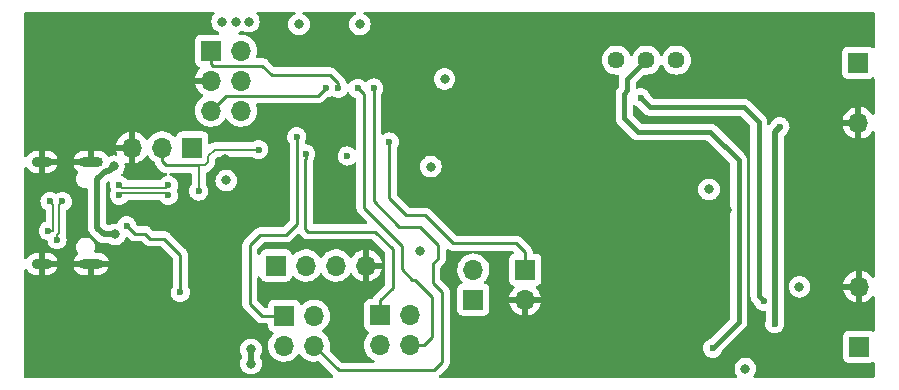
<source format=gbr>
G04 #@! TF.GenerationSoftware,KiCad,Pcbnew,(6.0.0)*
G04 #@! TF.CreationDate,2023-01-21T18:13:16+03:00*
G04 #@! TF.ProjectId,im_converter,696d5f63-6f6e-4766-9572-7465722e6b69,rev?*
G04 #@! TF.SameCoordinates,Original*
G04 #@! TF.FileFunction,Copper,L4,Bot*
G04 #@! TF.FilePolarity,Positive*
%FSLAX46Y46*%
G04 Gerber Fmt 4.6, Leading zero omitted, Abs format (unit mm)*
G04 Created by KiCad (PCBNEW (6.0.0)) date 2023-01-21 18:13:16*
%MOMM*%
%LPD*%
G01*
G04 APERTURE LIST*
G04 #@! TA.AperFunction,ComponentPad*
%ADD10R,1.700000X1.700000*%
G04 #@! TD*
G04 #@! TA.AperFunction,ComponentPad*
%ADD11O,1.700000X1.700000*%
G04 #@! TD*
G04 #@! TA.AperFunction,ComponentPad*
%ADD12O,1.700000X0.900000*%
G04 #@! TD*
G04 #@! TA.AperFunction,ComponentPad*
%ADD13O,2.000000X0.900000*%
G04 #@! TD*
G04 #@! TA.AperFunction,ComponentPad*
%ADD14C,1.440000*%
G04 #@! TD*
G04 #@! TA.AperFunction,ViaPad*
%ADD15C,0.600000*%
G04 #@! TD*
G04 #@! TA.AperFunction,ViaPad*
%ADD16C,0.800000*%
G04 #@! TD*
G04 #@! TA.AperFunction,Conductor*
%ADD17C,0.500000*%
G04 #@! TD*
G04 #@! TA.AperFunction,Conductor*
%ADD18C,0.250000*%
G04 #@! TD*
G04 #@! TA.AperFunction,Conductor*
%ADD19C,0.400000*%
G04 #@! TD*
G04 #@! TA.AperFunction,Conductor*
%ADD20C,0.200000*%
G04 #@! TD*
G04 APERTURE END LIST*
D10*
X130220000Y-136000000D03*
D11*
X127680000Y-136000000D03*
X125140000Y-136000000D03*
D10*
X154020000Y-148870000D03*
D11*
X154020000Y-146330000D03*
D10*
X158410000Y-146350000D03*
D11*
X158410000Y-148890000D03*
D10*
X186620000Y-128820000D03*
D11*
X186620000Y-133900000D03*
D10*
X186670000Y-152870000D03*
D11*
X186670000Y-147790000D03*
D10*
X138000000Y-150240000D03*
D11*
X140540000Y-150240000D03*
X138000000Y-152780000D03*
X140540000Y-152780000D03*
D10*
X146110000Y-150190000D03*
D11*
X148650000Y-150190000D03*
X146110000Y-152730000D03*
X148650000Y-152730000D03*
D10*
X131800000Y-127800000D03*
D11*
X134340000Y-127800000D03*
X131800000Y-130340000D03*
X134340000Y-130340000D03*
X131800000Y-132880000D03*
X134340000Y-132880000D03*
D10*
X137320000Y-145990000D03*
D11*
X139860000Y-145990000D03*
X142400000Y-145990000D03*
X144940000Y-145990000D03*
D12*
X117490000Y-145860000D03*
D13*
X121660000Y-145860000D03*
D12*
X117490000Y-137220000D03*
D13*
X121660000Y-137220000D03*
D14*
X171210000Y-128600000D03*
X168670000Y-128600000D03*
X166130000Y-128600000D03*
D15*
X119380000Y-125730000D03*
D16*
X142560000Y-137990000D03*
X175510000Y-141250000D03*
D15*
X151130000Y-125730000D03*
D16*
X133000000Y-136990000D03*
D15*
X144300000Y-151500000D03*
X144300000Y-152700000D03*
X172720000Y-154940000D03*
X126365000Y-153035000D03*
X185420000Y-154940000D03*
D16*
X173900000Y-137470000D03*
D15*
X118110000Y-151130000D03*
X182880000Y-154940000D03*
X184150000Y-154940000D03*
X172720000Y-151130000D03*
D16*
X174740000Y-129260000D03*
X141170000Y-137990000D03*
D15*
X121920000Y-125730000D03*
X144300000Y-153840000D03*
X126365000Y-151765000D03*
X186690000Y-140970000D03*
X162560000Y-134620000D03*
X152400000Y-127000000D03*
X120650000Y-125730000D03*
X118110000Y-125730000D03*
D16*
X173440000Y-136460000D03*
D15*
X130556000Y-142240000D03*
X135890000Y-139700000D03*
X186690000Y-143510000D03*
X162560000Y-137160000D03*
X186690000Y-139700000D03*
X152400000Y-125730000D03*
X151130000Y-127000000D03*
X186690000Y-154940000D03*
X172720000Y-153670000D03*
X132540000Y-144460000D03*
D16*
X174770000Y-130670000D03*
D15*
X123190000Y-125730000D03*
D16*
X137430000Y-128580000D03*
D15*
X186690000Y-138430000D03*
X186690000Y-142240000D03*
X172720000Y-152400000D03*
X118110000Y-153670000D03*
D16*
X176300000Y-134670000D03*
X144420000Y-127310000D03*
D15*
X118110000Y-152400000D03*
X162560000Y-135890000D03*
D16*
X135200000Y-154300000D03*
X135200000Y-153090000D03*
X177050000Y-154720000D03*
X173970000Y-139550000D03*
X123700000Y-143360000D03*
X181630000Y-147790000D03*
X123590000Y-137580000D03*
D15*
X146910000Y-135530000D03*
X174290000Y-152990000D03*
D16*
X149490000Y-144720000D03*
X135010000Y-125340000D03*
X144410000Y-125580000D03*
X139260000Y-125580000D03*
X132750000Y-125340000D03*
X150420000Y-137620000D03*
X133900000Y-125340000D03*
X151580000Y-130200000D03*
X133100000Y-138790000D03*
D15*
X143340000Y-136710000D03*
X139080000Y-135080000D03*
X145590000Y-130960000D03*
X144230000Y-130980000D03*
X139820000Y-136540000D03*
X142600000Y-130970000D03*
X141520000Y-130960000D03*
X124690000Y-142620000D03*
X129200000Y-148270000D03*
X118177500Y-140557500D03*
X118028768Y-143048768D03*
X124060000Y-139195000D03*
X128190000Y-139195000D03*
X118771232Y-143791232D03*
X124060000Y-140045000D03*
X119215000Y-140570000D03*
X128190000Y-140045000D03*
X135840000Y-136170000D03*
X130770000Y-139680000D03*
X178590000Y-149000000D03*
X168190000Y-131780000D03*
X179980000Y-134240000D03*
X179550000Y-150910000D03*
D17*
X135200000Y-153090000D02*
X135200000Y-154300000D01*
X122880001Y-137979999D02*
X122180000Y-138680000D01*
X122180000Y-138680000D02*
X122180000Y-142790000D01*
X122180000Y-142790000D02*
X122750000Y-143360000D01*
X123590000Y-137580000D02*
X123190001Y-137979999D01*
X123190001Y-137979999D02*
X122880001Y-137979999D01*
X122750000Y-143360000D02*
X123700000Y-143360000D01*
D18*
X158410000Y-144870000D02*
X158410000Y-146350000D01*
X149900000Y-141720000D02*
X152270000Y-144090000D01*
X146910000Y-135530000D02*
X146910000Y-140300000D01*
X148330000Y-141720000D02*
X149900000Y-141720000D01*
X146910000Y-140300000D02*
X148330000Y-141720000D01*
X152270000Y-144090000D02*
X157630000Y-144090000D01*
X157630000Y-144090000D02*
X158410000Y-144870000D01*
D19*
X174290000Y-152990000D02*
X176480000Y-150800000D01*
X167070000Y-131160000D02*
X167070000Y-130200000D01*
X166790000Y-133510000D02*
X166790000Y-131440000D01*
X166790000Y-131440000D02*
X167070000Y-131160000D01*
X176480000Y-150800000D02*
X176480000Y-137070000D01*
X167070000Y-130200000D02*
X168670000Y-128600000D01*
X167960000Y-134680000D02*
X166790000Y-133510000D01*
X174090000Y-134680000D02*
X167960000Y-134680000D01*
X176480000Y-137070000D02*
X174090000Y-134680000D01*
D18*
X136100000Y-150240000D02*
X138000000Y-150240000D01*
X135990000Y-143400000D02*
X135100000Y-144290000D01*
X135100000Y-149240000D02*
X136100000Y-150240000D01*
X139100000Y-135524264D02*
X139100000Y-142450000D01*
X139080000Y-135080000D02*
X139080000Y-135504264D01*
X138150000Y-143400000D02*
X135990000Y-143400000D01*
X139100000Y-142450000D02*
X138150000Y-143400000D01*
X139080000Y-135504264D02*
X139100000Y-135524264D01*
X135100000Y-144290000D02*
X135100000Y-149240000D01*
X151400000Y-148240000D02*
X150590000Y-147430000D01*
X151400000Y-154140000D02*
X151400000Y-148240000D01*
X151070000Y-144250000D02*
X149530000Y-142710000D01*
X145580000Y-140560000D02*
X145590000Y-140550000D01*
X140540000Y-152780000D02*
X142620000Y-154860000D01*
X150590000Y-147430000D02*
X150590000Y-145870000D01*
X151070000Y-145390000D02*
X151070000Y-144250000D01*
X147730000Y-142710000D02*
X145580000Y-140560000D01*
X145590000Y-140550000D02*
X145590000Y-130960000D01*
X149530000Y-142710000D02*
X147730000Y-142710000D01*
X150590000Y-145870000D02*
X151070000Y-145390000D01*
X150680000Y-154860000D02*
X151400000Y-154140000D01*
X142620000Y-154860000D02*
X150680000Y-154860000D01*
X148860000Y-147190000D02*
X147960000Y-146290000D01*
X149080000Y-147190000D02*
X148860000Y-147190000D01*
X145170000Y-141530000D02*
X145170000Y-141510000D01*
X147960000Y-144320000D02*
X145170000Y-141530000D01*
X149852081Y-152730000D02*
X150540000Y-152042081D01*
X145170000Y-141510000D02*
X144760000Y-141100000D01*
X150540000Y-148650000D02*
X149080000Y-147190000D01*
X147960000Y-146290000D02*
X147960000Y-144320000D01*
X144760000Y-141100000D02*
X144760000Y-131510000D01*
X150540000Y-152042081D02*
X150540000Y-148650000D01*
X144760000Y-131510000D02*
X144230000Y-130980000D01*
X148650000Y-152730000D02*
X149852081Y-152730000D01*
X146110000Y-148950000D02*
X146110000Y-150190000D01*
X139820000Y-136964264D02*
X139810000Y-136974264D01*
X147180000Y-144590000D02*
X147180000Y-147880000D01*
X147180000Y-147880000D02*
X146110000Y-148950000D01*
X139810000Y-136974264D02*
X139810000Y-142940000D01*
X139810000Y-142940000D02*
X140000000Y-143130000D01*
X145720000Y-143130000D02*
X147180000Y-144590000D01*
X139820000Y-136540000D02*
X139820000Y-136964264D01*
X140000000Y-143130000D02*
X145720000Y-143130000D01*
X131980000Y-129080000D02*
X131800000Y-128900000D01*
X142600000Y-130970000D02*
X142600000Y-130545736D01*
X142600000Y-130545736D02*
X141904264Y-129850000D01*
X141904264Y-129850000D02*
X136940000Y-129850000D01*
X131800000Y-128900000D02*
X131800000Y-127800000D01*
X136170000Y-129080000D02*
X131980000Y-129080000D01*
X136940000Y-129850000D02*
X136170000Y-129080000D01*
X140860000Y-131620000D02*
X133060000Y-131620000D01*
X133060000Y-131620000D02*
X131800000Y-132880000D01*
X141520000Y-130960000D02*
X140860000Y-131620000D01*
X129220000Y-145090000D02*
X129220000Y-147825736D01*
X129220000Y-147825736D02*
X129200000Y-147845736D01*
X127860088Y-143730088D02*
X129220000Y-145090000D01*
X129200000Y-147845736D02*
X129200000Y-148270000D01*
X126230000Y-143280000D02*
X126680088Y-143730088D01*
X125350000Y-143280000D02*
X126230000Y-143280000D01*
X126680088Y-143730088D02*
X127860088Y-143730088D01*
X124690000Y-142620000D02*
X125350000Y-143280000D01*
D20*
X118465000Y-143036801D02*
X118465000Y-140870000D01*
X118465000Y-140870000D02*
X118165000Y-140570000D01*
X118028768Y-143048768D02*
X118453033Y-143048768D01*
X124260000Y-139395000D02*
X124060000Y-139195000D01*
X128190000Y-139195000D02*
X127990000Y-139395000D01*
X118453033Y-143048768D02*
X118465000Y-143036801D01*
X127990000Y-139395000D02*
X124260000Y-139395000D01*
X118915000Y-140870000D02*
X119215000Y-140570000D01*
X118771232Y-143791232D02*
X118771232Y-143366967D01*
X128190000Y-140045000D02*
X127990000Y-139845000D01*
X127990000Y-139845000D02*
X124260000Y-139845000D01*
X124260000Y-139845000D02*
X124060000Y-140045000D01*
X118915000Y-143223199D02*
X118915000Y-140870000D01*
X118771232Y-143366967D02*
X118915000Y-143223199D01*
X132120000Y-136170000D02*
X131560000Y-136730000D01*
D18*
X128020000Y-137520000D02*
X127680000Y-137180000D01*
X127680000Y-137180000D02*
X127680000Y-136000000D01*
D20*
X131270000Y-137520000D02*
X130770000Y-137520000D01*
X135840000Y-136170000D02*
X132120000Y-136170000D01*
D18*
X130770000Y-137520000D02*
X128020000Y-137520000D01*
D20*
X130770000Y-137520000D02*
X130770000Y-139680000D01*
X131560000Y-136730000D02*
X131560000Y-137230000D01*
X131560000Y-137230000D02*
X131270000Y-137520000D01*
D19*
X176940000Y-132600000D02*
X175570000Y-132600000D01*
X169010000Y-132600000D02*
X168190000Y-131780000D01*
X178190000Y-148600000D02*
X178190000Y-133850000D01*
X178590000Y-149000000D02*
X178190000Y-148600000D01*
X178190000Y-133850000D02*
X176940000Y-132600000D01*
X175570000Y-132600000D02*
X169010000Y-132600000D01*
D17*
X179980000Y-134240000D02*
X179550000Y-134670000D01*
X179550000Y-134670000D02*
X179550000Y-150910000D01*
G04 #@! TA.AperFunction,Conductor*
G36*
X138909457Y-124528002D02*
G01*
X138955950Y-124581658D01*
X138966054Y-124651932D01*
X138936560Y-124716512D01*
X138892584Y-124749107D01*
X138809281Y-124786195D01*
X138809274Y-124786199D01*
X138803248Y-124788882D01*
X138797907Y-124792762D01*
X138797906Y-124792763D01*
X138783739Y-124803056D01*
X138648747Y-124901134D01*
X138520960Y-125043056D01*
X138425473Y-125208444D01*
X138366458Y-125390072D01*
X138365768Y-125396633D01*
X138365768Y-125396635D01*
X138351759Y-125529928D01*
X138346496Y-125580000D01*
X138366458Y-125769928D01*
X138425473Y-125951556D01*
X138520960Y-126116944D01*
X138648747Y-126258866D01*
X138803248Y-126371118D01*
X138809276Y-126373802D01*
X138809278Y-126373803D01*
X138964460Y-126442894D01*
X138977712Y-126448794D01*
X139071112Y-126468647D01*
X139158056Y-126487128D01*
X139158061Y-126487128D01*
X139164513Y-126488500D01*
X139355487Y-126488500D01*
X139361939Y-126487128D01*
X139361944Y-126487128D01*
X139448888Y-126468647D01*
X139542288Y-126448794D01*
X139555540Y-126442894D01*
X139710722Y-126373803D01*
X139710724Y-126373802D01*
X139716752Y-126371118D01*
X139871253Y-126258866D01*
X139999040Y-126116944D01*
X140094527Y-125951556D01*
X140153542Y-125769928D01*
X140173504Y-125580000D01*
X140168241Y-125529928D01*
X140154232Y-125396635D01*
X140154232Y-125396633D01*
X140153542Y-125390072D01*
X140094527Y-125208444D01*
X139999040Y-125043056D01*
X139871253Y-124901134D01*
X139736261Y-124803056D01*
X139722094Y-124792763D01*
X139722093Y-124792762D01*
X139716752Y-124788882D01*
X139710726Y-124786199D01*
X139710719Y-124786195D01*
X139627416Y-124749107D01*
X139573320Y-124703127D01*
X139552670Y-124635200D01*
X139572022Y-124566892D01*
X139625233Y-124519890D01*
X139678664Y-124508000D01*
X143991336Y-124508000D01*
X144059457Y-124528002D01*
X144105950Y-124581658D01*
X144116054Y-124651932D01*
X144086560Y-124716512D01*
X144042584Y-124749107D01*
X143959281Y-124786195D01*
X143959274Y-124786199D01*
X143953248Y-124788882D01*
X143947907Y-124792762D01*
X143947906Y-124792763D01*
X143933739Y-124803056D01*
X143798747Y-124901134D01*
X143670960Y-125043056D01*
X143575473Y-125208444D01*
X143516458Y-125390072D01*
X143515768Y-125396633D01*
X143515768Y-125396635D01*
X143501759Y-125529928D01*
X143496496Y-125580000D01*
X143516458Y-125769928D01*
X143575473Y-125951556D01*
X143670960Y-126116944D01*
X143798747Y-126258866D01*
X143953248Y-126371118D01*
X143959276Y-126373802D01*
X143959278Y-126373803D01*
X144114460Y-126442894D01*
X144127712Y-126448794D01*
X144221112Y-126468647D01*
X144308056Y-126487128D01*
X144308061Y-126487128D01*
X144314513Y-126488500D01*
X144505487Y-126488500D01*
X144511939Y-126487128D01*
X144511944Y-126487128D01*
X144598888Y-126468647D01*
X144692288Y-126448794D01*
X144705540Y-126442894D01*
X144860722Y-126373803D01*
X144860724Y-126373802D01*
X144866752Y-126371118D01*
X145021253Y-126258866D01*
X145149040Y-126116944D01*
X145244527Y-125951556D01*
X145303542Y-125769928D01*
X145323504Y-125580000D01*
X145318241Y-125529928D01*
X145304232Y-125396635D01*
X145304232Y-125396633D01*
X145303542Y-125390072D01*
X145244527Y-125208444D01*
X145149040Y-125043056D01*
X145021253Y-124901134D01*
X144886261Y-124803056D01*
X144872094Y-124792763D01*
X144872093Y-124792762D01*
X144866752Y-124788882D01*
X144860726Y-124786199D01*
X144860719Y-124786195D01*
X144777416Y-124749107D01*
X144723320Y-124703127D01*
X144702670Y-124635200D01*
X144722022Y-124566892D01*
X144775233Y-124519890D01*
X144828664Y-124508000D01*
X187866000Y-124508000D01*
X187934121Y-124528002D01*
X187980614Y-124581658D01*
X187992000Y-124634000D01*
X187992000Y-127473817D01*
X187971998Y-127541938D01*
X187918342Y-127588431D01*
X187848068Y-127598535D01*
X187790435Y-127574643D01*
X187746797Y-127541938D01*
X187716705Y-127519385D01*
X187580316Y-127468255D01*
X187518134Y-127461500D01*
X185721866Y-127461500D01*
X185659684Y-127468255D01*
X185523295Y-127519385D01*
X185406739Y-127606739D01*
X185319385Y-127723295D01*
X185268255Y-127859684D01*
X185261500Y-127921866D01*
X185261500Y-129718134D01*
X185268255Y-129780316D01*
X185319385Y-129916705D01*
X185406739Y-130033261D01*
X185523295Y-130120615D01*
X185659684Y-130171745D01*
X185721866Y-130178500D01*
X187518134Y-130178500D01*
X187580316Y-130171745D01*
X187716705Y-130120615D01*
X187790436Y-130065357D01*
X187856941Y-130040509D01*
X187926323Y-130055562D01*
X187976554Y-130105736D01*
X187992000Y-130166183D01*
X187992000Y-133093803D01*
X187971998Y-133161924D01*
X187918342Y-133208417D01*
X187848068Y-133218521D01*
X187783488Y-133189027D01*
X187760208Y-133162243D01*
X187702426Y-133072926D01*
X187696136Y-133064757D01*
X187552806Y-132907240D01*
X187545273Y-132900215D01*
X187378139Y-132768222D01*
X187369552Y-132762517D01*
X187183117Y-132659599D01*
X187173705Y-132655369D01*
X186972959Y-132584280D01*
X186962988Y-132581646D01*
X186891837Y-132568972D01*
X186878540Y-132570432D01*
X186874000Y-132584989D01*
X186874000Y-135218517D01*
X186878064Y-135232359D01*
X186891478Y-135234393D01*
X186898184Y-135233534D01*
X186908262Y-135231392D01*
X187112255Y-135170191D01*
X187121842Y-135166433D01*
X187313095Y-135072739D01*
X187321945Y-135067464D01*
X187495328Y-134943792D01*
X187503200Y-134937139D01*
X187654052Y-134786812D01*
X187660723Y-134778972D01*
X187763677Y-134635697D01*
X187819672Y-134592049D01*
X187890375Y-134585603D01*
X187953340Y-134618406D01*
X187988574Y-134680042D01*
X187992000Y-134709223D01*
X187992000Y-146906514D01*
X187971998Y-146974635D01*
X187918342Y-147021128D01*
X187848068Y-147031232D01*
X187783488Y-147001738D01*
X187760208Y-146974955D01*
X187752423Y-146962921D01*
X187746136Y-146954757D01*
X187602806Y-146797240D01*
X187595273Y-146790215D01*
X187428139Y-146658222D01*
X187419552Y-146652517D01*
X187233117Y-146549599D01*
X187223705Y-146545369D01*
X187022959Y-146474280D01*
X187012988Y-146471646D01*
X186941837Y-146458972D01*
X186928540Y-146460432D01*
X186924000Y-146474989D01*
X186924000Y-149108517D01*
X186928064Y-149122359D01*
X186941478Y-149124393D01*
X186948184Y-149123534D01*
X186958262Y-149121392D01*
X187162255Y-149060191D01*
X187171842Y-149056433D01*
X187363095Y-148962739D01*
X187371945Y-148957464D01*
X187545328Y-148833792D01*
X187553200Y-148827139D01*
X187704052Y-148676812D01*
X187710725Y-148668970D01*
X187763678Y-148595279D01*
X187819672Y-148551632D01*
X187890376Y-148545186D01*
X187953340Y-148577989D01*
X187988574Y-148639626D01*
X187992000Y-148668806D01*
X187992000Y-151486344D01*
X187971998Y-151554465D01*
X187918342Y-151600958D01*
X187848068Y-151611062D01*
X187790434Y-151587169D01*
X187773892Y-151574771D01*
X187773890Y-151574770D01*
X187766705Y-151569385D01*
X187630316Y-151518255D01*
X187568134Y-151511500D01*
X185771866Y-151511500D01*
X185709684Y-151518255D01*
X185573295Y-151569385D01*
X185456739Y-151656739D01*
X185369385Y-151773295D01*
X185318255Y-151909684D01*
X185311500Y-151971866D01*
X185311500Y-153768134D01*
X185318255Y-153830316D01*
X185369385Y-153966705D01*
X185456739Y-154083261D01*
X185573295Y-154170615D01*
X185709684Y-154221745D01*
X185771866Y-154228500D01*
X187568134Y-154228500D01*
X187630316Y-154221745D01*
X187766705Y-154170615D01*
X187780793Y-154160057D01*
X187790434Y-154152831D01*
X187856940Y-154127982D01*
X187926323Y-154143034D01*
X187976553Y-154193208D01*
X187992000Y-154253656D01*
X187992000Y-155366000D01*
X187971998Y-155434121D01*
X187918342Y-155480614D01*
X187866000Y-155492000D01*
X177860395Y-155492000D01*
X177792274Y-155471998D01*
X177745781Y-155418342D01*
X177735677Y-155348068D01*
X177766757Y-155281691D01*
X177789040Y-155256944D01*
X177884527Y-155091556D01*
X177943542Y-154909928D01*
X177963504Y-154720000D01*
X177953647Y-154626219D01*
X177944232Y-154536635D01*
X177944232Y-154536633D01*
X177943542Y-154530072D01*
X177884527Y-154348444D01*
X177862512Y-154310312D01*
X177815064Y-154228131D01*
X177789040Y-154183056D01*
X177751681Y-154141564D01*
X177665675Y-154046045D01*
X177665674Y-154046044D01*
X177661253Y-154041134D01*
X177506752Y-153928882D01*
X177500724Y-153926198D01*
X177500722Y-153926197D01*
X177338319Y-153853891D01*
X177338318Y-153853891D01*
X177332288Y-153851206D01*
X177234009Y-153830316D01*
X177151944Y-153812872D01*
X177151939Y-153812872D01*
X177145487Y-153811500D01*
X176954513Y-153811500D01*
X176948061Y-153812872D01*
X176948056Y-153812872D01*
X176865991Y-153830316D01*
X176767712Y-153851206D01*
X176761682Y-153853891D01*
X176761681Y-153853891D01*
X176599278Y-153926197D01*
X176599276Y-153926198D01*
X176593248Y-153928882D01*
X176438747Y-154041134D01*
X176434326Y-154046044D01*
X176434325Y-154046045D01*
X176348320Y-154141564D01*
X176310960Y-154183056D01*
X176284936Y-154228131D01*
X176237489Y-154310312D01*
X176215473Y-154348444D01*
X176156458Y-154530072D01*
X176155768Y-154536633D01*
X176155768Y-154536635D01*
X176146353Y-154626219D01*
X176136496Y-154720000D01*
X176156458Y-154909928D01*
X176215473Y-155091556D01*
X176310960Y-155256944D01*
X176333243Y-155281691D01*
X176363959Y-155345698D01*
X176355194Y-155416152D01*
X176309731Y-155470682D01*
X176239605Y-155492000D01*
X151248095Y-155492000D01*
X151179974Y-155471998D01*
X151133481Y-155418342D01*
X151123377Y-155348068D01*
X151152871Y-155283488D01*
X151159000Y-155276904D01*
X151792258Y-154643647D01*
X151800537Y-154636113D01*
X151807018Y-154632000D01*
X151853644Y-154582348D01*
X151856398Y-154579507D01*
X151876135Y-154559770D01*
X151878615Y-154556573D01*
X151886320Y-154547551D01*
X151911159Y-154521100D01*
X151916586Y-154515321D01*
X151920405Y-154508375D01*
X151920407Y-154508372D01*
X151926348Y-154497566D01*
X151937199Y-154481047D01*
X151944758Y-154471301D01*
X151949614Y-154465041D01*
X151952759Y-154457772D01*
X151952762Y-154457768D01*
X151967174Y-154424463D01*
X151972391Y-154413813D01*
X151993695Y-154375060D01*
X151998733Y-154355437D01*
X152005137Y-154336734D01*
X152010033Y-154325420D01*
X152010033Y-154325419D01*
X152013181Y-154318145D01*
X152014420Y-154310322D01*
X152014423Y-154310312D01*
X152020099Y-154274476D01*
X152022505Y-154262856D01*
X152031528Y-154227711D01*
X152031528Y-154227710D01*
X152033500Y-154220030D01*
X152033500Y-154199776D01*
X152035051Y-154180065D01*
X152036980Y-154167886D01*
X152038220Y-154160057D01*
X152034059Y-154116038D01*
X152033500Y-154104181D01*
X152033500Y-148318767D01*
X152034027Y-148307584D01*
X152035702Y-148300091D01*
X152034620Y-148265653D01*
X152033562Y-148232014D01*
X152033500Y-148228055D01*
X152033500Y-148200144D01*
X152032995Y-148196144D01*
X152032062Y-148184301D01*
X152030922Y-148148030D01*
X152030673Y-148140111D01*
X152025021Y-148120657D01*
X152021013Y-148101300D01*
X152019468Y-148089070D01*
X152019468Y-148089069D01*
X152018474Y-148081203D01*
X152015555Y-148073830D01*
X152002196Y-148040088D01*
X151998351Y-148028858D01*
X151988229Y-147994017D01*
X151988229Y-147994016D01*
X151986018Y-147986407D01*
X151981985Y-147979588D01*
X151981983Y-147979583D01*
X151975707Y-147968972D01*
X151967012Y-147951224D01*
X151959552Y-147932383D01*
X151943061Y-147909684D01*
X151933564Y-147896613D01*
X151927048Y-147886693D01*
X151908580Y-147855465D01*
X151908578Y-147855462D01*
X151904542Y-147848638D01*
X151890221Y-147834317D01*
X151877380Y-147819283D01*
X151865472Y-147802893D01*
X151859367Y-147797842D01*
X151859362Y-147797837D01*
X151831396Y-147774701D01*
X151822618Y-147766713D01*
X151260405Y-147204500D01*
X151226379Y-147142188D01*
X151223500Y-147115405D01*
X151223500Y-146184594D01*
X151243502Y-146116473D01*
X151260405Y-146095499D01*
X151462247Y-145893657D01*
X151470537Y-145886113D01*
X151477018Y-145882000D01*
X151523659Y-145832332D01*
X151526413Y-145829491D01*
X151546135Y-145809769D01*
X151548612Y-145806576D01*
X151556317Y-145797555D01*
X151581159Y-145771100D01*
X151586586Y-145765321D01*
X151590407Y-145758371D01*
X151596346Y-145747568D01*
X151607202Y-145731041D01*
X151614757Y-145721302D01*
X151614758Y-145721300D01*
X151619614Y-145715040D01*
X151637174Y-145674460D01*
X151642391Y-145663812D01*
X151659875Y-145632009D01*
X151659876Y-145632007D01*
X151663695Y-145625060D01*
X151668733Y-145605437D01*
X151675137Y-145586734D01*
X151680033Y-145575420D01*
X151680033Y-145575419D01*
X151683181Y-145568145D01*
X151684420Y-145560322D01*
X151684423Y-145560312D01*
X151690099Y-145524476D01*
X151692505Y-145512856D01*
X151701528Y-145477711D01*
X151701528Y-145477710D01*
X151703500Y-145470030D01*
X151703500Y-145449776D01*
X151705051Y-145430065D01*
X151706980Y-145417886D01*
X151708220Y-145410057D01*
X151704059Y-145366038D01*
X151703500Y-145354181D01*
X151703500Y-144713747D01*
X151723502Y-144645626D01*
X151777158Y-144599133D01*
X151847432Y-144589029D01*
X151893953Y-144607911D01*
X151894681Y-144606587D01*
X151912432Y-144616346D01*
X151928956Y-144627199D01*
X151944959Y-144639613D01*
X151985543Y-144657176D01*
X151996173Y-144662383D01*
X152034940Y-144683695D01*
X152042617Y-144685666D01*
X152042622Y-144685668D01*
X152054558Y-144688732D01*
X152073266Y-144695137D01*
X152091855Y-144703181D01*
X152099683Y-144704421D01*
X152099690Y-144704423D01*
X152135524Y-144710099D01*
X152147144Y-144712505D01*
X152182289Y-144721528D01*
X152189970Y-144723500D01*
X152210224Y-144723500D01*
X152229934Y-144725051D01*
X152249943Y-144728220D01*
X152257835Y-144727474D01*
X152283467Y-144725051D01*
X152293962Y-144724059D01*
X152305819Y-144723500D01*
X153880463Y-144723500D01*
X153948584Y-144743502D01*
X153995077Y-144797158D01*
X154005181Y-144867432D01*
X153975687Y-144932012D01*
X153915961Y-144970396D01*
X153899521Y-144974050D01*
X153704091Y-145003955D01*
X153491756Y-145073357D01*
X153465477Y-145087037D01*
X153318123Y-145163745D01*
X153293607Y-145176507D01*
X153289474Y-145179610D01*
X153289471Y-145179612D01*
X153119100Y-145307530D01*
X153114965Y-145310635D01*
X153091609Y-145335076D01*
X152970221Y-145462101D01*
X152960629Y-145472138D01*
X152957715Y-145476410D01*
X152957714Y-145476411D01*
X152942798Y-145498277D01*
X152834743Y-145656680D01*
X152811028Y-145707770D01*
X152745034Y-145849943D01*
X152740688Y-145859305D01*
X152680989Y-146074570D01*
X152657251Y-146296695D01*
X152657548Y-146301848D01*
X152657548Y-146301851D01*
X152663011Y-146396590D01*
X152670110Y-146519715D01*
X152671247Y-146524761D01*
X152671248Y-146524767D01*
X152692275Y-146618069D01*
X152719222Y-146737639D01*
X152757461Y-146831811D01*
X152800063Y-146936727D01*
X152803266Y-146944616D01*
X152834875Y-146996197D01*
X152911736Y-147121623D01*
X152919987Y-147135088D01*
X153066250Y-147303938D01*
X153070230Y-147307242D01*
X153074981Y-147311187D01*
X153114616Y-147370090D01*
X153116113Y-147441071D01*
X153078997Y-147501593D01*
X153038724Y-147526112D01*
X152923295Y-147569385D01*
X152806739Y-147656739D01*
X152719385Y-147773295D01*
X152668255Y-147909684D01*
X152661500Y-147971866D01*
X152661500Y-149768134D01*
X152668255Y-149830316D01*
X152719385Y-149966705D01*
X152806739Y-150083261D01*
X152923295Y-150170615D01*
X153059684Y-150221745D01*
X153121866Y-150228500D01*
X154918134Y-150228500D01*
X154980316Y-150221745D01*
X155116705Y-150170615D01*
X155233261Y-150083261D01*
X155320615Y-149966705D01*
X155371745Y-149830316D01*
X155378500Y-149768134D01*
X155378500Y-149157966D01*
X157078257Y-149157966D01*
X157108565Y-149292446D01*
X157111645Y-149302275D01*
X157191770Y-149499603D01*
X157196413Y-149508794D01*
X157307694Y-149690388D01*
X157313777Y-149698699D01*
X157453213Y-149859667D01*
X157460580Y-149866883D01*
X157624434Y-150002916D01*
X157632881Y-150008831D01*
X157816756Y-150116279D01*
X157826042Y-150120729D01*
X158025001Y-150196703D01*
X158034899Y-150199579D01*
X158138250Y-150220606D01*
X158152299Y-150219410D01*
X158156000Y-150209065D01*
X158156000Y-150208517D01*
X158664000Y-150208517D01*
X158668064Y-150222359D01*
X158681478Y-150224393D01*
X158688184Y-150223534D01*
X158698262Y-150221392D01*
X158902255Y-150160191D01*
X158911842Y-150156433D01*
X159103095Y-150062739D01*
X159111945Y-150057464D01*
X159285328Y-149933792D01*
X159293200Y-149927139D01*
X159444052Y-149776812D01*
X159450730Y-149768965D01*
X159575003Y-149596020D01*
X159580313Y-149587183D01*
X159674670Y-149396267D01*
X159678469Y-149386672D01*
X159740377Y-149182910D01*
X159742555Y-149172837D01*
X159743986Y-149161962D01*
X159741775Y-149147778D01*
X159728617Y-149144000D01*
X158682115Y-149144000D01*
X158666876Y-149148475D01*
X158665671Y-149149865D01*
X158664000Y-149157548D01*
X158664000Y-150208517D01*
X158156000Y-150208517D01*
X158156000Y-149162115D01*
X158151525Y-149146876D01*
X158150135Y-149145671D01*
X158142452Y-149144000D01*
X157093225Y-149144000D01*
X157079694Y-149147973D01*
X157078257Y-149157966D01*
X155378500Y-149157966D01*
X155378500Y-147971866D01*
X155371745Y-147909684D01*
X155320615Y-147773295D01*
X155233261Y-147656739D01*
X155116705Y-147569385D01*
X155081217Y-147556081D01*
X154998203Y-147524960D01*
X154941439Y-147482318D01*
X154916739Y-147415756D01*
X154931947Y-147346408D01*
X154953493Y-147317727D01*
X154967330Y-147303938D01*
X155058096Y-147213489D01*
X155117594Y-147130689D01*
X155185435Y-147036277D01*
X155188453Y-147032077D01*
X155190894Y-147027139D01*
X155285136Y-146836453D01*
X155285137Y-146836451D01*
X155287430Y-146831811D01*
X155329885Y-146692077D01*
X155350865Y-146623023D01*
X155350865Y-146623021D01*
X155352370Y-146618069D01*
X155381529Y-146396590D01*
X155382049Y-146375320D01*
X155383074Y-146333365D01*
X155383074Y-146333361D01*
X155383156Y-146330000D01*
X155364852Y-146107361D01*
X155310431Y-145890702D01*
X155221354Y-145685840D01*
X155163185Y-145595925D01*
X155102822Y-145502617D01*
X155102820Y-145502614D01*
X155100014Y-145498277D01*
X154949670Y-145333051D01*
X154945619Y-145329852D01*
X154945615Y-145329848D01*
X154778414Y-145197800D01*
X154778410Y-145197798D01*
X154774359Y-145194598D01*
X154769273Y-145191790D01*
X154716425Y-145162617D01*
X154578789Y-145086638D01*
X154573920Y-145084914D01*
X154573916Y-145084912D01*
X154373087Y-145013795D01*
X154373083Y-145013794D01*
X154368212Y-145012069D01*
X154363119Y-145011162D01*
X154363116Y-145011161D01*
X154151950Y-144973547D01*
X154088392Y-144941909D01*
X154052029Y-144880932D01*
X154054406Y-144809975D01*
X154094767Y-144751567D01*
X154160299Y-144724252D01*
X154174046Y-144723500D01*
X157315406Y-144723500D01*
X157383527Y-144743502D01*
X157404501Y-144760405D01*
X157451436Y-144807340D01*
X157485462Y-144869652D01*
X157480397Y-144940467D01*
X157437850Y-144997303D01*
X157406571Y-145014417D01*
X157383431Y-145023092D01*
X157313295Y-145049385D01*
X157196739Y-145136739D01*
X157109385Y-145253295D01*
X157058255Y-145389684D01*
X157051500Y-145451866D01*
X157051500Y-147248134D01*
X157058255Y-147310316D01*
X157109385Y-147446705D01*
X157196739Y-147563261D01*
X157313295Y-147650615D01*
X157321704Y-147653767D01*
X157321705Y-147653768D01*
X157430960Y-147694726D01*
X157487725Y-147737367D01*
X157512425Y-147803929D01*
X157497218Y-147873278D01*
X157477825Y-147899759D01*
X157354590Y-148028717D01*
X157348104Y-148036727D01*
X157228098Y-148212649D01*
X157223000Y-148221623D01*
X157133338Y-148414783D01*
X157129775Y-148424470D01*
X157074389Y-148624183D01*
X157075912Y-148632607D01*
X157088292Y-148636000D01*
X159728344Y-148636000D01*
X159741875Y-148632027D01*
X159743180Y-148622947D01*
X159701214Y-148455875D01*
X159697894Y-148446124D01*
X159612972Y-148250814D01*
X159608105Y-148241739D01*
X159492426Y-148062926D01*
X159486136Y-148054757D01*
X159342293Y-147896677D01*
X159311241Y-147832831D01*
X159319635Y-147762333D01*
X159364812Y-147707564D01*
X159391256Y-147693895D01*
X159498297Y-147653767D01*
X159506705Y-147650615D01*
X159623261Y-147563261D01*
X159710615Y-147446705D01*
X159761745Y-147310316D01*
X159768500Y-147248134D01*
X159768500Y-145451866D01*
X159761745Y-145389684D01*
X159710615Y-145253295D01*
X159623261Y-145136739D01*
X159506705Y-145049385D01*
X159370316Y-144998255D01*
X159308134Y-144991500D01*
X159169734Y-144991500D01*
X159101613Y-144971498D01*
X159055120Y-144917842D01*
X159043796Y-144869452D01*
X159043562Y-144861996D01*
X159043500Y-144858044D01*
X159043500Y-144830144D01*
X159042996Y-144826153D01*
X159042063Y-144814311D01*
X159041942Y-144810437D01*
X159040674Y-144770111D01*
X159037175Y-144758068D01*
X159035021Y-144750652D01*
X159031012Y-144731293D01*
X159029585Y-144720000D01*
X159028474Y-144711203D01*
X159025558Y-144703837D01*
X159025556Y-144703831D01*
X159012200Y-144670098D01*
X159008355Y-144658868D01*
X158998230Y-144624017D01*
X158998230Y-144624016D01*
X158996019Y-144616407D01*
X158988701Y-144604032D01*
X158985705Y-144598966D01*
X158977008Y-144581213D01*
X158972472Y-144569758D01*
X158969552Y-144562383D01*
X158943563Y-144526612D01*
X158937047Y-144516692D01*
X158914542Y-144478638D01*
X158900221Y-144464317D01*
X158887380Y-144449283D01*
X158882749Y-144442909D01*
X158875472Y-144432893D01*
X158869367Y-144427842D01*
X158869362Y-144427837D01*
X158841396Y-144404701D01*
X158832618Y-144396713D01*
X158133652Y-143697747D01*
X158126112Y-143689461D01*
X158122000Y-143682982D01*
X158114214Y-143675670D01*
X158072349Y-143636357D01*
X158069507Y-143633602D01*
X158049770Y-143613865D01*
X158046573Y-143611385D01*
X158037551Y-143603680D01*
X158005321Y-143573414D01*
X157998375Y-143569595D01*
X157998372Y-143569593D01*
X157987566Y-143563652D01*
X157971047Y-143552801D01*
X157967343Y-143549928D01*
X157955041Y-143540386D01*
X157947772Y-143537241D01*
X157947768Y-143537238D01*
X157914463Y-143522826D01*
X157903813Y-143517609D01*
X157865060Y-143496305D01*
X157845437Y-143491267D01*
X157826734Y-143484863D01*
X157815420Y-143479967D01*
X157815419Y-143479967D01*
X157808145Y-143476819D01*
X157800322Y-143475580D01*
X157800312Y-143475577D01*
X157764476Y-143469901D01*
X157752856Y-143467495D01*
X157717711Y-143458472D01*
X157717710Y-143458472D01*
X157710030Y-143456500D01*
X157689776Y-143456500D01*
X157670065Y-143454949D01*
X157657886Y-143453020D01*
X157650057Y-143451780D01*
X157642165Y-143452526D01*
X157606039Y-143455941D01*
X157594181Y-143456500D01*
X152584594Y-143456500D01*
X152516473Y-143436498D01*
X152495499Y-143419595D01*
X150403652Y-141327747D01*
X150396112Y-141319461D01*
X150392000Y-141312982D01*
X150378996Y-141300770D01*
X150342349Y-141266357D01*
X150339507Y-141263602D01*
X150319770Y-141243865D01*
X150316573Y-141241385D01*
X150307551Y-141233680D01*
X150281100Y-141208841D01*
X150275321Y-141203414D01*
X150268375Y-141199595D01*
X150268372Y-141199593D01*
X150257566Y-141193652D01*
X150241047Y-141182801D01*
X150236577Y-141179334D01*
X150225041Y-141170386D01*
X150217772Y-141167241D01*
X150217768Y-141167238D01*
X150184463Y-141152826D01*
X150173813Y-141147609D01*
X150135060Y-141126305D01*
X150115437Y-141121267D01*
X150096734Y-141114863D01*
X150085420Y-141109967D01*
X150085419Y-141109967D01*
X150078145Y-141106819D01*
X150070322Y-141105580D01*
X150070312Y-141105577D01*
X150034476Y-141099901D01*
X150022856Y-141097495D01*
X149987711Y-141088472D01*
X149987710Y-141088472D01*
X149980030Y-141086500D01*
X149959776Y-141086500D01*
X149940065Y-141084949D01*
X149927886Y-141083020D01*
X149920057Y-141081780D01*
X149912165Y-141082526D01*
X149876039Y-141085941D01*
X149864181Y-141086500D01*
X148644595Y-141086500D01*
X148576474Y-141066498D01*
X148555500Y-141049595D01*
X147580405Y-140074500D01*
X147546379Y-140012188D01*
X147543500Y-139985405D01*
X147543500Y-139550000D01*
X173056496Y-139550000D01*
X173057186Y-139556565D01*
X173071960Y-139697128D01*
X173076458Y-139739928D01*
X173135473Y-139921556D01*
X173230960Y-140086944D01*
X173235378Y-140091851D01*
X173235379Y-140091852D01*
X173351524Y-140220844D01*
X173358747Y-140228866D01*
X173393231Y-140253920D01*
X173500254Y-140331677D01*
X173513248Y-140341118D01*
X173519276Y-140343802D01*
X173519278Y-140343803D01*
X173681681Y-140416109D01*
X173687712Y-140418794D01*
X173781113Y-140438647D01*
X173868056Y-140457128D01*
X173868061Y-140457128D01*
X173874513Y-140458500D01*
X174065487Y-140458500D01*
X174071939Y-140457128D01*
X174071944Y-140457128D01*
X174158887Y-140438647D01*
X174252288Y-140418794D01*
X174258319Y-140416109D01*
X174420722Y-140343803D01*
X174420724Y-140343802D01*
X174426752Y-140341118D01*
X174439747Y-140331677D01*
X174546769Y-140253920D01*
X174581253Y-140228866D01*
X174588476Y-140220844D01*
X174704621Y-140091852D01*
X174704622Y-140091851D01*
X174709040Y-140086944D01*
X174804527Y-139921556D01*
X174863542Y-139739928D01*
X174868041Y-139697128D01*
X174882814Y-139556565D01*
X174883504Y-139550000D01*
X174874520Y-139464520D01*
X174864232Y-139366635D01*
X174864232Y-139366633D01*
X174863542Y-139360072D01*
X174804527Y-139178444D01*
X174798645Y-139168255D01*
X174712341Y-139018774D01*
X174709040Y-139013056D01*
X174704570Y-139008091D01*
X174585675Y-138876045D01*
X174585674Y-138876044D01*
X174581253Y-138871134D01*
X174449184Y-138775180D01*
X174432094Y-138762763D01*
X174432093Y-138762762D01*
X174426752Y-138758882D01*
X174420724Y-138756198D01*
X174420722Y-138756197D01*
X174258319Y-138683891D01*
X174258318Y-138683891D01*
X174252288Y-138681206D01*
X174158888Y-138661353D01*
X174071944Y-138642872D01*
X174071939Y-138642872D01*
X174065487Y-138641500D01*
X173874513Y-138641500D01*
X173868061Y-138642872D01*
X173868056Y-138642872D01*
X173781112Y-138661353D01*
X173687712Y-138681206D01*
X173681682Y-138683891D01*
X173681681Y-138683891D01*
X173519278Y-138756197D01*
X173519276Y-138756198D01*
X173513248Y-138758882D01*
X173507907Y-138762762D01*
X173507906Y-138762763D01*
X173490816Y-138775180D01*
X173358747Y-138871134D01*
X173354326Y-138876044D01*
X173354325Y-138876045D01*
X173235431Y-139008091D01*
X173230960Y-139013056D01*
X173227659Y-139018774D01*
X173141356Y-139168255D01*
X173135473Y-139178444D01*
X173076458Y-139360072D01*
X173075768Y-139366633D01*
X173075768Y-139366635D01*
X173065480Y-139464520D01*
X173056496Y-139550000D01*
X147543500Y-139550000D01*
X147543500Y-137620000D01*
X149506496Y-137620000D01*
X149507186Y-137626565D01*
X149517486Y-137724560D01*
X149526458Y-137809928D01*
X149585473Y-137991556D01*
X149588776Y-137997278D01*
X149588777Y-137997279D01*
X149591648Y-138002251D01*
X149680960Y-138156944D01*
X149685378Y-138161851D01*
X149685379Y-138161852D01*
X149772648Y-138258774D01*
X149808747Y-138298866D01*
X149963248Y-138411118D01*
X149969276Y-138413802D01*
X149969278Y-138413803D01*
X150070384Y-138458818D01*
X150137712Y-138488794D01*
X150231112Y-138508647D01*
X150318056Y-138527128D01*
X150318061Y-138527128D01*
X150324513Y-138528500D01*
X150515487Y-138528500D01*
X150521939Y-138527128D01*
X150521944Y-138527128D01*
X150608888Y-138508647D01*
X150702288Y-138488794D01*
X150769616Y-138458818D01*
X150870722Y-138413803D01*
X150870724Y-138413802D01*
X150876752Y-138411118D01*
X151031253Y-138298866D01*
X151067352Y-138258774D01*
X151154621Y-138161852D01*
X151154622Y-138161851D01*
X151159040Y-138156944D01*
X151248352Y-138002251D01*
X151251223Y-137997279D01*
X151251224Y-137997278D01*
X151254527Y-137991556D01*
X151313542Y-137809928D01*
X151322515Y-137724560D01*
X151332814Y-137626565D01*
X151333504Y-137620000D01*
X151328392Y-137571362D01*
X151314232Y-137436635D01*
X151314232Y-137436633D01*
X151313542Y-137430072D01*
X151254527Y-137248444D01*
X151159040Y-137083056D01*
X151130423Y-137051273D01*
X151035675Y-136946045D01*
X151035674Y-136946044D01*
X151031253Y-136941134D01*
X150924697Y-136863716D01*
X150882094Y-136832763D01*
X150882093Y-136832762D01*
X150876752Y-136828882D01*
X150870724Y-136826198D01*
X150870722Y-136826197D01*
X150708319Y-136753891D01*
X150708318Y-136753891D01*
X150702288Y-136751206D01*
X150605895Y-136730717D01*
X150521944Y-136712872D01*
X150521939Y-136712872D01*
X150515487Y-136711500D01*
X150324513Y-136711500D01*
X150318061Y-136712872D01*
X150318056Y-136712872D01*
X150234105Y-136730717D01*
X150137712Y-136751206D01*
X150131682Y-136753891D01*
X150131681Y-136753891D01*
X149969278Y-136826197D01*
X149969276Y-136826198D01*
X149963248Y-136828882D01*
X149957907Y-136832762D01*
X149957906Y-136832763D01*
X149915303Y-136863716D01*
X149808747Y-136941134D01*
X149804326Y-136946044D01*
X149804325Y-136946045D01*
X149709578Y-137051273D01*
X149680960Y-137083056D01*
X149585473Y-137248444D01*
X149526458Y-137430072D01*
X149525768Y-137436633D01*
X149525768Y-137436635D01*
X149511608Y-137571362D01*
X149506496Y-137620000D01*
X147543500Y-137620000D01*
X147543500Y-136075620D01*
X147564552Y-136005893D01*
X147575281Y-135989745D01*
X147633643Y-135901902D01*
X147684536Y-135767926D01*
X147695555Y-135738920D01*
X147695556Y-135738918D01*
X147698055Y-135732338D01*
X147700980Y-135711526D01*
X147722748Y-135556639D01*
X147722748Y-135556636D01*
X147723299Y-135552717D01*
X147723464Y-135540915D01*
X147723561Y-135533962D01*
X147723561Y-135533957D01*
X147723616Y-135530000D01*
X147703397Y-135349745D01*
X147701080Y-135343091D01*
X147646064Y-135185106D01*
X147646062Y-135185103D01*
X147643745Y-135178448D01*
X147634445Y-135163565D01*
X147551359Y-135030598D01*
X147547626Y-135024624D01*
X147542664Y-135019627D01*
X147424778Y-134900915D01*
X147424774Y-134900912D01*
X147419815Y-134895918D01*
X147413133Y-134891677D01*
X147312265Y-134827665D01*
X147266666Y-134798727D01*
X147217888Y-134781358D01*
X147102425Y-134740243D01*
X147102420Y-134740242D01*
X147095790Y-134737881D01*
X147088802Y-134737048D01*
X147088799Y-134737047D01*
X146965698Y-134722368D01*
X146915680Y-134716404D01*
X146908677Y-134717140D01*
X146908676Y-134717140D01*
X146742288Y-134734628D01*
X146742286Y-134734629D01*
X146735288Y-134735364D01*
X146563579Y-134793818D01*
X146415520Y-134884905D01*
X146347022Y-134903563D01*
X146279307Y-134882225D01*
X146233879Y-134827665D01*
X146223500Y-134777587D01*
X146223500Y-131505620D01*
X146244552Y-131435893D01*
X146288471Y-131369789D01*
X146313643Y-131331902D01*
X146366342Y-131193173D01*
X146375555Y-131168920D01*
X146375556Y-131168918D01*
X146378055Y-131162338D01*
X146379153Y-131154528D01*
X146402748Y-130986639D01*
X146402748Y-130986636D01*
X146403299Y-130982717D01*
X146403452Y-130971738D01*
X146403561Y-130963962D01*
X146403561Y-130963957D01*
X146403616Y-130960000D01*
X146383397Y-130779745D01*
X146381080Y-130773091D01*
X146326064Y-130615106D01*
X146326062Y-130615103D01*
X146323745Y-130608448D01*
X146284511Y-130545660D01*
X146231359Y-130460598D01*
X146227626Y-130454624D01*
X146218835Y-130445771D01*
X146104778Y-130330915D01*
X146104774Y-130330912D01*
X146099815Y-130325918D01*
X146088697Y-130318862D01*
X145999794Y-130262443D01*
X145946666Y-130228727D01*
X145884428Y-130206565D01*
X145865992Y-130200000D01*
X150666496Y-130200000D01*
X150667186Y-130206565D01*
X150685533Y-130381123D01*
X150686458Y-130389928D01*
X150745473Y-130571556D01*
X150840960Y-130736944D01*
X150845378Y-130741851D01*
X150845379Y-130741852D01*
X150936064Y-130842568D01*
X150968747Y-130878866D01*
X151066098Y-130949596D01*
X151117645Y-130987047D01*
X151123248Y-130991118D01*
X151129276Y-130993802D01*
X151129278Y-130993803D01*
X151261128Y-131052506D01*
X151297712Y-131068794D01*
X151385166Y-131087383D01*
X151478056Y-131107128D01*
X151478061Y-131107128D01*
X151484513Y-131108500D01*
X151675487Y-131108500D01*
X151681939Y-131107128D01*
X151681944Y-131107128D01*
X151774834Y-131087383D01*
X151862288Y-131068794D01*
X151898872Y-131052506D01*
X152030722Y-130993803D01*
X152030724Y-130993802D01*
X152036752Y-130991118D01*
X152042356Y-130987047D01*
X152093902Y-130949596D01*
X152191253Y-130878866D01*
X152223936Y-130842568D01*
X152314621Y-130741852D01*
X152314622Y-130741851D01*
X152319040Y-130736944D01*
X152414527Y-130571556D01*
X152473542Y-130389928D01*
X152474468Y-130381123D01*
X152492814Y-130206565D01*
X152493504Y-130200000D01*
X152488794Y-130155186D01*
X152474232Y-130016635D01*
X152474232Y-130016633D01*
X152473542Y-130010072D01*
X152414527Y-129828444D01*
X152319040Y-129663056D01*
X152272280Y-129611123D01*
X152195675Y-129526045D01*
X152195674Y-129526044D01*
X152191253Y-129521134D01*
X152036752Y-129408882D01*
X152030724Y-129406198D01*
X152030722Y-129406197D01*
X151868319Y-129333891D01*
X151868318Y-129333891D01*
X151862288Y-129331206D01*
X151740138Y-129305242D01*
X151681944Y-129292872D01*
X151681939Y-129292872D01*
X151675487Y-129291500D01*
X151484513Y-129291500D01*
X151478061Y-129292872D01*
X151478056Y-129292872D01*
X151419862Y-129305242D01*
X151297712Y-129331206D01*
X151291682Y-129333891D01*
X151291681Y-129333891D01*
X151129278Y-129406197D01*
X151129276Y-129406198D01*
X151123248Y-129408882D01*
X150968747Y-129521134D01*
X150964326Y-129526044D01*
X150964325Y-129526045D01*
X150887721Y-129611123D01*
X150840960Y-129663056D01*
X150745473Y-129828444D01*
X150686458Y-130010072D01*
X150685768Y-130016633D01*
X150685768Y-130016635D01*
X150671206Y-130155186D01*
X150666496Y-130200000D01*
X145865992Y-130200000D01*
X145782425Y-130170243D01*
X145782420Y-130170242D01*
X145775790Y-130167881D01*
X145768802Y-130167048D01*
X145768799Y-130167047D01*
X145645698Y-130152368D01*
X145595680Y-130146404D01*
X145588677Y-130147140D01*
X145588676Y-130147140D01*
X145422288Y-130164628D01*
X145422286Y-130164629D01*
X145415288Y-130165364D01*
X145243579Y-130223818D01*
X145181109Y-130262250D01*
X145095095Y-130315166D01*
X145095092Y-130315168D01*
X145089088Y-130318862D01*
X145084053Y-130323793D01*
X145084050Y-130323795D01*
X145045897Y-130361158D01*
X144987789Y-130418062D01*
X144925125Y-130451432D01*
X144854366Y-130445626D01*
X144810226Y-130416822D01*
X144744778Y-130350915D01*
X144744774Y-130350912D01*
X144739815Y-130345918D01*
X144728697Y-130338862D01*
X144655079Y-130292143D01*
X144586666Y-130248727D01*
X144538860Y-130231704D01*
X144422425Y-130190243D01*
X144422420Y-130190242D01*
X144415790Y-130187881D01*
X144408802Y-130187048D01*
X144408799Y-130187047D01*
X144285698Y-130172368D01*
X144235680Y-130166404D01*
X144228677Y-130167140D01*
X144228676Y-130167140D01*
X144062288Y-130184628D01*
X144062286Y-130184629D01*
X144055288Y-130185364D01*
X143883579Y-130243818D01*
X143833375Y-130274704D01*
X143735095Y-130335166D01*
X143735092Y-130335168D01*
X143729088Y-130338862D01*
X143724053Y-130343793D01*
X143724050Y-130343795D01*
X143614373Y-130451199D01*
X143599493Y-130465771D01*
X143523683Y-130583406D01*
X143469970Y-130629829D01*
X143399683Y-130639844D01*
X143335140Y-130610269D01*
X143310919Y-130581919D01*
X143304444Y-130571556D01*
X143244090Y-130474969D01*
X143229948Y-130443351D01*
X143225022Y-130426393D01*
X143221014Y-130407042D01*
X143219467Y-130394799D01*
X143218474Y-130386939D01*
X143214280Y-130376346D01*
X143202200Y-130345833D01*
X143198355Y-130334606D01*
X143196597Y-130328556D01*
X143186018Y-130292143D01*
X143181984Y-130285321D01*
X143181981Y-130285315D01*
X143175706Y-130274704D01*
X143167010Y-130256954D01*
X143162472Y-130245492D01*
X143162469Y-130245487D01*
X143159552Y-130238119D01*
X143133573Y-130202361D01*
X143127057Y-130192443D01*
X143113175Y-130168971D01*
X143104542Y-130154373D01*
X143090218Y-130140049D01*
X143077376Y-130125014D01*
X143076470Y-130123767D01*
X143065472Y-130108629D01*
X143031406Y-130080447D01*
X143022627Y-130072458D01*
X142407916Y-129457747D01*
X142400376Y-129449461D01*
X142396264Y-129442982D01*
X142346612Y-129396356D01*
X142343771Y-129393602D01*
X142324034Y-129373865D01*
X142320837Y-129371385D01*
X142311815Y-129363680D01*
X142285364Y-129338841D01*
X142279585Y-129333414D01*
X142272639Y-129329595D01*
X142272636Y-129329593D01*
X142261830Y-129323652D01*
X142245311Y-129312801D01*
X142244847Y-129312441D01*
X142229305Y-129300386D01*
X142222036Y-129297241D01*
X142222032Y-129297238D01*
X142188727Y-129282826D01*
X142178077Y-129277609D01*
X142139324Y-129256305D01*
X142130071Y-129253929D01*
X142119702Y-129251267D01*
X142100998Y-129244863D01*
X142089684Y-129239967D01*
X142089683Y-129239967D01*
X142082409Y-129236819D01*
X142074586Y-129235580D01*
X142074576Y-129235577D01*
X142038740Y-129229901D01*
X142027120Y-129227495D01*
X141991975Y-129218472D01*
X141991974Y-129218472D01*
X141984294Y-129216500D01*
X141964040Y-129216500D01*
X141944329Y-129214949D01*
X141932150Y-129213020D01*
X141924321Y-129211780D01*
X141916429Y-129212526D01*
X141880303Y-129215941D01*
X141868445Y-129216500D01*
X137254595Y-129216500D01*
X137186474Y-129196498D01*
X137165500Y-129179595D01*
X136673652Y-128687747D01*
X136666112Y-128679461D01*
X136662000Y-128672982D01*
X136612348Y-128626356D01*
X136609507Y-128623602D01*
X136589770Y-128603865D01*
X136586573Y-128601385D01*
X136584951Y-128600000D01*
X164896807Y-128600000D01*
X164915542Y-128814142D01*
X164916966Y-128819455D01*
X164916966Y-128819457D01*
X164958924Y-128976043D01*
X164971178Y-129021777D01*
X165062024Y-129216596D01*
X165185319Y-129392681D01*
X165337319Y-129544681D01*
X165513403Y-129667976D01*
X165518381Y-129670297D01*
X165518384Y-129670299D01*
X165703241Y-129756499D01*
X165708223Y-129758822D01*
X165713531Y-129760244D01*
X165713533Y-129760245D01*
X165910543Y-129813034D01*
X165910545Y-129813034D01*
X165915858Y-129814458D01*
X166130000Y-129833193D01*
X166259159Y-129821893D01*
X166328764Y-129835882D01*
X166379757Y-129885282D01*
X166395947Y-129954408D01*
X166390880Y-129982310D01*
X166388955Y-129986573D01*
X166387570Y-129994042D01*
X166386770Y-129996596D01*
X166382141Y-130012848D01*
X166381478Y-130015428D01*
X166378718Y-130022509D01*
X166377727Y-130030040D01*
X166377726Y-130030042D01*
X166373827Y-130059661D01*
X166371589Y-130076664D01*
X166370379Y-130085852D01*
X166369348Y-130092359D01*
X166357704Y-130155186D01*
X166358141Y-130162766D01*
X166358141Y-130162767D01*
X166361291Y-130217392D01*
X166361500Y-130224646D01*
X166361500Y-130814340D01*
X166341498Y-130882461D01*
X166324595Y-130903435D01*
X166309480Y-130918550D01*
X166303215Y-130924404D01*
X166259615Y-130962439D01*
X166241734Y-130987881D01*
X166222872Y-131014719D01*
X166218939Y-131020014D01*
X166179524Y-131070282D01*
X166176401Y-131077198D01*
X166175017Y-131079484D01*
X166166643Y-131094165D01*
X166165378Y-131096525D01*
X166161010Y-131102739D01*
X166158250Y-131109818D01*
X166158249Y-131109820D01*
X166137798Y-131162275D01*
X166135247Y-131168344D01*
X166108955Y-131226573D01*
X166107571Y-131234040D01*
X166106770Y-131236595D01*
X166102141Y-131252848D01*
X166101478Y-131255428D01*
X166098718Y-131262509D01*
X166097727Y-131270040D01*
X166097726Y-131270042D01*
X166090379Y-131325852D01*
X166089348Y-131332359D01*
X166077704Y-131395186D01*
X166078141Y-131402766D01*
X166078141Y-131402767D01*
X166081291Y-131457392D01*
X166081500Y-131464646D01*
X166081500Y-133481088D01*
X166081208Y-133489658D01*
X166078620Y-133527625D01*
X166077275Y-133547352D01*
X166086838Y-133602143D01*
X166088261Y-133610299D01*
X166089223Y-133616821D01*
X166096898Y-133680242D01*
X166099581Y-133687343D01*
X166100222Y-133689952D01*
X166104685Y-133706262D01*
X166105450Y-133708798D01*
X166106757Y-133716284D01*
X166125637Y-133759292D01*
X166132442Y-133774795D01*
X166134933Y-133780899D01*
X166157513Y-133840656D01*
X166161817Y-133846919D01*
X166163054Y-133849285D01*
X166171299Y-133864097D01*
X166172632Y-133866351D01*
X166175685Y-133873305D01*
X166212417Y-133921173D01*
X166214579Y-133923991D01*
X166218459Y-133929332D01*
X166250339Y-133975720D01*
X166250344Y-133975725D01*
X166254643Y-133981981D01*
X166260313Y-133987032D01*
X166260314Y-133987034D01*
X166301170Y-134023435D01*
X166306446Y-134028416D01*
X167438550Y-135160520D01*
X167444404Y-135166785D01*
X167482439Y-135210385D01*
X167534719Y-135247128D01*
X167540014Y-135251061D01*
X167590282Y-135290476D01*
X167597198Y-135293599D01*
X167599484Y-135294983D01*
X167614165Y-135303357D01*
X167616525Y-135304622D01*
X167622739Y-135308990D01*
X167629818Y-135311750D01*
X167629820Y-135311751D01*
X167682275Y-135332202D01*
X167688344Y-135334753D01*
X167746573Y-135361045D01*
X167754040Y-135362429D01*
X167756595Y-135363230D01*
X167772848Y-135367859D01*
X167775428Y-135368522D01*
X167782509Y-135371282D01*
X167790040Y-135372273D01*
X167790042Y-135372274D01*
X167807924Y-135374628D01*
X167845861Y-135379622D01*
X167852359Y-135380652D01*
X167915186Y-135392296D01*
X167922766Y-135391859D01*
X167922767Y-135391859D01*
X167977392Y-135388709D01*
X167984646Y-135388500D01*
X173744340Y-135388500D01*
X173812461Y-135408502D01*
X173833435Y-135425405D01*
X175734595Y-137326566D01*
X175768621Y-137388878D01*
X175771500Y-137415661D01*
X175771500Y-150454340D01*
X175751498Y-150522461D01*
X175734595Y-150543435D01*
X174086563Y-152191467D01*
X174038074Y-152221650D01*
X173943579Y-152253818D01*
X173926546Y-152264297D01*
X173795095Y-152345166D01*
X173795092Y-152345168D01*
X173789088Y-152348862D01*
X173784053Y-152353793D01*
X173784050Y-152353795D01*
X173729463Y-152407251D01*
X173659493Y-152475771D01*
X173561235Y-152628238D01*
X173558826Y-152634858D01*
X173558824Y-152634861D01*
X173505998Y-152780000D01*
X173499197Y-152798685D01*
X173476463Y-152978640D01*
X173494163Y-153159160D01*
X173551418Y-153331273D01*
X173555065Y-153337295D01*
X173555066Y-153337297D01*
X173630320Y-153461556D01*
X173645380Y-153486424D01*
X173650269Y-153491487D01*
X173650270Y-153491488D01*
X173696143Y-153538990D01*
X173771382Y-153616902D01*
X173777278Y-153620760D01*
X173898417Y-153700031D01*
X173923159Y-153716222D01*
X173929763Y-153718678D01*
X173929765Y-153718679D01*
X174086558Y-153776990D01*
X174086560Y-153776990D01*
X174093168Y-153779448D01*
X174176995Y-153790633D01*
X174265980Y-153802507D01*
X174265984Y-153802507D01*
X174272961Y-153803438D01*
X174279972Y-153802800D01*
X174279976Y-153802800D01*
X174422459Y-153789832D01*
X174453600Y-153786998D01*
X174460302Y-153784820D01*
X174460304Y-153784820D01*
X174619409Y-153733124D01*
X174619412Y-153733123D01*
X174626108Y-153730947D01*
X174781912Y-153638069D01*
X174913266Y-153512982D01*
X175013643Y-153361902D01*
X175050998Y-153263564D01*
X175061372Y-153236256D01*
X175090065Y-153191905D01*
X176960520Y-151321450D01*
X176966785Y-151315596D01*
X176974069Y-151309242D01*
X177010385Y-151277561D01*
X177047114Y-151225300D01*
X177051046Y-151220005D01*
X177060683Y-151207715D01*
X177090477Y-151169718D01*
X177093602Y-151162796D01*
X177094964Y-151160548D01*
X177103368Y-151145815D01*
X177104622Y-151143476D01*
X177108990Y-151137261D01*
X177111749Y-151130185D01*
X177111751Y-151130181D01*
X177132200Y-151077731D01*
X177134749Y-151071666D01*
X177161045Y-151013427D01*
X177162429Y-151005962D01*
X177163226Y-151003418D01*
X177167859Y-150987152D01*
X177168521Y-150984572D01*
X177171282Y-150977491D01*
X177179622Y-150914143D01*
X177180653Y-150907629D01*
X177180944Y-150906062D01*
X177192296Y-150844813D01*
X177188709Y-150782602D01*
X177188500Y-150775349D01*
X177188500Y-137098911D01*
X177188792Y-137090342D01*
X177192209Y-137040223D01*
X177192209Y-137040219D01*
X177192725Y-137032647D01*
X177181736Y-136969685D01*
X177180777Y-136963182D01*
X177180703Y-136962564D01*
X177173102Y-136899758D01*
X177170416Y-136892649D01*
X177169784Y-136890078D01*
X177165324Y-136873772D01*
X177164549Y-136871204D01*
X177163242Y-136863716D01*
X177141072Y-136813211D01*
X177137561Y-136805212D01*
X177135069Y-136799105D01*
X177115173Y-136746452D01*
X177115173Y-136746451D01*
X177112487Y-136739344D01*
X177108184Y-136733083D01*
X177106947Y-136730717D01*
X177098720Y-136715937D01*
X177097369Y-136713652D01*
X177094315Y-136706695D01*
X177089695Y-136700675D01*
X177089692Y-136700669D01*
X177055421Y-136656009D01*
X177051541Y-136650668D01*
X177019661Y-136604280D01*
X177019656Y-136604275D01*
X177015357Y-136598019D01*
X176968829Y-136556564D01*
X176963554Y-136551584D01*
X174611450Y-134199480D01*
X174605596Y-134193215D01*
X174584364Y-134168877D01*
X174567561Y-134149615D01*
X174515280Y-134112871D01*
X174509986Y-134108939D01*
X174465693Y-134074209D01*
X174459718Y-134069524D01*
X174452802Y-134066401D01*
X174450516Y-134065017D01*
X174435835Y-134056643D01*
X174433475Y-134055378D01*
X174427261Y-134051010D01*
X174420182Y-134048250D01*
X174420180Y-134048249D01*
X174367725Y-134027798D01*
X174361656Y-134025247D01*
X174303427Y-133998955D01*
X174295960Y-133997571D01*
X174293405Y-133996770D01*
X174277152Y-133992141D01*
X174274572Y-133991478D01*
X174267491Y-133988718D01*
X174259960Y-133987727D01*
X174259958Y-133987726D01*
X174230339Y-133983827D01*
X174204139Y-133980378D01*
X174197641Y-133979348D01*
X174134814Y-133967704D01*
X174127234Y-133968141D01*
X174127233Y-133968141D01*
X174072608Y-133971291D01*
X174065354Y-133971500D01*
X168305660Y-133971500D01*
X168237539Y-133951498D01*
X168216565Y-133934595D01*
X167535405Y-133253435D01*
X167501379Y-133191123D01*
X167498500Y-133164340D01*
X167498500Y-132526803D01*
X167518502Y-132458682D01*
X167572158Y-132412189D01*
X167642432Y-132402085D01*
X167693493Y-132421371D01*
X167823159Y-132506222D01*
X167942440Y-132550583D01*
X167987613Y-132579584D01*
X168488557Y-133080528D01*
X168494411Y-133086793D01*
X168532439Y-133130385D01*
X168584729Y-133167136D01*
X168589971Y-133171028D01*
X168640282Y-133210476D01*
X168647201Y-133213600D01*
X168649493Y-133214988D01*
X168664165Y-133223357D01*
X168666525Y-133224622D01*
X168672739Y-133228990D01*
X168679818Y-133231750D01*
X168679820Y-133231751D01*
X168732275Y-133252202D01*
X168738344Y-133254753D01*
X168796573Y-133281045D01*
X168804046Y-133282430D01*
X168806612Y-133283234D01*
X168822835Y-133287855D01*
X168825427Y-133288520D01*
X168832509Y-133291282D01*
X168840044Y-133292274D01*
X168895861Y-133299622D01*
X168902377Y-133300654D01*
X168940770Y-133307770D01*
X168965186Y-133312295D01*
X168972766Y-133311858D01*
X168972767Y-133311858D01*
X169027380Y-133308709D01*
X169034633Y-133308500D01*
X176594340Y-133308500D01*
X176662461Y-133328502D01*
X176683435Y-133345405D01*
X177444595Y-134106565D01*
X177478621Y-134168877D01*
X177481500Y-134195660D01*
X177481500Y-148571088D01*
X177481208Y-148579658D01*
X177478120Y-148624959D01*
X177477275Y-148637352D01*
X177487708Y-148697128D01*
X177488261Y-148700299D01*
X177489223Y-148706821D01*
X177496898Y-148770242D01*
X177499581Y-148777343D01*
X177500222Y-148779952D01*
X177504685Y-148796262D01*
X177505450Y-148798798D01*
X177506757Y-148806284D01*
X177520792Y-148838255D01*
X177532442Y-148864795D01*
X177534933Y-148870899D01*
X177539808Y-148883800D01*
X177551810Y-148915562D01*
X177557513Y-148930656D01*
X177561817Y-148936919D01*
X177563054Y-148939285D01*
X177571299Y-148954097D01*
X177572632Y-148956351D01*
X177575685Y-148963305D01*
X177613914Y-149013124D01*
X177614579Y-149013991D01*
X177618459Y-149019332D01*
X177650339Y-149065720D01*
X177650344Y-149065725D01*
X177654643Y-149071981D01*
X177660310Y-149077030D01*
X177660316Y-149077037D01*
X177701179Y-149113444D01*
X177706455Y-149118425D01*
X177791532Y-149203502D01*
X177821995Y-149252825D01*
X177836288Y-149295791D01*
X177851418Y-149341273D01*
X177855065Y-149347295D01*
X177855066Y-149347297D01*
X177939057Y-149485983D01*
X177945380Y-149496424D01*
X177950269Y-149501487D01*
X177950270Y-149501488D01*
X177959483Y-149511028D01*
X178071382Y-149626902D01*
X178110801Y-149652697D01*
X178203394Y-149713288D01*
X178223159Y-149726222D01*
X178229763Y-149728678D01*
X178229765Y-149728679D01*
X178386558Y-149786990D01*
X178386560Y-149786990D01*
X178393168Y-149789448D01*
X178476995Y-149800633D01*
X178565980Y-149812507D01*
X178565984Y-149812507D01*
X178572961Y-149813438D01*
X178579972Y-149812800D01*
X178579975Y-149812800D01*
X178612976Y-149809796D01*
X178654080Y-149806055D01*
X178723733Y-149819800D01*
X178774898Y-149869021D01*
X178791500Y-149931536D01*
X178791500Y-150607717D01*
X178783901Y-150650812D01*
X178759197Y-150718685D01*
X178736463Y-150898640D01*
X178754163Y-151079160D01*
X178811418Y-151251273D01*
X178815065Y-151257295D01*
X178815066Y-151257297D01*
X178892718Y-151385516D01*
X178905380Y-151406424D01*
X178910269Y-151411487D01*
X178910270Y-151411488D01*
X178948537Y-151451114D01*
X179031382Y-151536902D01*
X179049106Y-151548500D01*
X179123795Y-151597375D01*
X179183159Y-151636222D01*
X179189763Y-151638678D01*
X179189765Y-151638679D01*
X179346558Y-151696990D01*
X179346560Y-151696990D01*
X179353168Y-151699448D01*
X179436995Y-151710633D01*
X179525980Y-151722507D01*
X179525984Y-151722507D01*
X179532961Y-151723438D01*
X179539972Y-151722800D01*
X179539976Y-151722800D01*
X179682459Y-151709832D01*
X179713600Y-151706998D01*
X179720302Y-151704820D01*
X179720304Y-151704820D01*
X179879409Y-151653124D01*
X179879412Y-151653123D01*
X179886108Y-151650947D01*
X179998906Y-151583706D01*
X180035860Y-151561677D01*
X180035862Y-151561676D01*
X180041912Y-151558069D01*
X180173266Y-151432982D01*
X180273643Y-151281902D01*
X180322561Y-151153126D01*
X180335555Y-151118920D01*
X180335556Y-151118918D01*
X180338055Y-151112338D01*
X180341487Y-151087918D01*
X180362748Y-150936639D01*
X180362748Y-150936636D01*
X180363299Y-150932717D01*
X180363616Y-150910000D01*
X180343397Y-150729745D01*
X180339546Y-150718685D01*
X180315509Y-150649662D01*
X180308500Y-150608225D01*
X180308500Y-147790000D01*
X180716496Y-147790000D01*
X180717186Y-147796565D01*
X180735611Y-147971866D01*
X180736458Y-147979928D01*
X180795473Y-148161556D01*
X180798776Y-148167278D01*
X180798777Y-148167279D01*
X180824194Y-148211302D01*
X180890960Y-148326944D01*
X180895378Y-148331851D01*
X180895379Y-148331852D01*
X180998018Y-148445844D01*
X181018747Y-148468866D01*
X181099348Y-148527426D01*
X181164386Y-148574679D01*
X181173248Y-148581118D01*
X181179276Y-148583802D01*
X181179278Y-148583803D01*
X181316348Y-148644830D01*
X181347712Y-148658794D01*
X181429591Y-148676198D01*
X181528056Y-148697128D01*
X181528061Y-148697128D01*
X181534513Y-148698500D01*
X181725487Y-148698500D01*
X181731939Y-148697128D01*
X181731944Y-148697128D01*
X181830409Y-148676198D01*
X181912288Y-148658794D01*
X181943652Y-148644830D01*
X182080722Y-148583803D01*
X182080724Y-148583802D01*
X182086752Y-148581118D01*
X182095615Y-148574679D01*
X182160652Y-148527426D01*
X182241253Y-148468866D01*
X182261982Y-148445844D01*
X182364621Y-148331852D01*
X182364622Y-148331851D01*
X182369040Y-148326944D01*
X182435806Y-148211302D01*
X182461223Y-148167279D01*
X182461224Y-148167278D01*
X182464527Y-148161556D01*
X182498186Y-148057966D01*
X185338257Y-148057966D01*
X185368565Y-148192446D01*
X185371645Y-148202275D01*
X185451770Y-148399603D01*
X185456413Y-148408794D01*
X185567694Y-148590388D01*
X185573777Y-148598699D01*
X185713213Y-148759667D01*
X185720580Y-148766883D01*
X185884434Y-148902916D01*
X185892881Y-148908831D01*
X186076756Y-149016279D01*
X186086042Y-149020729D01*
X186285001Y-149096703D01*
X186294899Y-149099579D01*
X186398250Y-149120606D01*
X186412299Y-149119410D01*
X186416000Y-149109065D01*
X186416000Y-148062115D01*
X186411525Y-148046876D01*
X186410135Y-148045671D01*
X186402452Y-148044000D01*
X185353225Y-148044000D01*
X185339694Y-148047973D01*
X185338257Y-148057966D01*
X182498186Y-148057966D01*
X182523542Y-147979928D01*
X182524390Y-147971866D01*
X182542814Y-147796565D01*
X182543504Y-147790000D01*
X182535227Y-147711248D01*
X182524232Y-147606635D01*
X182524232Y-147606633D01*
X182523542Y-147600072D01*
X182498884Y-147524183D01*
X185334389Y-147524183D01*
X185335912Y-147532607D01*
X185348292Y-147536000D01*
X186397885Y-147536000D01*
X186413124Y-147531525D01*
X186414329Y-147530135D01*
X186416000Y-147522452D01*
X186416000Y-146473102D01*
X186412082Y-146459758D01*
X186397806Y-146457771D01*
X186359324Y-146463660D01*
X186349288Y-146466051D01*
X186146868Y-146532212D01*
X186137359Y-146536209D01*
X185948463Y-146634542D01*
X185939738Y-146640036D01*
X185769433Y-146767905D01*
X185761726Y-146774748D01*
X185614590Y-146928717D01*
X185608104Y-146936727D01*
X185488098Y-147112649D01*
X185483000Y-147121623D01*
X185393338Y-147314783D01*
X185389775Y-147324470D01*
X185334389Y-147524183D01*
X182498884Y-147524183D01*
X182464527Y-147418444D01*
X182369040Y-147253056D01*
X182336699Y-147217137D01*
X182245675Y-147116045D01*
X182245674Y-147116044D01*
X182241253Y-147111134D01*
X182086752Y-146998882D01*
X182080724Y-146996198D01*
X182080722Y-146996197D01*
X181918319Y-146923891D01*
X181918318Y-146923891D01*
X181912288Y-146921206D01*
X181818888Y-146901353D01*
X181731944Y-146882872D01*
X181731939Y-146882872D01*
X181725487Y-146881500D01*
X181534513Y-146881500D01*
X181528061Y-146882872D01*
X181528056Y-146882872D01*
X181441112Y-146901353D01*
X181347712Y-146921206D01*
X181341682Y-146923891D01*
X181341681Y-146923891D01*
X181179278Y-146996197D01*
X181179276Y-146996198D01*
X181173248Y-146998882D01*
X181018747Y-147111134D01*
X181014326Y-147116044D01*
X181014325Y-147116045D01*
X180923302Y-147217137D01*
X180890960Y-147253056D01*
X180795473Y-147418444D01*
X180736458Y-147600072D01*
X180735768Y-147606633D01*
X180735768Y-147606635D01*
X180724773Y-147711248D01*
X180716496Y-147790000D01*
X180308500Y-147790000D01*
X180308500Y-135057060D01*
X180328502Y-134988939D01*
X180369983Y-134948831D01*
X180465860Y-134891677D01*
X180465862Y-134891676D01*
X180471912Y-134888069D01*
X180603266Y-134762982D01*
X180703643Y-134611902D01*
X180768055Y-134442338D01*
X180786334Y-134312275D01*
X180792748Y-134266639D01*
X180792748Y-134266636D01*
X180793299Y-134262717D01*
X180793616Y-134240000D01*
X180785536Y-134167966D01*
X185288257Y-134167966D01*
X185318565Y-134302446D01*
X185321645Y-134312275D01*
X185401770Y-134509603D01*
X185406413Y-134518794D01*
X185517694Y-134700388D01*
X185523777Y-134708699D01*
X185663213Y-134869667D01*
X185670580Y-134876883D01*
X185834434Y-135012916D01*
X185842881Y-135018831D01*
X186026756Y-135126279D01*
X186036042Y-135130729D01*
X186235001Y-135206703D01*
X186244899Y-135209579D01*
X186348250Y-135230606D01*
X186362299Y-135229410D01*
X186366000Y-135219065D01*
X186366000Y-134172115D01*
X186361525Y-134156876D01*
X186360135Y-134155671D01*
X186352452Y-134154000D01*
X185303225Y-134154000D01*
X185289694Y-134157973D01*
X185288257Y-134167966D01*
X180785536Y-134167966D01*
X180773397Y-134059745D01*
X180770355Y-134051010D01*
X180716064Y-133895106D01*
X180716062Y-133895103D01*
X180713745Y-133888448D01*
X180689740Y-133850031D01*
X180621359Y-133740598D01*
X180617626Y-133734624D01*
X180599414Y-133716284D01*
X180517884Y-133634183D01*
X185284389Y-133634183D01*
X185285912Y-133642607D01*
X185298292Y-133646000D01*
X186347885Y-133646000D01*
X186363124Y-133641525D01*
X186364329Y-133640135D01*
X186366000Y-133632452D01*
X186366000Y-132583102D01*
X186362082Y-132569758D01*
X186347806Y-132567771D01*
X186309324Y-132573660D01*
X186299288Y-132576051D01*
X186096868Y-132642212D01*
X186087359Y-132646209D01*
X185898463Y-132744542D01*
X185889738Y-132750036D01*
X185719433Y-132877905D01*
X185711726Y-132884748D01*
X185564590Y-133038717D01*
X185558104Y-133046727D01*
X185438098Y-133222649D01*
X185433000Y-133231623D01*
X185343338Y-133424783D01*
X185339775Y-133434470D01*
X185284389Y-133634183D01*
X180517884Y-133634183D01*
X180494778Y-133610915D01*
X180494774Y-133610912D01*
X180489815Y-133605918D01*
X180478697Y-133598862D01*
X180385719Y-133539857D01*
X180336666Y-133508727D01*
X180271086Y-133485375D01*
X180172425Y-133450243D01*
X180172420Y-133450242D01*
X180165790Y-133447881D01*
X180158802Y-133447048D01*
X180158799Y-133447047D01*
X180035698Y-133432368D01*
X179985680Y-133426404D01*
X179978677Y-133427140D01*
X179978676Y-133427140D01*
X179812288Y-133444628D01*
X179812286Y-133444629D01*
X179805288Y-133445364D01*
X179633579Y-133503818D01*
X179575130Y-133539776D01*
X179485095Y-133595166D01*
X179485092Y-133595168D01*
X179479088Y-133598862D01*
X179474053Y-133603793D01*
X179474050Y-133603795D01*
X179354525Y-133720843D01*
X179349493Y-133725771D01*
X179251235Y-133878238D01*
X179248825Y-133884860D01*
X179245692Y-133891170D01*
X179244021Y-133890340D01*
X179221269Y-133926050D01*
X179113595Y-134033724D01*
X179051283Y-134067750D01*
X178980468Y-134062685D01*
X178923632Y-134020138D01*
X178898821Y-133953618D01*
X178898500Y-133944629D01*
X178898500Y-133878912D01*
X178898792Y-133870342D01*
X178902209Y-133820224D01*
X178902209Y-133820220D01*
X178902725Y-133812648D01*
X178891738Y-133749697D01*
X178890776Y-133743175D01*
X178889741Y-133734624D01*
X178883102Y-133679758D01*
X178880419Y-133672657D01*
X178879778Y-133670048D01*
X178875315Y-133653738D01*
X178874550Y-133651202D01*
X178873243Y-133643716D01*
X178847556Y-133585200D01*
X178845065Y-133579096D01*
X178825173Y-133526452D01*
X178825172Y-133526451D01*
X178822487Y-133519344D01*
X178818183Y-133513081D01*
X178816946Y-133510715D01*
X178808701Y-133495903D01*
X178807368Y-133493649D01*
X178804315Y-133486695D01*
X178765413Y-133435998D01*
X178761541Y-133430668D01*
X178729661Y-133384280D01*
X178729656Y-133384275D01*
X178725357Y-133378019D01*
X178678829Y-133336564D01*
X178673554Y-133331584D01*
X177461450Y-132119480D01*
X177455596Y-132113215D01*
X177431394Y-132085472D01*
X177417561Y-132069615D01*
X177365280Y-132032871D01*
X177359986Y-132028939D01*
X177315693Y-131994209D01*
X177309718Y-131989524D01*
X177302802Y-131986401D01*
X177300516Y-131985017D01*
X177285835Y-131976643D01*
X177283475Y-131975378D01*
X177277261Y-131971010D01*
X177270182Y-131968250D01*
X177270180Y-131968249D01*
X177217725Y-131947798D01*
X177211656Y-131945247D01*
X177153427Y-131918955D01*
X177145960Y-131917571D01*
X177143405Y-131916770D01*
X177127152Y-131912141D01*
X177124572Y-131911478D01*
X177117491Y-131908718D01*
X177109960Y-131907727D01*
X177109958Y-131907726D01*
X177080339Y-131903827D01*
X177054139Y-131900378D01*
X177047641Y-131899348D01*
X176984814Y-131887704D01*
X176977234Y-131888141D01*
X176977233Y-131888141D01*
X176922608Y-131891291D01*
X176915354Y-131891500D01*
X169355660Y-131891500D01*
X169287539Y-131871498D01*
X169266565Y-131854595D01*
X168988673Y-131576703D01*
X168958777Y-131529046D01*
X168950619Y-131505620D01*
X168923745Y-131428448D01*
X168827626Y-131274624D01*
X168822664Y-131269627D01*
X168704778Y-131150915D01*
X168704774Y-131150912D01*
X168699815Y-131145918D01*
X168691102Y-131140388D01*
X168638692Y-131107128D01*
X168546666Y-131048727D01*
X168505257Y-131033982D01*
X168382425Y-130990243D01*
X168382420Y-130990242D01*
X168375790Y-130987881D01*
X168368802Y-130987048D01*
X168368799Y-130987047D01*
X168245698Y-130972368D01*
X168195680Y-130966404D01*
X168188677Y-130967140D01*
X168188676Y-130967140D01*
X168022288Y-130984628D01*
X168022286Y-130984629D01*
X168015288Y-130985364D01*
X167978922Y-130997744D01*
X167945105Y-131009256D01*
X167874173Y-131012274D01*
X167812869Y-130976464D01*
X167780657Y-130913195D01*
X167778500Y-130889978D01*
X167778500Y-130545660D01*
X167798502Y-130477539D01*
X167815405Y-130456565D01*
X168415832Y-129856138D01*
X168478144Y-129822112D01*
X168515908Y-129819712D01*
X168664524Y-129832714D01*
X168664525Y-129832714D01*
X168670000Y-129833193D01*
X168884142Y-129814458D01*
X168889455Y-129813034D01*
X168889457Y-129813034D01*
X169086467Y-129760245D01*
X169086469Y-129760244D01*
X169091777Y-129758822D01*
X169096759Y-129756499D01*
X169281616Y-129670299D01*
X169281619Y-129670297D01*
X169286597Y-129667976D01*
X169462681Y-129544681D01*
X169614681Y-129392681D01*
X169737976Y-129216596D01*
X169825805Y-129028247D01*
X169872723Y-128974962D01*
X169941000Y-128955501D01*
X170008960Y-128976043D01*
X170054195Y-129028247D01*
X170142024Y-129216596D01*
X170265319Y-129392681D01*
X170417319Y-129544681D01*
X170593403Y-129667976D01*
X170598381Y-129670297D01*
X170598384Y-129670299D01*
X170783241Y-129756499D01*
X170788223Y-129758822D01*
X170793531Y-129760244D01*
X170793533Y-129760245D01*
X170990543Y-129813034D01*
X170990545Y-129813034D01*
X170995858Y-129814458D01*
X171210000Y-129833193D01*
X171424142Y-129814458D01*
X171429455Y-129813034D01*
X171429457Y-129813034D01*
X171626467Y-129760245D01*
X171626469Y-129760244D01*
X171631777Y-129758822D01*
X171636759Y-129756499D01*
X171821616Y-129670299D01*
X171821619Y-129670297D01*
X171826597Y-129667976D01*
X172002681Y-129544681D01*
X172154681Y-129392681D01*
X172277976Y-129216596D01*
X172368822Y-129021777D01*
X172381077Y-128976043D01*
X172423034Y-128819457D01*
X172423034Y-128819455D01*
X172424458Y-128814142D01*
X172443193Y-128600000D01*
X172424458Y-128385858D01*
X172423034Y-128380543D01*
X172370245Y-128183533D01*
X172370244Y-128183531D01*
X172368822Y-128178223D01*
X172329089Y-128093015D01*
X172280299Y-127988385D01*
X172280297Y-127988382D01*
X172277976Y-127983404D01*
X172154681Y-127807319D01*
X172002681Y-127655319D01*
X171826597Y-127532024D01*
X171821619Y-127529703D01*
X171821616Y-127529701D01*
X171636759Y-127443501D01*
X171636758Y-127443500D01*
X171631777Y-127441178D01*
X171626469Y-127439756D01*
X171626467Y-127439755D01*
X171429457Y-127386966D01*
X171429455Y-127386966D01*
X171424142Y-127385542D01*
X171210000Y-127366807D01*
X170995858Y-127385542D01*
X170990545Y-127386966D01*
X170990543Y-127386966D01*
X170793533Y-127439755D01*
X170793531Y-127439756D01*
X170788223Y-127441178D01*
X170783243Y-127443500D01*
X170783241Y-127443501D01*
X170598385Y-127529701D01*
X170598382Y-127529703D01*
X170593404Y-127532024D01*
X170417319Y-127655319D01*
X170265319Y-127807319D01*
X170142024Y-127983404D01*
X170139703Y-127988382D01*
X170139701Y-127988385D01*
X170054195Y-128171753D01*
X170007277Y-128225038D01*
X169939000Y-128244499D01*
X169871040Y-128223957D01*
X169825805Y-128171753D01*
X169740299Y-127988385D01*
X169740297Y-127988382D01*
X169737976Y-127983404D01*
X169614681Y-127807319D01*
X169462681Y-127655319D01*
X169286597Y-127532024D01*
X169281619Y-127529703D01*
X169281616Y-127529701D01*
X169096759Y-127443501D01*
X169096758Y-127443500D01*
X169091777Y-127441178D01*
X169086469Y-127439756D01*
X169086467Y-127439755D01*
X168889457Y-127386966D01*
X168889455Y-127386966D01*
X168884142Y-127385542D01*
X168670000Y-127366807D01*
X168455858Y-127385542D01*
X168450545Y-127386966D01*
X168450543Y-127386966D01*
X168253533Y-127439755D01*
X168253531Y-127439756D01*
X168248223Y-127441178D01*
X168243243Y-127443500D01*
X168243241Y-127443501D01*
X168058385Y-127529701D01*
X168058382Y-127529703D01*
X168053404Y-127532024D01*
X167877319Y-127655319D01*
X167725319Y-127807319D01*
X167602024Y-127983404D01*
X167599703Y-127988382D01*
X167599701Y-127988385D01*
X167514195Y-128171753D01*
X167467277Y-128225038D01*
X167399000Y-128244499D01*
X167331040Y-128223957D01*
X167285805Y-128171753D01*
X167200299Y-127988385D01*
X167200297Y-127988382D01*
X167197976Y-127983404D01*
X167074681Y-127807319D01*
X166922681Y-127655319D01*
X166746597Y-127532024D01*
X166741619Y-127529703D01*
X166741616Y-127529701D01*
X166556759Y-127443501D01*
X166556758Y-127443500D01*
X166551777Y-127441178D01*
X166546469Y-127439756D01*
X166546467Y-127439755D01*
X166349457Y-127386966D01*
X166349455Y-127386966D01*
X166344142Y-127385542D01*
X166130000Y-127366807D01*
X165915858Y-127385542D01*
X165910545Y-127386966D01*
X165910543Y-127386966D01*
X165713533Y-127439755D01*
X165713531Y-127439756D01*
X165708223Y-127441178D01*
X165703243Y-127443500D01*
X165703241Y-127443501D01*
X165518385Y-127529701D01*
X165518382Y-127529703D01*
X165513404Y-127532024D01*
X165337319Y-127655319D01*
X165185319Y-127807319D01*
X165062024Y-127983404D01*
X165059703Y-127988382D01*
X165059701Y-127988385D01*
X165010911Y-128093015D01*
X164971178Y-128178223D01*
X164969756Y-128183531D01*
X164969755Y-128183533D01*
X164916966Y-128380543D01*
X164915542Y-128385858D01*
X164896807Y-128600000D01*
X136584951Y-128600000D01*
X136577551Y-128593680D01*
X136551100Y-128568841D01*
X136545321Y-128563414D01*
X136538375Y-128559595D01*
X136538372Y-128559593D01*
X136527566Y-128553652D01*
X136511047Y-128542801D01*
X136510583Y-128542441D01*
X136495041Y-128530386D01*
X136487772Y-128527241D01*
X136487768Y-128527238D01*
X136454463Y-128512826D01*
X136443813Y-128507609D01*
X136405060Y-128486305D01*
X136385437Y-128481267D01*
X136366734Y-128474863D01*
X136355420Y-128469967D01*
X136355419Y-128469967D01*
X136348145Y-128466819D01*
X136340322Y-128465580D01*
X136340312Y-128465577D01*
X136304476Y-128459901D01*
X136292856Y-128457495D01*
X136257711Y-128448472D01*
X136257710Y-128448472D01*
X136250030Y-128446500D01*
X136229776Y-128446500D01*
X136210065Y-128444949D01*
X136197886Y-128443020D01*
X136190057Y-128441780D01*
X136182165Y-128442526D01*
X136146039Y-128445941D01*
X136134181Y-128446500D01*
X135733439Y-128446500D01*
X135665318Y-128426498D01*
X135618825Y-128372842D01*
X135608721Y-128302568D01*
X135612880Y-128283872D01*
X135624843Y-128244499D01*
X135672370Y-128088069D01*
X135701529Y-127866590D01*
X135702977Y-127807319D01*
X135703074Y-127803365D01*
X135703074Y-127803361D01*
X135703156Y-127800000D01*
X135684852Y-127577361D01*
X135630431Y-127360702D01*
X135541354Y-127155840D01*
X135420014Y-126968277D01*
X135269670Y-126803051D01*
X135265619Y-126799852D01*
X135265615Y-126799848D01*
X135098414Y-126667800D01*
X135098410Y-126667798D01*
X135094359Y-126664598D01*
X134898789Y-126556638D01*
X134893920Y-126554914D01*
X134893916Y-126554912D01*
X134693087Y-126483795D01*
X134693083Y-126483794D01*
X134688212Y-126482069D01*
X134683119Y-126481162D01*
X134683116Y-126481161D01*
X134473373Y-126443800D01*
X134473367Y-126443799D01*
X134468284Y-126442894D01*
X134406259Y-126442136D01*
X134253607Y-126440271D01*
X134185735Y-126419438D01*
X134139901Y-126365218D01*
X134130657Y-126294826D01*
X134160937Y-126230610D01*
X134203897Y-126199173D01*
X134350722Y-126133803D01*
X134350724Y-126133802D01*
X134356752Y-126131118D01*
X134369506Y-126121852D01*
X134380939Y-126113545D01*
X134447806Y-126089687D01*
X134516958Y-126105767D01*
X134529061Y-126113545D01*
X134540495Y-126121852D01*
X134553248Y-126131118D01*
X134559276Y-126133802D01*
X134559278Y-126133803D01*
X134708843Y-126200393D01*
X134727712Y-126208794D01*
X134821113Y-126228647D01*
X134908056Y-126247128D01*
X134908061Y-126247128D01*
X134914513Y-126248500D01*
X135105487Y-126248500D01*
X135111939Y-126247128D01*
X135111944Y-126247128D01*
X135198887Y-126228647D01*
X135292288Y-126208794D01*
X135311157Y-126200393D01*
X135460722Y-126133803D01*
X135460724Y-126133802D01*
X135466752Y-126131118D01*
X135621253Y-126018866D01*
X135749040Y-125876944D01*
X135844527Y-125711556D01*
X135903542Y-125529928D01*
X135917552Y-125396635D01*
X135922814Y-125346565D01*
X135923504Y-125340000D01*
X135903542Y-125150072D01*
X135844527Y-124968444D01*
X135749040Y-124803056D01*
X135672732Y-124718308D01*
X135642017Y-124654303D01*
X135650780Y-124583850D01*
X135696243Y-124529318D01*
X135766370Y-124508000D01*
X138841336Y-124508000D01*
X138909457Y-124528002D01*
G37*
G04 #@! TD.AperFunction*
G04 #@! TA.AperFunction,Conductor*
G36*
X132061751Y-124528002D02*
G01*
X132108244Y-124581658D01*
X132118348Y-124651932D01*
X132087267Y-124718308D01*
X132010960Y-124803056D01*
X131915473Y-124968444D01*
X131856458Y-125150072D01*
X131836496Y-125340000D01*
X131837186Y-125346565D01*
X131842449Y-125396635D01*
X131856458Y-125529928D01*
X131915473Y-125711556D01*
X132010960Y-125876944D01*
X132138747Y-126018866D01*
X132293248Y-126131118D01*
X132299276Y-126133802D01*
X132299278Y-126133803D01*
X132448843Y-126200393D01*
X132502939Y-126246373D01*
X132523588Y-126314300D01*
X132504236Y-126382608D01*
X132451025Y-126429610D01*
X132397594Y-126441500D01*
X130901866Y-126441500D01*
X130839684Y-126448255D01*
X130703295Y-126499385D01*
X130586739Y-126586739D01*
X130499385Y-126703295D01*
X130448255Y-126839684D01*
X130441500Y-126901866D01*
X130441500Y-128698134D01*
X130448255Y-128760316D01*
X130499385Y-128896705D01*
X130586739Y-129013261D01*
X130703295Y-129100615D01*
X130711704Y-129103767D01*
X130711705Y-129103768D01*
X130820960Y-129144726D01*
X130877725Y-129187367D01*
X130902425Y-129253929D01*
X130887218Y-129323278D01*
X130867825Y-129349759D01*
X130744590Y-129478717D01*
X130738104Y-129486727D01*
X130618098Y-129662649D01*
X130613000Y-129671623D01*
X130523338Y-129864783D01*
X130519775Y-129874470D01*
X130464389Y-130074183D01*
X130465912Y-130082607D01*
X130478292Y-130086000D01*
X131928000Y-130086000D01*
X131996121Y-130106002D01*
X132042614Y-130159658D01*
X132054000Y-130212000D01*
X132054000Y-130468000D01*
X132033998Y-130536121D01*
X131980342Y-130582614D01*
X131928000Y-130594000D01*
X130483225Y-130594000D01*
X130469694Y-130597973D01*
X130468257Y-130607966D01*
X130498565Y-130742446D01*
X130501645Y-130752275D01*
X130581767Y-130949596D01*
X130586413Y-130958794D01*
X130697694Y-131140388D01*
X130703777Y-131148699D01*
X130843213Y-131309667D01*
X130850580Y-131316883D01*
X131014434Y-131452916D01*
X131022881Y-131458831D01*
X131091969Y-131499203D01*
X131140693Y-131550842D01*
X131153764Y-131620625D01*
X131127033Y-131686396D01*
X131086584Y-131719752D01*
X131073607Y-131726507D01*
X131069474Y-131729610D01*
X131069471Y-131729612D01*
X130899100Y-131857530D01*
X130894965Y-131860635D01*
X130891393Y-131864373D01*
X130767319Y-131994209D01*
X130740629Y-132022138D01*
X130737715Y-132026410D01*
X130737714Y-132026411D01*
X130720666Y-132051402D01*
X130614743Y-132206680D01*
X130520688Y-132409305D01*
X130460989Y-132624570D01*
X130437251Y-132846695D01*
X130437548Y-132851848D01*
X130437548Y-132851851D01*
X130443011Y-132946590D01*
X130450110Y-133069715D01*
X130451247Y-133074761D01*
X130451248Y-133074767D01*
X130462493Y-133124664D01*
X130499222Y-133287639D01*
X130558843Y-133434470D01*
X130580050Y-133486695D01*
X130583266Y-133494616D01*
X130634019Y-133577438D01*
X130697291Y-133680688D01*
X130699987Y-133685088D01*
X130846250Y-133853938D01*
X130933785Y-133926611D01*
X131012717Y-133992141D01*
X131018126Y-133996632D01*
X131211000Y-134109338D01*
X131215825Y-134111180D01*
X131215826Y-134111181D01*
X131288612Y-134138975D01*
X131419692Y-134189030D01*
X131424760Y-134190061D01*
X131424763Y-134190062D01*
X131532017Y-134211883D01*
X131638597Y-134233567D01*
X131643772Y-134233757D01*
X131643774Y-134233757D01*
X131856673Y-134241564D01*
X131856677Y-134241564D01*
X131861837Y-134241753D01*
X131866957Y-134241097D01*
X131866959Y-134241097D01*
X132078288Y-134214025D01*
X132078289Y-134214025D01*
X132083416Y-134213368D01*
X132129707Y-134199480D01*
X132292429Y-134150661D01*
X132292434Y-134150659D01*
X132297384Y-134149174D01*
X132497994Y-134050896D01*
X132679860Y-133921173D01*
X132718700Y-133882469D01*
X132834435Y-133767137D01*
X132838096Y-133763489D01*
X132850331Y-133746463D01*
X132968453Y-133582077D01*
X132969776Y-133583028D01*
X133016645Y-133539857D01*
X133086580Y-133527625D01*
X133152026Y-133555144D01*
X133179875Y-133586994D01*
X133239987Y-133685088D01*
X133386250Y-133853938D01*
X133473785Y-133926611D01*
X133552717Y-133992141D01*
X133558126Y-133996632D01*
X133751000Y-134109338D01*
X133755825Y-134111180D01*
X133755826Y-134111181D01*
X133828612Y-134138975D01*
X133959692Y-134189030D01*
X133964760Y-134190061D01*
X133964763Y-134190062D01*
X134072017Y-134211883D01*
X134178597Y-134233567D01*
X134183772Y-134233757D01*
X134183774Y-134233757D01*
X134396673Y-134241564D01*
X134396677Y-134241564D01*
X134401837Y-134241753D01*
X134406957Y-134241097D01*
X134406959Y-134241097D01*
X134618288Y-134214025D01*
X134618289Y-134214025D01*
X134623416Y-134213368D01*
X134669707Y-134199480D01*
X134832429Y-134150661D01*
X134832434Y-134150659D01*
X134837384Y-134149174D01*
X135037994Y-134050896D01*
X135219860Y-133921173D01*
X135258700Y-133882469D01*
X135374435Y-133767137D01*
X135378096Y-133763489D01*
X135390331Y-133746463D01*
X135505435Y-133586277D01*
X135508453Y-133582077D01*
X135529320Y-133539857D01*
X135605136Y-133386453D01*
X135605137Y-133386451D01*
X135607430Y-133381811D01*
X135639900Y-133274940D01*
X135670865Y-133173023D01*
X135670865Y-133173021D01*
X135672370Y-133168069D01*
X135701529Y-132946590D01*
X135701611Y-132943240D01*
X135703074Y-132883365D01*
X135703074Y-132883361D01*
X135703156Y-132880000D01*
X135684852Y-132657361D01*
X135647505Y-132508677D01*
X135631689Y-132445709D01*
X135631688Y-132445705D01*
X135630431Y-132440702D01*
X135628375Y-132435973D01*
X135628370Y-132435959D01*
X135625666Y-132429741D01*
X135616847Y-132359295D01*
X135647514Y-132295263D01*
X135707930Y-132257976D01*
X135741216Y-132253500D01*
X140781233Y-132253500D01*
X140792416Y-132254027D01*
X140799909Y-132255702D01*
X140807835Y-132255453D01*
X140807836Y-132255453D01*
X140867986Y-132253562D01*
X140871945Y-132253500D01*
X140899856Y-132253500D01*
X140903791Y-132253003D01*
X140903856Y-132252995D01*
X140915693Y-132252062D01*
X140947951Y-132251048D01*
X140951970Y-132250922D01*
X140959889Y-132250673D01*
X140979343Y-132245021D01*
X140998700Y-132241013D01*
X141010930Y-132239468D01*
X141010931Y-132239468D01*
X141018797Y-132238474D01*
X141026168Y-132235555D01*
X141026170Y-132235555D01*
X141059912Y-132222196D01*
X141071142Y-132218351D01*
X141105983Y-132208229D01*
X141105984Y-132208229D01*
X141113593Y-132206018D01*
X141120412Y-132201985D01*
X141120417Y-132201983D01*
X141131028Y-132195707D01*
X141148776Y-132187012D01*
X141167617Y-132179552D01*
X141203387Y-132153564D01*
X141213307Y-132147048D01*
X141244535Y-132128580D01*
X141244538Y-132128578D01*
X141251362Y-132124542D01*
X141265683Y-132110221D01*
X141280717Y-132097380D01*
X141290693Y-132090132D01*
X141297107Y-132085472D01*
X141325293Y-132051401D01*
X141333282Y-132042622D01*
X141580177Y-131795727D01*
X141642489Y-131761701D01*
X141657837Y-131759343D01*
X141683600Y-131756998D01*
X141690302Y-131754820D01*
X141690304Y-131754820D01*
X141849409Y-131703124D01*
X141849412Y-131703123D01*
X141856108Y-131700947D01*
X141989569Y-131621388D01*
X142058321Y-131603689D01*
X142123076Y-131624186D01*
X142233159Y-131696222D01*
X142239763Y-131698678D01*
X142239765Y-131698679D01*
X142396558Y-131756990D01*
X142396560Y-131756990D01*
X142403168Y-131759448D01*
X142478113Y-131769448D01*
X142575980Y-131782507D01*
X142575984Y-131782507D01*
X142582961Y-131783438D01*
X142589972Y-131782800D01*
X142589976Y-131782800D01*
X142751546Y-131768095D01*
X142763600Y-131766998D01*
X142770302Y-131764820D01*
X142770304Y-131764820D01*
X142929409Y-131713124D01*
X142929412Y-131713123D01*
X142936108Y-131710947D01*
X143081651Y-131624186D01*
X143085860Y-131621677D01*
X143085862Y-131621676D01*
X143091912Y-131618069D01*
X143223266Y-131492982D01*
X143240144Y-131467579D01*
X143308076Y-131365333D01*
X143362434Y-131319662D01*
X143432853Y-131310630D01*
X143496977Y-131341103D01*
X143520800Y-131369789D01*
X143576049Y-131461016D01*
X143585380Y-131476424D01*
X143590269Y-131481487D01*
X143590270Y-131481488D01*
X143613574Y-131505620D01*
X143711382Y-131606902D01*
X143733961Y-131621677D01*
X143841982Y-131692364D01*
X143863159Y-131706222D01*
X143869763Y-131708678D01*
X143869765Y-131708679D01*
X143948164Y-131737835D01*
X144033168Y-131769448D01*
X144033335Y-131769470D01*
X144092245Y-131803986D01*
X144124373Y-131867297D01*
X144126500Y-131890351D01*
X144126500Y-136048842D01*
X144106498Y-136116963D01*
X144052842Y-136163456D01*
X143982568Y-136173560D01*
X143917988Y-136144066D01*
X143911094Y-136137626D01*
X143854778Y-136080915D01*
X143854774Y-136080912D01*
X143849815Y-136075918D01*
X143838697Y-136068862D01*
X143771825Y-136026424D01*
X143696666Y-135978727D01*
X143662876Y-135966695D01*
X143532425Y-135920243D01*
X143532420Y-135920242D01*
X143525790Y-135917881D01*
X143518802Y-135917048D01*
X143518799Y-135917047D01*
X143391787Y-135901902D01*
X143345680Y-135896404D01*
X143338677Y-135897140D01*
X143338676Y-135897140D01*
X143172288Y-135914628D01*
X143172286Y-135914629D01*
X143165288Y-135915364D01*
X142993579Y-135973818D01*
X142987575Y-135977512D01*
X142845095Y-136065166D01*
X142845092Y-136065168D01*
X142839088Y-136068862D01*
X142834053Y-136073793D01*
X142834050Y-136073795D01*
X142716971Y-136188448D01*
X142709493Y-136195771D01*
X142611235Y-136348238D01*
X142608826Y-136354858D01*
X142608824Y-136354861D01*
X142560586Y-136487395D01*
X142549197Y-136518685D01*
X142526463Y-136698640D01*
X142544163Y-136879160D01*
X142601418Y-137051273D01*
X142605065Y-137057295D01*
X142605066Y-137057297D01*
X142674980Y-137172739D01*
X142695380Y-137206424D01*
X142700269Y-137211487D01*
X142700270Y-137211488D01*
X142741876Y-137254572D01*
X142821382Y-137336902D01*
X142827278Y-137340760D01*
X142963761Y-137430072D01*
X142973159Y-137436222D01*
X142979763Y-137438678D01*
X142979765Y-137438679D01*
X143136558Y-137496990D01*
X143136560Y-137496990D01*
X143143168Y-137499448D01*
X143226995Y-137510633D01*
X143315980Y-137522507D01*
X143315984Y-137522507D01*
X143322961Y-137523438D01*
X143329972Y-137522800D01*
X143329976Y-137522800D01*
X143472459Y-137509832D01*
X143503600Y-137506998D01*
X143510302Y-137504820D01*
X143510304Y-137504820D01*
X143669409Y-137453124D01*
X143669412Y-137453123D01*
X143676108Y-137450947D01*
X143795270Y-137379912D01*
X143825860Y-137361677D01*
X143825862Y-137361676D01*
X143831912Y-137358069D01*
X143885853Y-137306702D01*
X143913608Y-137280271D01*
X143976733Y-137247779D01*
X144047404Y-137254572D01*
X144103183Y-137298495D01*
X144126500Y-137371517D01*
X144126500Y-141021233D01*
X144125973Y-141032416D01*
X144124298Y-141039909D01*
X144124547Y-141047835D01*
X144124547Y-141047836D01*
X144126438Y-141107986D01*
X144126500Y-141111945D01*
X144126500Y-141139856D01*
X144126997Y-141143790D01*
X144126997Y-141143791D01*
X144127005Y-141143856D01*
X144127938Y-141155693D01*
X144129327Y-141199889D01*
X144134609Y-141218069D01*
X144134978Y-141219339D01*
X144138987Y-141238700D01*
X144139640Y-141243865D01*
X144141526Y-141258797D01*
X144144445Y-141266168D01*
X144144445Y-141266170D01*
X144157804Y-141299912D01*
X144161649Y-141311142D01*
X144173982Y-141353593D01*
X144178015Y-141360412D01*
X144178017Y-141360417D01*
X144184293Y-141371028D01*
X144192988Y-141388776D01*
X144200448Y-141407617D01*
X144205110Y-141414033D01*
X144205110Y-141414034D01*
X144226436Y-141443387D01*
X144232952Y-141453307D01*
X144255458Y-141491362D01*
X144269779Y-141505683D01*
X144282619Y-141520716D01*
X144294528Y-141537107D01*
X144300634Y-141542158D01*
X144328605Y-141565298D01*
X144337384Y-141573288D01*
X144625253Y-141861157D01*
X144644611Y-141886112D01*
X144665458Y-141921362D01*
X144679779Y-141935683D01*
X144692619Y-141950716D01*
X144704528Y-141967107D01*
X144724700Y-141983795D01*
X144738605Y-141995298D01*
X144747384Y-142003288D01*
X145025501Y-142281405D01*
X145059527Y-142343717D01*
X145054462Y-142414532D01*
X145011915Y-142471368D01*
X144945395Y-142496179D01*
X144936406Y-142496500D01*
X140569500Y-142496500D01*
X140501379Y-142476498D01*
X140454886Y-142422842D01*
X140443500Y-142370500D01*
X140443500Y-137100671D01*
X140464552Y-137030943D01*
X140505236Y-136969709D01*
X140543643Y-136911902D01*
X140546145Y-136905316D01*
X140605555Y-136748920D01*
X140605556Y-136748918D01*
X140608055Y-136742338D01*
X140611537Y-136717563D01*
X140632748Y-136566639D01*
X140632748Y-136566636D01*
X140633299Y-136562717D01*
X140633616Y-136540000D01*
X140613397Y-136359745D01*
X140594217Y-136304668D01*
X140556064Y-136195106D01*
X140556062Y-136195103D01*
X140553745Y-136188448D01*
X140457626Y-136034624D01*
X140429095Y-136005893D01*
X140334778Y-135910915D01*
X140334774Y-135910912D01*
X140329815Y-135905918D01*
X140316138Y-135897238D01*
X140270538Y-135868300D01*
X140176666Y-135808727D01*
X140147463Y-135798328D01*
X140012425Y-135750243D01*
X140012420Y-135750242D01*
X140005790Y-135747881D01*
X139998802Y-135747048D01*
X139998799Y-135747047D01*
X139890916Y-135734183D01*
X139844580Y-135728658D01*
X139779308Y-135700731D01*
X139739495Y-135641947D01*
X139733500Y-135603544D01*
X139733500Y-135603031D01*
X139734027Y-135591847D01*
X139735702Y-135584355D01*
X139735580Y-135580458D01*
X139755380Y-135524544D01*
X139799742Y-135457773D01*
X139803643Y-135451902D01*
X139868055Y-135282338D01*
X139869035Y-135275366D01*
X139892748Y-135106639D01*
X139892748Y-135106636D01*
X139893299Y-135102717D01*
X139893616Y-135080000D01*
X139873397Y-134899745D01*
X139870750Y-134892143D01*
X139816064Y-134735106D01*
X139816062Y-134735103D01*
X139813745Y-134728448D01*
X139785410Y-134683102D01*
X139721359Y-134580598D01*
X139717626Y-134574624D01*
X139703941Y-134560843D01*
X139594778Y-134450915D01*
X139594774Y-134450912D01*
X139589815Y-134445918D01*
X139578697Y-134438862D01*
X139530538Y-134408300D01*
X139436666Y-134348727D01*
X139334297Y-134312275D01*
X139272425Y-134290243D01*
X139272420Y-134290242D01*
X139265790Y-134287881D01*
X139258802Y-134287048D01*
X139258799Y-134287047D01*
X139135698Y-134272368D01*
X139085680Y-134266404D01*
X139078677Y-134267140D01*
X139078676Y-134267140D01*
X138912288Y-134284628D01*
X138912286Y-134284629D01*
X138905288Y-134285364D01*
X138733579Y-134343818D01*
X138727575Y-134347512D01*
X138585095Y-134435166D01*
X138585092Y-134435168D01*
X138579088Y-134438862D01*
X138574053Y-134443793D01*
X138574050Y-134443795D01*
X138497464Y-134518794D01*
X138449493Y-134565771D01*
X138351235Y-134718238D01*
X138348826Y-134724858D01*
X138348824Y-134724861D01*
X138291606Y-134882066D01*
X138289197Y-134888685D01*
X138266463Y-135068640D01*
X138284163Y-135249160D01*
X138341418Y-135421273D01*
X138345065Y-135427295D01*
X138345066Y-135427297D01*
X138435380Y-135576424D01*
X138434400Y-135577017D01*
X138450882Y-135609505D01*
X138454978Y-135623604D01*
X138458987Y-135642964D01*
X138461526Y-135663061D01*
X138463024Y-135666845D01*
X138466500Y-135694355D01*
X138466500Y-142135405D01*
X138446498Y-142203526D01*
X138429595Y-142224501D01*
X137924499Y-142729596D01*
X137862187Y-142763621D01*
X137835404Y-142766500D01*
X136068767Y-142766500D01*
X136057584Y-142765973D01*
X136050091Y-142764298D01*
X136042165Y-142764547D01*
X136042164Y-142764547D01*
X135982014Y-142766438D01*
X135978055Y-142766500D01*
X135950144Y-142766500D01*
X135946210Y-142766997D01*
X135946209Y-142766997D01*
X135946144Y-142767005D01*
X135934307Y-142767938D01*
X135902049Y-142768952D01*
X135898030Y-142769078D01*
X135890111Y-142769327D01*
X135870657Y-142774979D01*
X135851300Y-142778987D01*
X135839070Y-142780532D01*
X135839069Y-142780532D01*
X135831203Y-142781526D01*
X135823832Y-142784445D01*
X135823830Y-142784445D01*
X135790088Y-142797804D01*
X135778858Y-142801649D01*
X135744017Y-142811771D01*
X135744016Y-142811771D01*
X135736407Y-142813982D01*
X135729588Y-142818015D01*
X135729583Y-142818017D01*
X135718972Y-142824293D01*
X135701224Y-142832988D01*
X135682383Y-142840448D01*
X135675967Y-142845110D01*
X135675966Y-142845110D01*
X135646613Y-142866436D01*
X135636693Y-142872952D01*
X135605465Y-142891420D01*
X135605462Y-142891422D01*
X135598638Y-142895458D01*
X135584317Y-142909779D01*
X135569284Y-142922619D01*
X135552893Y-142934528D01*
X135547842Y-142940633D01*
X135547837Y-142940638D01*
X135524701Y-142968604D01*
X135516713Y-142977382D01*
X134707747Y-143786348D01*
X134699461Y-143793888D01*
X134692982Y-143798000D01*
X134687557Y-143803777D01*
X134646357Y-143847651D01*
X134643602Y-143850493D01*
X134623865Y-143870230D01*
X134621385Y-143873427D01*
X134613682Y-143882447D01*
X134583414Y-143914679D01*
X134579595Y-143921625D01*
X134579593Y-143921628D01*
X134573652Y-143932434D01*
X134562801Y-143948953D01*
X134550386Y-143964959D01*
X134547241Y-143972228D01*
X134547238Y-143972232D01*
X134532826Y-144005537D01*
X134527609Y-144016187D01*
X134506305Y-144054940D01*
X134502335Y-144070404D01*
X134501267Y-144074562D01*
X134494863Y-144093266D01*
X134491750Y-144100461D01*
X134486819Y-144111855D01*
X134485580Y-144119678D01*
X134485577Y-144119688D01*
X134479901Y-144155524D01*
X134477495Y-144167144D01*
X134471336Y-144191134D01*
X134466500Y-144209970D01*
X134466500Y-144230224D01*
X134464949Y-144249934D01*
X134461780Y-144269943D01*
X134462526Y-144277835D01*
X134465941Y-144313961D01*
X134466500Y-144325819D01*
X134466500Y-149161233D01*
X134465973Y-149172416D01*
X134464298Y-149179909D01*
X134464547Y-149187835D01*
X134464547Y-149187836D01*
X134466438Y-149247986D01*
X134466500Y-149251945D01*
X134466500Y-149279856D01*
X134466997Y-149283790D01*
X134466997Y-149283791D01*
X134467005Y-149283856D01*
X134467938Y-149295693D01*
X134469327Y-149339889D01*
X134474669Y-149358277D01*
X134474978Y-149359339D01*
X134478987Y-149378700D01*
X134481526Y-149398797D01*
X134484445Y-149406168D01*
X134484445Y-149406170D01*
X134497804Y-149439912D01*
X134501649Y-149451142D01*
X134513982Y-149493593D01*
X134518015Y-149500412D01*
X134518017Y-149500417D01*
X134524293Y-149511028D01*
X134532988Y-149528776D01*
X134540448Y-149547617D01*
X134545110Y-149554033D01*
X134545110Y-149554034D01*
X134566436Y-149583387D01*
X134572952Y-149593307D01*
X134574557Y-149596020D01*
X134595458Y-149631362D01*
X134609779Y-149645683D01*
X134622619Y-149660716D01*
X134634528Y-149677107D01*
X134640634Y-149682158D01*
X134668605Y-149705298D01*
X134677384Y-149713288D01*
X135596343Y-150632247D01*
X135603887Y-150640537D01*
X135608000Y-150647018D01*
X135613777Y-150652443D01*
X135657667Y-150693658D01*
X135660509Y-150696413D01*
X135680231Y-150716135D01*
X135683355Y-150718558D01*
X135683359Y-150718562D01*
X135683424Y-150718612D01*
X135692445Y-150726317D01*
X135724679Y-150756586D01*
X135731627Y-150760405D01*
X135731629Y-150760407D01*
X135742432Y-150766346D01*
X135758959Y-150777202D01*
X135768698Y-150784757D01*
X135768700Y-150784758D01*
X135774960Y-150789614D01*
X135815540Y-150807174D01*
X135826188Y-150812391D01*
X135864940Y-150833695D01*
X135872616Y-150835666D01*
X135872619Y-150835667D01*
X135884562Y-150838733D01*
X135903267Y-150845137D01*
X135921855Y-150853181D01*
X135929678Y-150854420D01*
X135929688Y-150854423D01*
X135965524Y-150860099D01*
X135977144Y-150862505D01*
X136012289Y-150871528D01*
X136019970Y-150873500D01*
X136040224Y-150873500D01*
X136059934Y-150875051D01*
X136079943Y-150878220D01*
X136087835Y-150877474D01*
X136123961Y-150874059D01*
X136135819Y-150873500D01*
X136515500Y-150873500D01*
X136583621Y-150893502D01*
X136630114Y-150947158D01*
X136641500Y-150999500D01*
X136641500Y-151138134D01*
X136648255Y-151200316D01*
X136699385Y-151336705D01*
X136786739Y-151453261D01*
X136903295Y-151540615D01*
X136911704Y-151543767D01*
X136911705Y-151543768D01*
X137020451Y-151584535D01*
X137077216Y-151627176D01*
X137101916Y-151693738D01*
X137086709Y-151763087D01*
X137067316Y-151789568D01*
X136940629Y-151922138D01*
X136814743Y-152106680D01*
X136799003Y-152140590D01*
X136723725Y-152302763D01*
X136720688Y-152309305D01*
X136660989Y-152524570D01*
X136637251Y-152746695D01*
X136637548Y-152751848D01*
X136637548Y-152751851D01*
X136645953Y-152897619D01*
X136650110Y-152969715D01*
X136651247Y-152974761D01*
X136651248Y-152974767D01*
X136671119Y-153062939D01*
X136699222Y-153187639D01*
X136751351Y-153316018D01*
X136777061Y-153379334D01*
X136783266Y-153394616D01*
X136820435Y-153455271D01*
X136897291Y-153580688D01*
X136899987Y-153585088D01*
X137046250Y-153753938D01*
X137218126Y-153896632D01*
X137411000Y-154009338D01*
X137619692Y-154089030D01*
X137624760Y-154090061D01*
X137624763Y-154090062D01*
X137732012Y-154111882D01*
X137838597Y-154133567D01*
X137843772Y-154133757D01*
X137843774Y-154133757D01*
X138056673Y-154141564D01*
X138056677Y-154141564D01*
X138061837Y-154141753D01*
X138066957Y-154141097D01*
X138066959Y-154141097D01*
X138278288Y-154114025D01*
X138278289Y-154114025D01*
X138283416Y-154113368D01*
X138288369Y-154111882D01*
X138492429Y-154050661D01*
X138492434Y-154050659D01*
X138497384Y-154049174D01*
X138697994Y-153950896D01*
X138879860Y-153821173D01*
X138898298Y-153802800D01*
X139034435Y-153667137D01*
X139038096Y-153663489D01*
X139053770Y-153641677D01*
X139168453Y-153482077D01*
X139169776Y-153483028D01*
X139216645Y-153439857D01*
X139286580Y-153427625D01*
X139352026Y-153455144D01*
X139379875Y-153486994D01*
X139439987Y-153585088D01*
X139586250Y-153753938D01*
X139758126Y-153896632D01*
X139951000Y-154009338D01*
X140159692Y-154089030D01*
X140164760Y-154090061D01*
X140164763Y-154090062D01*
X140272012Y-154111882D01*
X140378597Y-154133567D01*
X140383772Y-154133757D01*
X140383774Y-154133757D01*
X140596673Y-154141564D01*
X140596677Y-154141564D01*
X140601837Y-154141753D01*
X140606957Y-154141097D01*
X140606959Y-154141097D01*
X140818288Y-154114025D01*
X140818289Y-154114025D01*
X140823416Y-154113368D01*
X140828367Y-154111883D01*
X140828370Y-154111882D01*
X140869829Y-154099444D01*
X140940825Y-154099028D01*
X140995131Y-154131035D01*
X142116343Y-155252247D01*
X142123887Y-155260537D01*
X142128000Y-155267018D01*
X142135594Y-155274149D01*
X142136588Y-155275841D01*
X142138831Y-155278552D01*
X142138394Y-155278914D01*
X142171560Y-155335361D01*
X142168723Y-155406301D01*
X142127983Y-155464446D01*
X142062276Y-155491334D01*
X142049342Y-155492000D01*
X116134000Y-155492000D01*
X116065879Y-155471998D01*
X116019386Y-155418342D01*
X116008000Y-155366000D01*
X116008000Y-154300000D01*
X134286496Y-154300000D01*
X134287186Y-154306565D01*
X134305525Y-154481047D01*
X134306458Y-154489928D01*
X134365473Y-154671556D01*
X134368776Y-154677278D01*
X134368777Y-154677279D01*
X134402686Y-154736010D01*
X134460960Y-154836944D01*
X134588747Y-154978866D01*
X134743248Y-155091118D01*
X134749276Y-155093802D01*
X134749278Y-155093803D01*
X134911681Y-155166109D01*
X134917712Y-155168794D01*
X135011112Y-155188647D01*
X135098056Y-155207128D01*
X135098061Y-155207128D01*
X135104513Y-155208500D01*
X135295487Y-155208500D01*
X135301939Y-155207128D01*
X135301944Y-155207128D01*
X135388888Y-155188647D01*
X135482288Y-155168794D01*
X135488319Y-155166109D01*
X135650722Y-155093803D01*
X135650724Y-155093802D01*
X135656752Y-155091118D01*
X135811253Y-154978866D01*
X135939040Y-154836944D01*
X135997314Y-154736010D01*
X136031223Y-154677279D01*
X136031224Y-154677278D01*
X136034527Y-154671556D01*
X136093542Y-154489928D01*
X136094476Y-154481047D01*
X136112814Y-154306565D01*
X136113504Y-154300000D01*
X136101213Y-154183056D01*
X136094232Y-154116635D01*
X136094232Y-154116633D01*
X136093542Y-154110072D01*
X136034527Y-153928444D01*
X135975381Y-153826000D01*
X135958500Y-153763001D01*
X135958500Y-153626999D01*
X135975381Y-153563999D01*
X136031223Y-153467279D01*
X136031224Y-153467278D01*
X136034527Y-153461556D01*
X136093542Y-153279928D01*
X136094830Y-153267680D01*
X136112814Y-153096565D01*
X136113504Y-153090000D01*
X136105692Y-153015675D01*
X136094232Y-152906635D01*
X136094232Y-152906633D01*
X136093542Y-152900072D01*
X136034527Y-152718444D01*
X135939040Y-152553056D01*
X135918017Y-152529707D01*
X135815675Y-152416045D01*
X135815674Y-152416044D01*
X135811253Y-152411134D01*
X135656752Y-152298882D01*
X135650724Y-152296198D01*
X135650722Y-152296197D01*
X135488319Y-152223891D01*
X135488318Y-152223891D01*
X135482288Y-152221206D01*
X135388888Y-152201353D01*
X135301944Y-152182872D01*
X135301939Y-152182872D01*
X135295487Y-152181500D01*
X135104513Y-152181500D01*
X135098061Y-152182872D01*
X135098056Y-152182872D01*
X135011112Y-152201353D01*
X134917712Y-152221206D01*
X134911682Y-152223891D01*
X134911681Y-152223891D01*
X134749278Y-152296197D01*
X134749276Y-152296198D01*
X134743248Y-152298882D01*
X134588747Y-152411134D01*
X134584326Y-152416044D01*
X134584325Y-152416045D01*
X134481984Y-152529707D01*
X134460960Y-152553056D01*
X134365473Y-152718444D01*
X134306458Y-152900072D01*
X134305768Y-152906633D01*
X134305768Y-152906635D01*
X134294308Y-153015675D01*
X134286496Y-153090000D01*
X134287186Y-153096565D01*
X134305171Y-153267680D01*
X134306458Y-153279928D01*
X134365473Y-153461556D01*
X134368776Y-153467278D01*
X134368777Y-153467279D01*
X134424619Y-153563999D01*
X134441500Y-153626999D01*
X134441500Y-153763001D01*
X134424619Y-153826000D01*
X134365473Y-153928444D01*
X134306458Y-154110072D01*
X134305768Y-154116633D01*
X134305768Y-154116635D01*
X134298787Y-154183056D01*
X134286496Y-154300000D01*
X116008000Y-154300000D01*
X116008000Y-146375251D01*
X116028002Y-146307130D01*
X116081658Y-146260637D01*
X116151932Y-146250533D01*
X116216512Y-146280027D01*
X116241086Y-146308854D01*
X116323708Y-146442108D01*
X116331460Y-146452174D01*
X116456408Y-146584303D01*
X116466026Y-146592605D01*
X116614987Y-146696908D01*
X116626081Y-146703108D01*
X116792980Y-146775332D01*
X116805083Y-146779171D01*
X116984600Y-146816675D01*
X116994152Y-146817915D01*
X116997384Y-146818000D01*
X117217885Y-146818000D01*
X117233124Y-146813525D01*
X117234329Y-146812135D01*
X117236000Y-146804452D01*
X117236000Y-146799885D01*
X117744000Y-146799885D01*
X117748475Y-146815124D01*
X117749865Y-146816329D01*
X117757548Y-146818000D01*
X117935447Y-146818000D01*
X117941822Y-146817677D01*
X118077277Y-146803918D01*
X118089717Y-146801364D01*
X118263244Y-146746984D01*
X118274932Y-146741975D01*
X118433979Y-146653813D01*
X118444412Y-146646562D01*
X118582491Y-146528215D01*
X118591244Y-146519024D01*
X118702711Y-146375320D01*
X118709435Y-146364560D01*
X118789732Y-146201375D01*
X118794155Y-146189481D01*
X118809251Y-146131530D01*
X118809021Y-146124075D01*
X120186363Y-146124075D01*
X120242310Y-146276136D01*
X120247877Y-146287549D01*
X120343708Y-146442108D01*
X120351460Y-146452174D01*
X120476408Y-146584303D01*
X120486026Y-146592605D01*
X120634987Y-146696908D01*
X120646081Y-146703108D01*
X120812980Y-146775332D01*
X120825083Y-146779171D01*
X121004600Y-146816675D01*
X121014152Y-146817915D01*
X121017384Y-146818000D01*
X121387885Y-146818000D01*
X121403124Y-146813525D01*
X121404329Y-146812135D01*
X121406000Y-146804452D01*
X121406000Y-146799885D01*
X121914000Y-146799885D01*
X121918475Y-146815124D01*
X121919865Y-146816329D01*
X121927548Y-146818000D01*
X122255447Y-146818000D01*
X122261822Y-146817677D01*
X122397277Y-146803918D01*
X122409717Y-146801364D01*
X122583244Y-146746984D01*
X122594932Y-146741975D01*
X122753979Y-146653813D01*
X122764412Y-146646562D01*
X122902491Y-146528215D01*
X122911244Y-146519024D01*
X123022711Y-146375320D01*
X123029435Y-146364560D01*
X123109732Y-146201375D01*
X123114155Y-146189481D01*
X123129251Y-146131530D01*
X123128817Y-146117436D01*
X123120636Y-146114000D01*
X121932115Y-146114000D01*
X121916876Y-146118475D01*
X121915671Y-146119865D01*
X121914000Y-146127548D01*
X121914000Y-146799885D01*
X121406000Y-146799885D01*
X121406000Y-146132115D01*
X121401525Y-146116876D01*
X121400135Y-146115671D01*
X121392452Y-146114000D01*
X120200771Y-146114000D01*
X120187240Y-146117973D01*
X120186363Y-146124075D01*
X118809021Y-146124075D01*
X118808817Y-146117436D01*
X118800636Y-146114000D01*
X117762115Y-146114000D01*
X117746876Y-146118475D01*
X117745671Y-146119865D01*
X117744000Y-146127548D01*
X117744000Y-146799885D01*
X117236000Y-146799885D01*
X117236000Y-145587885D01*
X117744000Y-145587885D01*
X117748475Y-145603124D01*
X117749865Y-145604329D01*
X117757548Y-145606000D01*
X118799229Y-145606000D01*
X118812760Y-145602027D01*
X118813637Y-145595925D01*
X118810894Y-145588470D01*
X120190749Y-145588470D01*
X120191183Y-145602564D01*
X120199364Y-145606000D01*
X123119229Y-145606000D01*
X123132760Y-145602027D01*
X123133637Y-145595925D01*
X123077690Y-145443864D01*
X123072123Y-145432451D01*
X122976292Y-145277892D01*
X122968540Y-145267826D01*
X122843592Y-145135697D01*
X122833974Y-145127395D01*
X122685013Y-145023092D01*
X122673919Y-145016892D01*
X122507020Y-144944668D01*
X122494917Y-144940829D01*
X122315400Y-144903325D01*
X122305848Y-144902085D01*
X122302616Y-144902000D01*
X122048821Y-144902000D01*
X121980700Y-144881998D01*
X121934207Y-144828342D01*
X121924103Y-144758068D01*
X121930122Y-144733734D01*
X121969756Y-144622428D01*
X121969757Y-144622422D01*
X121972119Y-144615790D01*
X121973217Y-144606587D01*
X121992762Y-144442673D01*
X121993596Y-144435680D01*
X121989898Y-144400493D01*
X121975372Y-144262288D01*
X121975371Y-144262286D01*
X121974636Y-144255288D01*
X121916182Y-144083579D01*
X121863749Y-143998351D01*
X121824834Y-143935095D01*
X121824832Y-143935092D01*
X121821138Y-143929088D01*
X121816207Y-143924053D01*
X121816205Y-143924050D01*
X121699157Y-143804525D01*
X121699156Y-143804524D01*
X121694229Y-143799493D01*
X121541762Y-143701235D01*
X121535142Y-143698826D01*
X121535139Y-143698824D01*
X121377934Y-143641606D01*
X121377933Y-143641606D01*
X121371315Y-143639197D01*
X121231231Y-143621500D01*
X121134390Y-143621500D01*
X120999745Y-143636603D01*
X120993092Y-143638920D01*
X120993091Y-143638920D01*
X120835106Y-143693936D01*
X120835103Y-143693938D01*
X120828448Y-143696255D01*
X120822469Y-143699991D01*
X120716320Y-143766320D01*
X120674624Y-143792374D01*
X120669628Y-143797335D01*
X120669627Y-143797336D01*
X120550915Y-143915222D01*
X120550912Y-143915226D01*
X120545918Y-143920185D01*
X120542144Y-143926131D01*
X120542143Y-143926133D01*
X120521476Y-143958699D01*
X120448727Y-144073334D01*
X120446362Y-144079976D01*
X120390243Y-144237575D01*
X120390242Y-144237580D01*
X120387881Y-144244210D01*
X120387048Y-144251198D01*
X120387047Y-144251201D01*
X120377028Y-144335225D01*
X120366404Y-144424320D01*
X120367140Y-144431323D01*
X120367140Y-144431324D01*
X120383716Y-144589029D01*
X120385364Y-144604712D01*
X120443818Y-144776421D01*
X120447512Y-144782425D01*
X120535167Y-144924907D01*
X120535170Y-144924911D01*
X120538862Y-144930912D01*
X120539603Y-144931669D01*
X120564908Y-144995459D01*
X120551252Y-145065129D01*
X120521438Y-145102709D01*
X120417504Y-145191790D01*
X120408756Y-145200976D01*
X120297289Y-145344680D01*
X120290565Y-145355440D01*
X120210268Y-145518625D01*
X120205845Y-145530519D01*
X120190749Y-145588470D01*
X118810894Y-145588470D01*
X118757690Y-145443864D01*
X118752123Y-145432451D01*
X118656292Y-145277892D01*
X118648540Y-145267826D01*
X118523592Y-145135697D01*
X118513974Y-145127395D01*
X118365013Y-145023092D01*
X118353919Y-145016892D01*
X118187020Y-144944668D01*
X118174917Y-144940829D01*
X117995400Y-144903325D01*
X117985848Y-144902085D01*
X117982616Y-144902000D01*
X117762115Y-144902000D01*
X117746876Y-144906475D01*
X117745671Y-144907865D01*
X117744000Y-144915548D01*
X117744000Y-145587885D01*
X117236000Y-145587885D01*
X117236000Y-144920115D01*
X117231525Y-144904876D01*
X117230135Y-144903671D01*
X117222452Y-144902000D01*
X117044553Y-144902000D01*
X117038178Y-144902323D01*
X116902723Y-144916082D01*
X116890283Y-144918636D01*
X116716756Y-144973016D01*
X116705068Y-144978025D01*
X116546021Y-145066187D01*
X116535588Y-145073438D01*
X116397509Y-145191785D01*
X116388756Y-145200976D01*
X116277289Y-145344680D01*
X116270563Y-145355443D01*
X116247055Y-145403218D01*
X116199032Y-145455509D01*
X116130362Y-145473536D01*
X116062848Y-145451576D01*
X116017923Y-145396601D01*
X116008000Y-145347589D01*
X116008000Y-143037408D01*
X117215231Y-143037408D01*
X117232931Y-143217928D01*
X117290186Y-143390041D01*
X117293833Y-143396063D01*
X117293834Y-143396065D01*
X117379198Y-143537018D01*
X117384148Y-143545192D01*
X117389037Y-143550255D01*
X117389038Y-143550256D01*
X117443000Y-143606135D01*
X117510150Y-143675670D01*
X117577702Y-143719875D01*
X117646739Y-143765051D01*
X117661927Y-143774990D01*
X117668531Y-143777446D01*
X117668533Y-143777447D01*
X117825326Y-143835758D01*
X117825328Y-143835758D01*
X117831936Y-143838216D01*
X117859138Y-143841846D01*
X117866170Y-143842784D01*
X117931047Y-143871620D01*
X117970035Y-143930954D01*
X117973135Y-143946511D01*
X117973242Y-143946488D01*
X117974708Y-143953382D01*
X117975395Y-143960392D01*
X118032650Y-144132505D01*
X118036297Y-144138527D01*
X118036298Y-144138529D01*
X118122063Y-144280144D01*
X118126612Y-144287656D01*
X118131501Y-144292719D01*
X118131502Y-144292720D01*
X118152259Y-144314214D01*
X118252614Y-144418134D01*
X118275168Y-144432893D01*
X118355504Y-144485463D01*
X118404391Y-144517454D01*
X118410995Y-144519910D01*
X118410997Y-144519911D01*
X118567790Y-144578222D01*
X118567792Y-144578222D01*
X118574400Y-144580680D01*
X118658227Y-144591865D01*
X118747212Y-144603739D01*
X118747216Y-144603739D01*
X118754193Y-144604670D01*
X118761204Y-144604032D01*
X118761208Y-144604032D01*
X118910637Y-144590432D01*
X118934832Y-144588230D01*
X118941534Y-144586052D01*
X118941536Y-144586052D01*
X119100641Y-144534356D01*
X119100644Y-144534355D01*
X119107340Y-144532179D01*
X119206565Y-144473029D01*
X119257092Y-144442909D01*
X119257094Y-144442908D01*
X119263144Y-144439301D01*
X119394498Y-144314214D01*
X119494875Y-144163134D01*
X119539355Y-144046040D01*
X119556787Y-144000152D01*
X119556788Y-144000150D01*
X119559287Y-143993570D01*
X119560267Y-143986598D01*
X119583980Y-143817871D01*
X119583980Y-143817868D01*
X119584531Y-143813949D01*
X119584763Y-143797336D01*
X119584793Y-143795194D01*
X119584793Y-143795189D01*
X119584848Y-143791232D01*
X119564629Y-143610977D01*
X119559555Y-143596405D01*
X119535906Y-143528495D01*
X119509984Y-143454058D01*
X119507383Y-143383148D01*
X119507838Y-143382050D01*
X119528751Y-143223199D01*
X119524578Y-143191500D01*
X119523500Y-143175055D01*
X119523500Y-141398982D01*
X119543502Y-141330861D01*
X119584982Y-141290754D01*
X119667705Y-141241441D01*
X119700860Y-141221677D01*
X119700862Y-141221676D01*
X119706912Y-141218069D01*
X119838266Y-141092982D01*
X119938643Y-140941902D01*
X119980423Y-140831917D01*
X120000555Y-140778920D01*
X120000556Y-140778918D01*
X120003055Y-140772338D01*
X120010460Y-140719651D01*
X120027748Y-140596639D01*
X120027748Y-140596636D01*
X120028299Y-140592717D01*
X120028616Y-140570000D01*
X120008397Y-140389745D01*
X119994473Y-140349760D01*
X119951064Y-140225106D01*
X119951062Y-140225103D01*
X119948745Y-140218448D01*
X119852626Y-140064624D01*
X119845823Y-140057773D01*
X119729778Y-139940915D01*
X119729774Y-139940912D01*
X119724815Y-139935918D01*
X119713697Y-139928862D01*
X119629400Y-139875366D01*
X119571666Y-139838727D01*
X119516398Y-139819047D01*
X119407425Y-139780243D01*
X119407420Y-139780242D01*
X119400790Y-139777881D01*
X119393802Y-139777048D01*
X119393799Y-139777047D01*
X119268682Y-139762128D01*
X119220680Y-139756404D01*
X119213677Y-139757140D01*
X119213676Y-139757140D01*
X119047288Y-139774628D01*
X119047286Y-139774629D01*
X119040288Y-139775364D01*
X118911969Y-139819047D01*
X118879789Y-139830002D01*
X118868579Y-139833818D01*
X118801044Y-139875366D01*
X118771909Y-139893290D01*
X118703408Y-139911949D01*
X118638374Y-139892359D01*
X118534166Y-139826227D01*
X118504963Y-139815828D01*
X118369925Y-139767743D01*
X118369920Y-139767742D01*
X118363290Y-139765381D01*
X118356302Y-139764548D01*
X118356299Y-139764547D01*
X118233198Y-139749868D01*
X118183180Y-139743904D01*
X118176177Y-139744640D01*
X118176176Y-139744640D01*
X118009788Y-139762128D01*
X118009786Y-139762129D01*
X118002788Y-139762864D01*
X117831079Y-139821318D01*
X117774958Y-139855844D01*
X117682595Y-139912666D01*
X117682592Y-139912668D01*
X117676588Y-139916362D01*
X117671553Y-139921293D01*
X117671550Y-139921295D01*
X117563970Y-140026646D01*
X117546993Y-140043271D01*
X117448735Y-140195738D01*
X117446326Y-140202358D01*
X117446324Y-140202361D01*
X117429954Y-140247338D01*
X117386697Y-140366185D01*
X117363963Y-140546140D01*
X117381663Y-140726660D01*
X117438918Y-140898773D01*
X117442565Y-140904795D01*
X117442566Y-140904797D01*
X117513082Y-141021233D01*
X117532880Y-141053924D01*
X117537769Y-141058987D01*
X117537770Y-141058988D01*
X117595531Y-141118801D01*
X117658882Y-141184402D01*
X117799493Y-141276415D01*
X117845542Y-141330452D01*
X117856500Y-141381847D01*
X117856500Y-142163093D01*
X117836498Y-142231214D01*
X117782842Y-142277707D01*
X117771112Y-142282368D01*
X117682347Y-142312586D01*
X117676343Y-142316280D01*
X117533863Y-142403934D01*
X117533860Y-142403936D01*
X117527856Y-142407630D01*
X117522821Y-142412561D01*
X117522818Y-142412563D01*
X117405638Y-142527315D01*
X117398261Y-142534539D01*
X117300003Y-142687006D01*
X117297594Y-142693626D01*
X117297592Y-142693629D01*
X117240374Y-142850834D01*
X117237965Y-142857453D01*
X117215231Y-143037408D01*
X116008000Y-143037408D01*
X116008000Y-137735251D01*
X116028002Y-137667130D01*
X116081658Y-137620637D01*
X116151932Y-137610533D01*
X116216512Y-137640027D01*
X116241086Y-137668854D01*
X116323708Y-137802108D01*
X116331460Y-137812174D01*
X116456408Y-137944303D01*
X116466026Y-137952605D01*
X116614987Y-138056908D01*
X116626081Y-138063108D01*
X116792980Y-138135332D01*
X116805083Y-138139171D01*
X116984600Y-138176675D01*
X116994152Y-138177915D01*
X116997384Y-138178000D01*
X117217885Y-138178000D01*
X117233124Y-138173525D01*
X117234329Y-138172135D01*
X117236000Y-138164452D01*
X117236000Y-138159885D01*
X117744000Y-138159885D01*
X117748475Y-138175124D01*
X117749865Y-138176329D01*
X117757548Y-138178000D01*
X117935447Y-138178000D01*
X117941822Y-138177677D01*
X118077277Y-138163918D01*
X118089717Y-138161364D01*
X118263244Y-138106984D01*
X118274932Y-138101975D01*
X118433979Y-138013813D01*
X118444412Y-138006562D01*
X118582491Y-137888215D01*
X118591244Y-137879024D01*
X118702711Y-137735320D01*
X118709435Y-137724560D01*
X118789732Y-137561375D01*
X118794155Y-137549481D01*
X118809251Y-137491530D01*
X118809021Y-137484075D01*
X120186363Y-137484075D01*
X120242310Y-137636136D01*
X120247877Y-137647549D01*
X120343708Y-137802108D01*
X120351460Y-137812174D01*
X120476406Y-137944301D01*
X120486028Y-137952607D01*
X120511279Y-137970288D01*
X120555607Y-138025745D01*
X120562915Y-138096365D01*
X120545392Y-138141014D01*
X120448727Y-138293334D01*
X120438328Y-138322537D01*
X120390243Y-138457575D01*
X120390242Y-138457580D01*
X120387881Y-138464210D01*
X120387048Y-138471198D01*
X120387047Y-138471201D01*
X120376799Y-138557143D01*
X120366404Y-138644320D01*
X120367140Y-138651323D01*
X120367140Y-138651324D01*
X120382406Y-138796565D01*
X120385364Y-138824712D01*
X120443818Y-138996421D01*
X120451033Y-139008148D01*
X120512288Y-139107716D01*
X120538862Y-139150912D01*
X120543793Y-139155947D01*
X120543795Y-139155950D01*
X120582036Y-139195000D01*
X120665771Y-139280507D01*
X120818238Y-139378765D01*
X120824858Y-139381174D01*
X120824861Y-139381176D01*
X120982066Y-139438394D01*
X120988685Y-139440803D01*
X121128769Y-139458500D01*
X121225610Y-139458500D01*
X121272891Y-139453196D01*
X121281455Y-139452236D01*
X121351381Y-139464520D01*
X121403565Y-139512659D01*
X121421500Y-139577451D01*
X121421500Y-142722930D01*
X121420067Y-142741880D01*
X121416801Y-142763349D01*
X121417394Y-142770641D01*
X121417394Y-142770644D01*
X121421085Y-142816018D01*
X121421500Y-142826233D01*
X121421500Y-142834293D01*
X121421925Y-142837937D01*
X121424789Y-142862507D01*
X121425222Y-142866882D01*
X121429756Y-142922620D01*
X121431140Y-142939637D01*
X121433396Y-142946601D01*
X121434587Y-142952560D01*
X121435971Y-142958415D01*
X121436818Y-142965681D01*
X121461735Y-143034327D01*
X121463152Y-143038455D01*
X121482624Y-143098560D01*
X121485649Y-143107899D01*
X121489445Y-143114154D01*
X121491951Y-143119628D01*
X121494670Y-143125058D01*
X121497167Y-143131937D01*
X121501180Y-143138057D01*
X121501180Y-143138058D01*
X121537186Y-143192976D01*
X121539523Y-143196680D01*
X121577405Y-143259107D01*
X121581121Y-143263315D01*
X121581122Y-143263316D01*
X121584803Y-143267484D01*
X121584776Y-143267508D01*
X121587429Y-143270500D01*
X121590132Y-143273733D01*
X121594144Y-143279852D01*
X121599456Y-143284884D01*
X121650383Y-143333128D01*
X121652825Y-143335506D01*
X122166230Y-143848911D01*
X122178616Y-143863323D01*
X122187149Y-143874918D01*
X122187154Y-143874923D01*
X122191492Y-143880818D01*
X122197070Y-143885557D01*
X122197073Y-143885560D01*
X122231768Y-143915035D01*
X122239284Y-143921965D01*
X122244980Y-143927661D01*
X122247841Y-143929924D01*
X122247846Y-143929929D01*
X122267266Y-143945293D01*
X122270667Y-143948082D01*
X122326285Y-143995333D01*
X122332798Y-143998659D01*
X122337837Y-144002020D01*
X122342979Y-144005196D01*
X122348716Y-144009734D01*
X122414875Y-144040655D01*
X122418769Y-144042558D01*
X122483808Y-144075769D01*
X122490917Y-144077508D01*
X122496551Y-144079604D01*
X122502321Y-144081523D01*
X122508950Y-144084622D01*
X122516113Y-144086112D01*
X122516116Y-144086113D01*
X122550506Y-144093266D01*
X122580435Y-144099491D01*
X122584701Y-144100457D01*
X122655610Y-144117808D01*
X122661212Y-144118156D01*
X122661215Y-144118156D01*
X122666764Y-144118500D01*
X122666762Y-144118535D01*
X122670734Y-144118775D01*
X122674955Y-144119152D01*
X122682115Y-144120641D01*
X122759542Y-144118546D01*
X122762950Y-144118500D01*
X123157413Y-144118500D01*
X123231472Y-144142563D01*
X123237902Y-144147235D01*
X123237909Y-144147239D01*
X123243248Y-144151118D01*
X123249276Y-144153802D01*
X123249278Y-144153803D01*
X123411681Y-144226109D01*
X123417712Y-144228794D01*
X123511004Y-144248624D01*
X123598056Y-144267128D01*
X123598061Y-144267128D01*
X123604513Y-144268500D01*
X123795487Y-144268500D01*
X123801939Y-144267128D01*
X123801944Y-144267128D01*
X123888996Y-144248624D01*
X123982288Y-144228794D01*
X123988319Y-144226109D01*
X124150722Y-144153803D01*
X124150724Y-144153802D01*
X124156752Y-144151118D01*
X124162097Y-144147235D01*
X124227200Y-144099934D01*
X124311253Y-144038866D01*
X124334697Y-144012829D01*
X124434621Y-143901852D01*
X124434622Y-143901851D01*
X124439040Y-143896944D01*
X124517223Y-143761528D01*
X124531223Y-143737279D01*
X124531224Y-143737278D01*
X124534527Y-143731556D01*
X124562003Y-143646994D01*
X124602077Y-143588389D01*
X124667474Y-143560752D01*
X124737430Y-143572859D01*
X124770930Y-143596834D01*
X124809111Y-143635016D01*
X124846353Y-143672258D01*
X124853887Y-143680537D01*
X124858000Y-143687018D01*
X124898739Y-143725274D01*
X124907651Y-143733643D01*
X124910493Y-143736398D01*
X124930230Y-143756135D01*
X124933427Y-143758615D01*
X124942447Y-143766318D01*
X124974679Y-143796586D01*
X124981625Y-143800405D01*
X124981628Y-143800407D01*
X124992434Y-143806348D01*
X125008953Y-143817199D01*
X125024959Y-143829614D01*
X125032228Y-143832759D01*
X125032232Y-143832762D01*
X125065537Y-143847174D01*
X125076187Y-143852391D01*
X125114940Y-143873695D01*
X125131092Y-143877842D01*
X125134562Y-143878733D01*
X125153266Y-143885137D01*
X125154244Y-143885560D01*
X125171855Y-143893181D01*
X125179678Y-143894420D01*
X125179688Y-143894423D01*
X125215524Y-143900099D01*
X125227144Y-143902505D01*
X125252053Y-143908900D01*
X125269970Y-143913500D01*
X125290224Y-143913500D01*
X125309934Y-143915051D01*
X125329943Y-143918220D01*
X125337835Y-143917474D01*
X125363467Y-143915051D01*
X125373962Y-143914059D01*
X125385819Y-143913500D01*
X125915406Y-143913500D01*
X125983527Y-143933502D01*
X126004501Y-143950405D01*
X126176431Y-144122335D01*
X126183975Y-144130625D01*
X126188088Y-144137106D01*
X126193865Y-144142531D01*
X126237755Y-144183746D01*
X126240597Y-144186501D01*
X126260319Y-144206223D01*
X126263443Y-144208646D01*
X126263447Y-144208650D01*
X126263512Y-144208700D01*
X126272533Y-144216405D01*
X126304767Y-144246674D01*
X126311715Y-144250493D01*
X126311717Y-144250495D01*
X126322520Y-144256434D01*
X126339047Y-144267290D01*
X126348786Y-144274845D01*
X126348788Y-144274846D01*
X126355048Y-144279702D01*
X126395628Y-144297262D01*
X126406276Y-144302479D01*
X126436461Y-144319073D01*
X126445028Y-144323783D01*
X126452704Y-144325754D01*
X126452707Y-144325755D01*
X126464650Y-144328821D01*
X126483355Y-144335225D01*
X126501943Y-144343269D01*
X126509766Y-144344508D01*
X126509776Y-144344511D01*
X126545612Y-144350187D01*
X126557232Y-144352593D01*
X126592377Y-144361616D01*
X126600058Y-144363588D01*
X126620312Y-144363588D01*
X126640022Y-144365139D01*
X126660031Y-144368308D01*
X126667923Y-144367562D01*
X126704049Y-144364147D01*
X126715907Y-144363588D01*
X127545494Y-144363588D01*
X127613615Y-144383590D01*
X127634585Y-144400489D01*
X128549597Y-145315502D01*
X128583621Y-145377812D01*
X128586500Y-145404595D01*
X128586500Y-147659691D01*
X128584950Y-147679392D01*
X128579900Y-147711271D01*
X128577497Y-147722874D01*
X128573832Y-147737147D01*
X128557703Y-147774065D01*
X128471235Y-147908238D01*
X128468826Y-147914858D01*
X128468825Y-147914859D01*
X128420375Y-148047973D01*
X128409197Y-148078685D01*
X128386463Y-148258640D01*
X128404163Y-148439160D01*
X128461418Y-148611273D01*
X128465065Y-148617295D01*
X128465066Y-148617297D01*
X128551288Y-148759667D01*
X128555380Y-148766424D01*
X128560269Y-148771487D01*
X128560270Y-148771488D01*
X128618224Y-148831500D01*
X128681382Y-148896902D01*
X128741486Y-148936233D01*
X128817152Y-148985747D01*
X128833159Y-148996222D01*
X128839763Y-148998678D01*
X128839765Y-148998679D01*
X128996558Y-149056990D01*
X128996560Y-149056990D01*
X129003168Y-149059448D01*
X129086995Y-149070633D01*
X129175980Y-149082507D01*
X129175984Y-149082507D01*
X129182961Y-149083438D01*
X129189972Y-149082800D01*
X129189976Y-149082800D01*
X129332459Y-149069832D01*
X129363600Y-149066998D01*
X129370302Y-149064820D01*
X129370304Y-149064820D01*
X129529409Y-149013124D01*
X129529412Y-149013123D01*
X129536108Y-149010947D01*
X129643987Y-148946638D01*
X129685860Y-148921677D01*
X129685862Y-148921676D01*
X129691912Y-148918069D01*
X129823266Y-148792982D01*
X129923643Y-148641902D01*
X129988055Y-148472338D01*
X129991739Y-148446124D01*
X130012748Y-148296639D01*
X130012748Y-148296636D01*
X130013299Y-148292717D01*
X130013616Y-148270000D01*
X129993397Y-148089745D01*
X129991080Y-148083091D01*
X129936064Y-147925106D01*
X129936062Y-147925103D01*
X129933745Y-147918448D01*
X129917099Y-147891808D01*
X129872646Y-147820668D01*
X129853500Y-147753899D01*
X129853500Y-145168767D01*
X129854027Y-145157584D01*
X129855702Y-145150091D01*
X129853562Y-145082014D01*
X129853500Y-145078055D01*
X129853500Y-145050144D01*
X129852995Y-145046144D01*
X129852062Y-145034301D01*
X129851418Y-145013795D01*
X129850673Y-144990111D01*
X129845021Y-144970657D01*
X129841013Y-144951300D01*
X129839468Y-144939070D01*
X129839468Y-144939069D01*
X129838474Y-144931203D01*
X129834084Y-144920115D01*
X129822196Y-144890088D01*
X129818351Y-144878858D01*
X129808229Y-144844017D01*
X129808229Y-144844016D01*
X129806018Y-144836407D01*
X129801985Y-144829588D01*
X129801983Y-144829583D01*
X129795707Y-144818972D01*
X129787012Y-144801224D01*
X129779552Y-144782383D01*
X129753564Y-144746613D01*
X129747048Y-144736693D01*
X129728580Y-144705465D01*
X129728578Y-144705462D01*
X129724542Y-144698638D01*
X129710221Y-144684317D01*
X129697380Y-144669283D01*
X129695032Y-144666051D01*
X129685472Y-144652893D01*
X129651395Y-144624702D01*
X129642616Y-144616712D01*
X128363740Y-143337835D01*
X128356200Y-143329549D01*
X128352088Y-143323070D01*
X128302436Y-143276444D01*
X128299595Y-143273690D01*
X128279858Y-143253953D01*
X128276661Y-143251473D01*
X128267639Y-143243768D01*
X128235409Y-143213502D01*
X128228463Y-143209683D01*
X128228460Y-143209681D01*
X128217654Y-143203740D01*
X128201135Y-143192889D01*
X128199345Y-143191501D01*
X128185129Y-143180474D01*
X128177860Y-143177329D01*
X128177856Y-143177326D01*
X128144551Y-143162914D01*
X128133901Y-143157697D01*
X128095148Y-143136393D01*
X128075525Y-143131355D01*
X128056822Y-143124951D01*
X128045508Y-143120055D01*
X128045507Y-143120055D01*
X128038233Y-143116907D01*
X128030410Y-143115668D01*
X128030400Y-143115665D01*
X127994564Y-143109989D01*
X127982944Y-143107583D01*
X127947799Y-143098560D01*
X127947798Y-143098560D01*
X127940118Y-143096588D01*
X127919864Y-143096588D01*
X127900153Y-143095037D01*
X127887974Y-143093108D01*
X127880145Y-143091868D01*
X127872253Y-143092614D01*
X127836127Y-143096029D01*
X127824269Y-143096588D01*
X126994683Y-143096588D01*
X126926562Y-143076586D01*
X126905587Y-143059683D01*
X126823287Y-142977382D01*
X126733646Y-142887741D01*
X126726113Y-142879463D01*
X126722000Y-142872982D01*
X126684248Y-142837531D01*
X126672365Y-142826373D01*
X126669519Y-142823615D01*
X126652571Y-142806666D01*
X126649770Y-142803865D01*
X126646573Y-142801385D01*
X126637551Y-142793680D01*
X126623550Y-142780532D01*
X126605321Y-142763414D01*
X126598375Y-142759595D01*
X126598372Y-142759593D01*
X126587566Y-142753652D01*
X126571047Y-142742801D01*
X126569860Y-142741880D01*
X126555041Y-142730386D01*
X126547772Y-142727241D01*
X126547768Y-142727238D01*
X126514463Y-142712826D01*
X126503813Y-142707609D01*
X126465060Y-142686305D01*
X126445437Y-142681267D01*
X126426734Y-142674863D01*
X126415420Y-142669967D01*
X126415419Y-142669967D01*
X126408145Y-142666819D01*
X126400322Y-142665580D01*
X126400312Y-142665577D01*
X126364476Y-142659901D01*
X126352856Y-142657495D01*
X126317711Y-142648472D01*
X126317710Y-142648472D01*
X126310030Y-142646500D01*
X126289776Y-142646500D01*
X126270065Y-142644949D01*
X126257886Y-142643020D01*
X126250057Y-142641780D01*
X126242165Y-142642526D01*
X126206039Y-142645941D01*
X126194181Y-142646500D01*
X125664595Y-142646500D01*
X125596474Y-142626498D01*
X125575500Y-142609595D01*
X125524421Y-142558516D01*
X125490395Y-142496204D01*
X125488301Y-142483465D01*
X125483397Y-142439745D01*
X125452231Y-142350247D01*
X125426064Y-142275106D01*
X125426062Y-142275103D01*
X125423745Y-142268448D01*
X125417365Y-142258238D01*
X125331359Y-142120598D01*
X125327626Y-142114624D01*
X125313941Y-142100843D01*
X125204778Y-141990915D01*
X125204774Y-141990912D01*
X125199815Y-141985918D01*
X125188697Y-141978862D01*
X125106932Y-141926973D01*
X125046666Y-141888727D01*
X124992839Y-141869560D01*
X124882425Y-141830243D01*
X124882420Y-141830242D01*
X124875790Y-141827881D01*
X124868802Y-141827048D01*
X124868799Y-141827047D01*
X124745698Y-141812368D01*
X124695680Y-141806404D01*
X124688677Y-141807140D01*
X124688676Y-141807140D01*
X124522288Y-141824628D01*
X124522286Y-141824629D01*
X124515288Y-141825364D01*
X124343579Y-141883818D01*
X124282552Y-141921362D01*
X124195095Y-141975166D01*
X124195092Y-141975168D01*
X124189088Y-141978862D01*
X124184053Y-141983793D01*
X124184050Y-141983795D01*
X124064525Y-142100843D01*
X124059493Y-142105771D01*
X123961235Y-142258238D01*
X123958824Y-142264862D01*
X123958823Y-142264864D01*
X123920804Y-142369321D01*
X123878710Y-142426493D01*
X123812389Y-142451831D01*
X123796070Y-142451624D01*
X123795487Y-142451500D01*
X123604513Y-142451500D01*
X123598061Y-142452872D01*
X123598056Y-142452872D01*
X123511112Y-142471353D01*
X123417712Y-142491206D01*
X123411682Y-142493891D01*
X123411681Y-142493891D01*
X123249278Y-142566197D01*
X123249276Y-142566198D01*
X123243248Y-142568882D01*
X123237909Y-142572761D01*
X123237902Y-142572765D01*
X123231472Y-142577437D01*
X123157413Y-142601500D01*
X123116371Y-142601500D01*
X123048250Y-142581498D01*
X123027276Y-142564595D01*
X122975405Y-142512724D01*
X122941379Y-142450412D01*
X122938500Y-142423629D01*
X122938500Y-139046371D01*
X122958502Y-138978250D01*
X122975405Y-138957276D01*
X123061996Y-138870685D01*
X123124308Y-138836659D01*
X123195123Y-138841724D01*
X123251959Y-138884271D01*
X123276770Y-138950791D01*
X123271323Y-138989748D01*
X123273263Y-138990217D01*
X123271606Y-138997066D01*
X123269197Y-139003685D01*
X123246463Y-139183640D01*
X123264163Y-139364160D01*
X123321418Y-139536273D01*
X123325065Y-139542295D01*
X123325066Y-139542297D01*
X123331504Y-139552927D01*
X123349683Y-139621556D01*
X123336587Y-139674224D01*
X123335054Y-139677313D01*
X123331235Y-139683238D01*
X123328826Y-139689858D01*
X123328824Y-139689861D01*
X123274641Y-139838727D01*
X123269197Y-139853685D01*
X123246463Y-140033640D01*
X123264163Y-140214160D01*
X123321418Y-140386273D01*
X123325065Y-140392295D01*
X123325066Y-140392297D01*
X123398910Y-140514228D01*
X123415380Y-140541424D01*
X123420269Y-140546487D01*
X123420270Y-140546488D01*
X123435357Y-140562111D01*
X123541382Y-140671902D01*
X123693159Y-140771222D01*
X123699763Y-140773678D01*
X123699765Y-140773679D01*
X123856558Y-140831990D01*
X123856560Y-140831990D01*
X123863168Y-140834448D01*
X123946995Y-140845633D01*
X124035980Y-140857507D01*
X124035984Y-140857507D01*
X124042961Y-140858438D01*
X124049972Y-140857800D01*
X124049976Y-140857800D01*
X124192459Y-140844832D01*
X124223600Y-140841998D01*
X124230302Y-140839820D01*
X124230304Y-140839820D01*
X124389409Y-140788124D01*
X124389412Y-140788123D01*
X124396108Y-140785947D01*
X124551912Y-140693069D01*
X124683266Y-140567982D01*
X124687167Y-140562111D01*
X124721940Y-140509773D01*
X124776298Y-140464102D01*
X124826888Y-140453500D01*
X127421134Y-140453500D01*
X127489255Y-140473502D01*
X127528909Y-140514227D01*
X127545380Y-140541424D01*
X127550269Y-140546487D01*
X127550270Y-140546488D01*
X127565357Y-140562111D01*
X127671382Y-140671902D01*
X127823159Y-140771222D01*
X127829763Y-140773678D01*
X127829765Y-140773679D01*
X127986558Y-140831990D01*
X127986560Y-140831990D01*
X127993168Y-140834448D01*
X128076995Y-140845633D01*
X128165980Y-140857507D01*
X128165984Y-140857507D01*
X128172961Y-140858438D01*
X128179972Y-140857800D01*
X128179976Y-140857800D01*
X128322459Y-140844832D01*
X128353600Y-140841998D01*
X128360302Y-140839820D01*
X128360304Y-140839820D01*
X128519409Y-140788124D01*
X128519412Y-140788123D01*
X128526108Y-140785947D01*
X128681912Y-140693069D01*
X128813266Y-140567982D01*
X128913643Y-140416902D01*
X128978055Y-140247338D01*
X128980651Y-140228866D01*
X129002748Y-140071639D01*
X129002748Y-140071636D01*
X129003299Y-140067717D01*
X129003520Y-140051902D01*
X129003561Y-140048962D01*
X129003561Y-140048957D01*
X129003616Y-140045000D01*
X128983397Y-139864745D01*
X128980298Y-139855844D01*
X128939931Y-139739928D01*
X128923745Y-139693448D01*
X128920013Y-139687476D01*
X128920009Y-139687467D01*
X128919958Y-139687386D01*
X128919941Y-139687326D01*
X128916967Y-139681118D01*
X128918058Y-139680595D01*
X128900827Y-139619016D01*
X128913775Y-139566952D01*
X128913643Y-139566902D01*
X128914060Y-139565804D01*
X128920064Y-139550000D01*
X128975555Y-139403920D01*
X128975556Y-139403918D01*
X128978055Y-139397338D01*
X128979035Y-139390366D01*
X129002748Y-139221639D01*
X129002748Y-139221636D01*
X129003299Y-139217717D01*
X129003616Y-139195000D01*
X128983397Y-139014745D01*
X128981080Y-139008091D01*
X128926064Y-138850106D01*
X128926062Y-138850103D01*
X128923745Y-138843448D01*
X128827626Y-138689624D01*
X128813940Y-138675842D01*
X128704778Y-138565915D01*
X128704774Y-138565912D01*
X128699815Y-138560918D01*
X128688697Y-138553862D01*
X128586165Y-138488794D01*
X128546666Y-138463727D01*
X128517463Y-138453328D01*
X128382425Y-138405243D01*
X128382420Y-138405242D01*
X128375790Y-138402881D01*
X128369187Y-138402094D01*
X128307570Y-138367140D01*
X128274559Y-138304285D01*
X128280770Y-138233560D01*
X128324232Y-138177422D01*
X128398097Y-138153500D01*
X130035500Y-138153500D01*
X130103621Y-138173502D01*
X130150114Y-138227158D01*
X130161500Y-138279500D01*
X130161500Y-139095164D01*
X130141498Y-139163285D01*
X130140188Y-139165090D01*
X130139493Y-139165771D01*
X130137894Y-139168253D01*
X130137892Y-139168255D01*
X130131326Y-139178444D01*
X130041235Y-139318238D01*
X130038826Y-139324858D01*
X130038824Y-139324861D01*
X129984997Y-139472749D01*
X129979197Y-139488685D01*
X129956463Y-139668640D01*
X129974163Y-139849160D01*
X130031418Y-140021273D01*
X130035065Y-140027295D01*
X130035066Y-140027297D01*
X130067727Y-140081226D01*
X130125380Y-140176424D01*
X130130269Y-140181487D01*
X130130270Y-140181488D01*
X130144031Y-140195738D01*
X130251382Y-140306902D01*
X130257278Y-140310760D01*
X130372674Y-140386273D01*
X130403159Y-140406222D01*
X130409763Y-140408678D01*
X130409765Y-140408679D01*
X130566558Y-140466990D01*
X130566560Y-140466990D01*
X130573168Y-140469448D01*
X130656995Y-140480633D01*
X130745980Y-140492507D01*
X130745984Y-140492507D01*
X130752961Y-140493438D01*
X130759972Y-140492800D01*
X130759976Y-140492800D01*
X130902459Y-140479832D01*
X130933600Y-140476998D01*
X130940302Y-140474820D01*
X130940304Y-140474820D01*
X131099409Y-140423124D01*
X131099412Y-140423123D01*
X131106108Y-140420947D01*
X131240022Y-140341118D01*
X131255860Y-140331677D01*
X131255862Y-140331676D01*
X131261912Y-140328069D01*
X131393266Y-140202982D01*
X131493643Y-140051902D01*
X131543157Y-139921556D01*
X131555555Y-139888920D01*
X131555556Y-139888918D01*
X131558055Y-139882338D01*
X131561463Y-139858091D01*
X131582748Y-139706639D01*
X131582748Y-139706636D01*
X131583299Y-139702717D01*
X131583616Y-139680000D01*
X131563397Y-139499745D01*
X131561080Y-139493091D01*
X131506064Y-139335106D01*
X131506062Y-139335103D01*
X131503745Y-139328448D01*
X131407626Y-139174624D01*
X131405215Y-139172196D01*
X131379117Y-139107716D01*
X131378500Y-139095263D01*
X131378500Y-138790000D01*
X132186496Y-138790000D01*
X132187186Y-138796565D01*
X132203396Y-138950791D01*
X132206458Y-138979928D01*
X132265473Y-139161556D01*
X132268776Y-139167278D01*
X132268777Y-139167279D01*
X132271919Y-139172721D01*
X132360960Y-139326944D01*
X132365378Y-139331851D01*
X132365379Y-139331852D01*
X132479413Y-139458500D01*
X132488747Y-139468866D01*
X132549023Y-139512659D01*
X132614617Y-139560316D01*
X132643248Y-139581118D01*
X132649276Y-139583802D01*
X132649278Y-139583803D01*
X132811681Y-139656109D01*
X132817712Y-139658794D01*
X132897027Y-139675653D01*
X132998056Y-139697128D01*
X132998061Y-139697128D01*
X133004513Y-139698500D01*
X133195487Y-139698500D01*
X133201939Y-139697128D01*
X133201944Y-139697128D01*
X133302973Y-139675653D01*
X133382288Y-139658794D01*
X133388319Y-139656109D01*
X133550722Y-139583803D01*
X133550724Y-139583802D01*
X133556752Y-139581118D01*
X133585384Y-139560316D01*
X133650977Y-139512659D01*
X133711253Y-139468866D01*
X133720587Y-139458500D01*
X133834621Y-139331852D01*
X133834622Y-139331851D01*
X133839040Y-139326944D01*
X133928081Y-139172721D01*
X133931223Y-139167279D01*
X133931224Y-139167278D01*
X133934527Y-139161556D01*
X133993542Y-138979928D01*
X133996605Y-138950791D01*
X134012814Y-138796565D01*
X134013504Y-138790000D01*
X134006481Y-138723181D01*
X133994232Y-138606635D01*
X133994232Y-138606633D01*
X133993542Y-138600072D01*
X133934527Y-138418444D01*
X133930298Y-138411118D01*
X133862653Y-138293955D01*
X133839040Y-138253056D01*
X133815722Y-138227158D01*
X133715675Y-138116045D01*
X133715674Y-138116044D01*
X133711253Y-138111134D01*
X133593726Y-138025745D01*
X133562094Y-138002763D01*
X133562093Y-138002762D01*
X133556752Y-137998882D01*
X133550724Y-137996198D01*
X133550722Y-137996197D01*
X133388319Y-137923891D01*
X133388318Y-137923891D01*
X133382288Y-137921206D01*
X133288887Y-137901353D01*
X133201944Y-137882872D01*
X133201939Y-137882872D01*
X133195487Y-137881500D01*
X133004513Y-137881500D01*
X132998061Y-137882872D01*
X132998056Y-137882872D01*
X132911113Y-137901353D01*
X132817712Y-137921206D01*
X132811682Y-137923891D01*
X132811681Y-137923891D01*
X132649278Y-137996197D01*
X132649276Y-137996198D01*
X132643248Y-137998882D01*
X132637907Y-138002762D01*
X132637906Y-138002763D01*
X132606274Y-138025745D01*
X132488747Y-138111134D01*
X132484326Y-138116044D01*
X132484325Y-138116045D01*
X132384279Y-138227158D01*
X132360960Y-138253056D01*
X132337347Y-138293955D01*
X132269703Y-138411118D01*
X132265473Y-138418444D01*
X132206458Y-138600072D01*
X132205768Y-138606633D01*
X132205768Y-138606635D01*
X132193519Y-138723181D01*
X132186496Y-138790000D01*
X131378500Y-138790000D01*
X131378500Y-138217885D01*
X131398502Y-138149764D01*
X131456282Y-138101476D01*
X131525610Y-138072759D01*
X131576876Y-138051524D01*
X131596344Y-138036586D01*
X131672072Y-137978477D01*
X131672075Y-137978474D01*
X131697434Y-137959015D01*
X131703987Y-137953987D01*
X131723450Y-137928623D01*
X131734316Y-137916233D01*
X131956229Y-137694319D01*
X131968621Y-137683451D01*
X131987436Y-137669014D01*
X131987437Y-137669013D01*
X131993987Y-137663987D01*
X132049617Y-137591489D01*
X132091524Y-137536876D01*
X132097091Y-137523438D01*
X132149678Y-137396480D01*
X132152838Y-137388851D01*
X132156416Y-137361677D01*
X132158655Y-137344666D01*
X132168500Y-137269885D01*
X132168500Y-137269880D01*
X132172672Y-137238189D01*
X132173750Y-137230000D01*
X132169578Y-137198307D01*
X132168500Y-137181864D01*
X132168500Y-137034239D01*
X132188502Y-136966118D01*
X132205405Y-136945144D01*
X132335144Y-136815405D01*
X132397456Y-136781379D01*
X132424239Y-136778500D01*
X135255699Y-136778500D01*
X135324692Y-136799068D01*
X135457300Y-136885844D01*
X135473159Y-136896222D01*
X135479763Y-136898678D01*
X135479765Y-136898679D01*
X135636558Y-136956990D01*
X135636560Y-136956990D01*
X135643168Y-136959448D01*
X135720069Y-136969709D01*
X135815980Y-136982507D01*
X135815984Y-136982507D01*
X135822961Y-136983438D01*
X135829972Y-136982800D01*
X135829976Y-136982800D01*
X135973812Y-136969709D01*
X136003600Y-136966998D01*
X136010302Y-136964820D01*
X136010304Y-136964820D01*
X136169409Y-136913124D01*
X136169412Y-136913123D01*
X136176108Y-136910947D01*
X136313773Y-136828882D01*
X136325860Y-136821677D01*
X136325862Y-136821676D01*
X136331912Y-136818069D01*
X136463266Y-136692982D01*
X136563643Y-136541902D01*
X136628055Y-136372338D01*
X136632275Y-136342312D01*
X136652748Y-136196639D01*
X136652748Y-136196636D01*
X136653299Y-136192717D01*
X136653616Y-136170000D01*
X136633397Y-135989745D01*
X136625370Y-135966695D01*
X136576064Y-135825106D01*
X136576062Y-135825103D01*
X136573745Y-135818448D01*
X136516230Y-135726404D01*
X136481359Y-135670598D01*
X136477626Y-135664624D01*
X136437984Y-135624704D01*
X136354778Y-135540915D01*
X136354774Y-135540912D01*
X136349815Y-135535918D01*
X136338697Y-135528862D01*
X136290538Y-135498300D01*
X136196666Y-135438727D01*
X136159253Y-135425405D01*
X136032425Y-135380243D01*
X136032420Y-135380242D01*
X136025790Y-135377881D01*
X136018802Y-135377048D01*
X136018799Y-135377047D01*
X135884600Y-135361045D01*
X135845680Y-135356404D01*
X135838677Y-135357140D01*
X135838676Y-135357140D01*
X135672288Y-135374628D01*
X135672286Y-135374629D01*
X135665288Y-135375364D01*
X135493579Y-135433818D01*
X135339088Y-135528862D01*
X135334054Y-135533791D01*
X135332776Y-135534790D01*
X135266782Y-135560967D01*
X135255204Y-135561500D01*
X132168144Y-135561500D01*
X132151698Y-135560422D01*
X132128188Y-135557327D01*
X132120000Y-135556249D01*
X131961149Y-135577162D01*
X131813124Y-135638476D01*
X131781202Y-135662971D01*
X131714983Y-135688570D01*
X131645435Y-135674305D01*
X131594639Y-135624704D01*
X131578500Y-135563007D01*
X131578500Y-135101866D01*
X131571745Y-135039684D01*
X131520615Y-134903295D01*
X131433261Y-134786739D01*
X131316705Y-134699385D01*
X131180316Y-134648255D01*
X131118134Y-134641500D01*
X129321866Y-134641500D01*
X129259684Y-134648255D01*
X129123295Y-134699385D01*
X129006739Y-134786739D01*
X128919385Y-134903295D01*
X128916233Y-134911703D01*
X128874919Y-135021907D01*
X128832277Y-135078671D01*
X128765716Y-135103371D01*
X128696367Y-135088163D01*
X128663743Y-135062476D01*
X128613151Y-135006875D01*
X128613142Y-135006866D01*
X128609670Y-135003051D01*
X128605619Y-134999852D01*
X128605615Y-134999848D01*
X128438414Y-134867800D01*
X128438410Y-134867798D01*
X128434359Y-134864598D01*
X128398028Y-134844542D01*
X128315033Y-134798727D01*
X128238789Y-134756638D01*
X128233920Y-134754914D01*
X128233916Y-134754912D01*
X128033087Y-134683795D01*
X128033083Y-134683794D01*
X128028212Y-134682069D01*
X128023119Y-134681162D01*
X128023116Y-134681161D01*
X127813373Y-134643800D01*
X127813367Y-134643799D01*
X127808284Y-134642894D01*
X127734452Y-134641992D01*
X127590081Y-134640228D01*
X127590079Y-134640228D01*
X127584911Y-134640165D01*
X127364091Y-134673955D01*
X127151756Y-134743357D01*
X126953607Y-134846507D01*
X126949474Y-134849610D01*
X126949471Y-134849612D01*
X126832896Y-134937139D01*
X126774965Y-134980635D01*
X126749541Y-135007240D01*
X126680010Y-135080000D01*
X126620629Y-135142138D01*
X126617715Y-135146410D01*
X126617714Y-135146411D01*
X126512898Y-135300066D01*
X126457987Y-135345069D01*
X126387462Y-135353240D01*
X126323715Y-135321986D01*
X126303018Y-135297502D01*
X126222426Y-135172926D01*
X126216136Y-135164757D01*
X126072806Y-135007240D01*
X126065273Y-135000215D01*
X125898139Y-134868222D01*
X125889552Y-134862517D01*
X125703117Y-134759599D01*
X125693705Y-134755369D01*
X125492959Y-134684280D01*
X125482988Y-134681646D01*
X125411837Y-134668972D01*
X125398540Y-134670432D01*
X125394000Y-134684989D01*
X125394000Y-137318517D01*
X125398064Y-137332359D01*
X125411478Y-137334393D01*
X125418184Y-137333534D01*
X125428262Y-137331392D01*
X125632255Y-137270191D01*
X125641842Y-137266433D01*
X125833095Y-137172739D01*
X125841945Y-137167464D01*
X126015328Y-137043792D01*
X126023200Y-137037139D01*
X126174052Y-136886812D01*
X126180730Y-136878965D01*
X126308022Y-136701819D01*
X126309279Y-136702722D01*
X126356373Y-136659362D01*
X126426311Y-136647145D01*
X126491751Y-136674678D01*
X126519579Y-136706511D01*
X126579987Y-136805088D01*
X126726250Y-136973938D01*
X126898126Y-137116632D01*
X126986750Y-137168419D01*
X127035474Y-137220057D01*
X127046823Y-137264296D01*
X127047837Y-137264135D01*
X127049078Y-137271969D01*
X127049327Y-137279889D01*
X127054978Y-137299339D01*
X127058987Y-137318700D01*
X127061526Y-137338797D01*
X127064445Y-137346168D01*
X127064445Y-137346170D01*
X127077804Y-137379912D01*
X127081649Y-137391142D01*
X127093982Y-137433593D01*
X127098015Y-137440412D01*
X127098017Y-137440417D01*
X127104293Y-137451028D01*
X127112988Y-137468776D01*
X127120448Y-137487617D01*
X127125110Y-137494033D01*
X127125110Y-137494034D01*
X127146436Y-137523387D01*
X127152952Y-137533307D01*
X127169552Y-137561375D01*
X127175458Y-137571362D01*
X127189779Y-137585683D01*
X127202619Y-137600716D01*
X127214528Y-137617107D01*
X127248605Y-137645298D01*
X127257384Y-137653288D01*
X127516343Y-137912247D01*
X127523887Y-137920537D01*
X127528000Y-137927018D01*
X127533777Y-137932443D01*
X127577667Y-137973658D01*
X127580509Y-137976413D01*
X127600231Y-137996135D01*
X127603355Y-137998558D01*
X127603359Y-137998562D01*
X127603424Y-137998612D01*
X127612445Y-138006317D01*
X127644679Y-138036586D01*
X127651627Y-138040405D01*
X127651629Y-138040407D01*
X127662432Y-138046346D01*
X127678959Y-138057202D01*
X127688698Y-138064757D01*
X127688700Y-138064758D01*
X127694960Y-138069614D01*
X127735540Y-138087174D01*
X127746188Y-138092391D01*
X127772733Y-138106984D01*
X127784940Y-138113695D01*
X127792616Y-138115666D01*
X127792619Y-138115667D01*
X127804562Y-138118733D01*
X127823267Y-138125137D01*
X127841855Y-138133181D01*
X127849678Y-138134420D01*
X127849688Y-138134423D01*
X127885524Y-138140099D01*
X127897144Y-138142505D01*
X127931113Y-138151226D01*
X127939970Y-138153500D01*
X127960224Y-138153500D01*
X127979940Y-138155052D01*
X127992987Y-138157119D01*
X128057139Y-138187534D01*
X128094663Y-138247804D01*
X128093646Y-138318793D01*
X128054411Y-138377963D01*
X128013877Y-138400844D01*
X127843579Y-138458818D01*
X127794854Y-138488794D01*
X127695095Y-138550166D01*
X127695092Y-138550168D01*
X127689088Y-138553862D01*
X127684053Y-138558793D01*
X127684050Y-138558795D01*
X127635198Y-138606635D01*
X127559493Y-138680771D01*
X127555679Y-138686689D01*
X127555675Y-138686694D01*
X127528570Y-138728754D01*
X127474856Y-138775180D01*
X127422658Y-138786500D01*
X124828003Y-138786500D01*
X124759882Y-138766498D01*
X124721149Y-138727269D01*
X124701359Y-138695598D01*
X124697626Y-138689624D01*
X124683940Y-138675842D01*
X124574778Y-138565915D01*
X124574774Y-138565912D01*
X124569815Y-138560918D01*
X124558697Y-138553862D01*
X124456165Y-138488794D01*
X124416666Y-138463727D01*
X124291185Y-138419045D01*
X124233722Y-138377352D01*
X124207922Y-138311209D01*
X124221977Y-138241618D01*
X124239816Y-138216037D01*
X124329040Y-138116944D01*
X124398129Y-137997279D01*
X124421223Y-137957279D01*
X124421224Y-137957278D01*
X124424527Y-137951556D01*
X124483542Y-137769928D01*
X124487180Y-137735320D01*
X124502814Y-137586565D01*
X124503504Y-137580000D01*
X124490169Y-137453124D01*
X124484513Y-137399310D01*
X124497285Y-137329472D01*
X124545787Y-137277625D01*
X124614620Y-137260231D01*
X124654771Y-137268430D01*
X124754996Y-137306702D01*
X124764899Y-137309579D01*
X124868250Y-137330606D01*
X124882299Y-137329410D01*
X124886000Y-137319065D01*
X124886000Y-136272115D01*
X124881525Y-136256876D01*
X124880135Y-136255671D01*
X124872452Y-136254000D01*
X123823225Y-136254000D01*
X123809694Y-136257973D01*
X123808257Y-136267966D01*
X123838565Y-136402446D01*
X123841645Y-136412275D01*
X123882256Y-136512291D01*
X123889352Y-136582933D01*
X123857130Y-136646196D01*
X123795820Y-136681996D01*
X123739315Y-136682941D01*
X123691951Y-136672873D01*
X123691942Y-136672872D01*
X123685487Y-136671500D01*
X123494513Y-136671500D01*
X123488061Y-136672872D01*
X123488056Y-136672872D01*
X123421069Y-136687111D01*
X123307712Y-136711206D01*
X123301685Y-136713889D01*
X123301677Y-136713892D01*
X123184025Y-136766274D01*
X123113658Y-136775708D01*
X123049361Y-136745601D01*
X123025691Y-136717563D01*
X122976295Y-136637896D01*
X122968540Y-136627826D01*
X122843592Y-136495697D01*
X122833974Y-136487395D01*
X122685013Y-136383092D01*
X122673919Y-136376892D01*
X122507020Y-136304668D01*
X122494917Y-136300829D01*
X122315400Y-136263325D01*
X122305848Y-136262085D01*
X122302616Y-136262000D01*
X121932115Y-136262000D01*
X121916876Y-136266475D01*
X121915671Y-136267865D01*
X121914000Y-136275548D01*
X121914000Y-137348000D01*
X121893998Y-137416121D01*
X121840342Y-137462614D01*
X121788000Y-137474000D01*
X120200771Y-137474000D01*
X120187240Y-137477973D01*
X120186363Y-137484075D01*
X118809021Y-137484075D01*
X118808817Y-137477436D01*
X118800636Y-137474000D01*
X117762115Y-137474000D01*
X117746876Y-137478475D01*
X117745671Y-137479865D01*
X117744000Y-137487548D01*
X117744000Y-138159885D01*
X117236000Y-138159885D01*
X117236000Y-136947885D01*
X117744000Y-136947885D01*
X117748475Y-136963124D01*
X117749865Y-136964329D01*
X117757548Y-136966000D01*
X118799229Y-136966000D01*
X118812760Y-136962027D01*
X118813637Y-136955925D01*
X118810894Y-136948470D01*
X120190749Y-136948470D01*
X120191183Y-136962564D01*
X120199364Y-136966000D01*
X121387885Y-136966000D01*
X121403124Y-136961525D01*
X121404329Y-136960135D01*
X121406000Y-136952452D01*
X121406000Y-136280115D01*
X121401525Y-136264876D01*
X121400135Y-136263671D01*
X121392452Y-136262000D01*
X121064553Y-136262000D01*
X121058178Y-136262323D01*
X120922723Y-136276082D01*
X120910283Y-136278636D01*
X120736756Y-136333016D01*
X120725068Y-136338025D01*
X120566021Y-136426187D01*
X120555588Y-136433438D01*
X120417509Y-136551785D01*
X120408756Y-136560976D01*
X120297289Y-136704680D01*
X120290565Y-136715440D01*
X120210268Y-136878625D01*
X120205845Y-136890519D01*
X120190749Y-136948470D01*
X118810894Y-136948470D01*
X118757690Y-136803864D01*
X118752123Y-136792451D01*
X118656292Y-136637892D01*
X118648540Y-136627826D01*
X118523592Y-136495697D01*
X118513974Y-136487395D01*
X118365013Y-136383092D01*
X118353919Y-136376892D01*
X118187020Y-136304668D01*
X118174917Y-136300829D01*
X117995400Y-136263325D01*
X117985848Y-136262085D01*
X117982616Y-136262000D01*
X117762115Y-136262000D01*
X117746876Y-136266475D01*
X117745671Y-136267865D01*
X117744000Y-136275548D01*
X117744000Y-136947885D01*
X117236000Y-136947885D01*
X117236000Y-136280115D01*
X117231525Y-136264876D01*
X117230135Y-136263671D01*
X117222452Y-136262000D01*
X117044553Y-136262000D01*
X117038178Y-136262323D01*
X116902723Y-136276082D01*
X116890283Y-136278636D01*
X116716756Y-136333016D01*
X116705068Y-136338025D01*
X116546021Y-136426187D01*
X116535588Y-136433438D01*
X116397509Y-136551785D01*
X116388756Y-136560976D01*
X116277289Y-136704680D01*
X116270563Y-136715443D01*
X116247055Y-136763218D01*
X116199032Y-136815509D01*
X116130362Y-136833536D01*
X116062848Y-136811576D01*
X116017923Y-136756601D01*
X116008000Y-136707589D01*
X116008000Y-135734183D01*
X123804389Y-135734183D01*
X123805912Y-135742607D01*
X123818292Y-135746000D01*
X124867885Y-135746000D01*
X124883124Y-135741525D01*
X124884329Y-135740135D01*
X124886000Y-135732452D01*
X124886000Y-134683102D01*
X124882082Y-134669758D01*
X124867806Y-134667771D01*
X124829324Y-134673660D01*
X124819288Y-134676051D01*
X124616868Y-134742212D01*
X124607359Y-134746209D01*
X124418463Y-134844542D01*
X124409738Y-134850036D01*
X124239433Y-134977905D01*
X124231726Y-134984748D01*
X124084590Y-135138717D01*
X124078104Y-135146727D01*
X123958098Y-135322649D01*
X123953000Y-135331623D01*
X123863338Y-135524783D01*
X123859775Y-135534470D01*
X123804389Y-135734183D01*
X116008000Y-135734183D01*
X116008000Y-124634000D01*
X116028002Y-124565879D01*
X116081658Y-124519386D01*
X116134000Y-124508000D01*
X131993630Y-124508000D01*
X132061751Y-124528002D01*
G37*
G04 #@! TD.AperFunction*
G04 #@! TA.AperFunction,Conductor*
G36*
X139254836Y-143295235D02*
G01*
X139304827Y-143331993D01*
X139305458Y-143331362D01*
X139319779Y-143345683D01*
X139332619Y-143360716D01*
X139344528Y-143377107D01*
X139367444Y-143396065D01*
X139378605Y-143405298D01*
X139387384Y-143413288D01*
X139496343Y-143522247D01*
X139503887Y-143530537D01*
X139508000Y-143537018D01*
X139513777Y-143542443D01*
X139557667Y-143583658D01*
X139560509Y-143586413D01*
X139580231Y-143606135D01*
X139583355Y-143608558D01*
X139583359Y-143608562D01*
X139583424Y-143608612D01*
X139592445Y-143616317D01*
X139624679Y-143646586D01*
X139631627Y-143650405D01*
X139631629Y-143650407D01*
X139642432Y-143656346D01*
X139658959Y-143667202D01*
X139668698Y-143674757D01*
X139668700Y-143674758D01*
X139674960Y-143679614D01*
X139715540Y-143697174D01*
X139726188Y-143702391D01*
X139764940Y-143723695D01*
X139772616Y-143725666D01*
X139772619Y-143725667D01*
X139784562Y-143728733D01*
X139803267Y-143735137D01*
X139821855Y-143743181D01*
X139829678Y-143744420D01*
X139829688Y-143744423D01*
X139865524Y-143750099D01*
X139877144Y-143752505D01*
X139912289Y-143761528D01*
X139919970Y-143763500D01*
X139940224Y-143763500D01*
X139959934Y-143765051D01*
X139979943Y-143768220D01*
X139987835Y-143767474D01*
X140023961Y-143764059D01*
X140035819Y-143763500D01*
X145405406Y-143763500D01*
X145473527Y-143783502D01*
X145494501Y-143800405D01*
X146509595Y-144815500D01*
X146543621Y-144877812D01*
X146546500Y-144904595D01*
X146546500Y-147565405D01*
X146526498Y-147633526D01*
X146509595Y-147654501D01*
X146109338Y-148054757D01*
X145717742Y-148446353D01*
X145709463Y-148453887D01*
X145702982Y-148458000D01*
X145689518Y-148472338D01*
X145656357Y-148507651D01*
X145653602Y-148510493D01*
X145633865Y-148530230D01*
X145631385Y-148533427D01*
X145623682Y-148542447D01*
X145593414Y-148574679D01*
X145589595Y-148581625D01*
X145589593Y-148581628D01*
X145583652Y-148592434D01*
X145572801Y-148608953D01*
X145560386Y-148624959D01*
X145557241Y-148632228D01*
X145557238Y-148632232D01*
X145542826Y-148665537D01*
X145537609Y-148676187D01*
X145516305Y-148714940D01*
X145514334Y-148722615D01*
X145514334Y-148722616D01*
X145511267Y-148734562D01*
X145504864Y-148753265D01*
X145503880Y-148755539D01*
X145458470Y-148810114D01*
X145388242Y-148831500D01*
X145211866Y-148831500D01*
X145149684Y-148838255D01*
X145013295Y-148889385D01*
X144896739Y-148976739D01*
X144809385Y-149093295D01*
X144758255Y-149229684D01*
X144751500Y-149291866D01*
X144751500Y-151088134D01*
X144758255Y-151150316D01*
X144809385Y-151286705D01*
X144896739Y-151403261D01*
X145013295Y-151490615D01*
X145021704Y-151493767D01*
X145021705Y-151493768D01*
X145130451Y-151534535D01*
X145187216Y-151577176D01*
X145211916Y-151643738D01*
X145196709Y-151713087D01*
X145177316Y-151739568D01*
X145103721Y-151816581D01*
X145050629Y-151872138D01*
X145047720Y-151876403D01*
X145047714Y-151876411D01*
X144995730Y-151952617D01*
X144924743Y-152056680D01*
X144903921Y-152101538D01*
X144847127Y-152223891D01*
X144830688Y-152259305D01*
X144770989Y-152474570D01*
X144747251Y-152696695D01*
X144747548Y-152701848D01*
X144747548Y-152701851D01*
X144755894Y-152846590D01*
X144760110Y-152919715D01*
X144761247Y-152924761D01*
X144761248Y-152924767D01*
X144774970Y-152985653D01*
X144809222Y-153137639D01*
X144862026Y-153267680D01*
X144886662Y-153328351D01*
X144893266Y-153344616D01*
X144941307Y-153423012D01*
X145007291Y-153530688D01*
X145009987Y-153535088D01*
X145156250Y-153703938D01*
X145328126Y-153846632D01*
X145521000Y-153959338D01*
X145525820Y-153961179D01*
X145525825Y-153961181D01*
X145582415Y-153982790D01*
X145638918Y-154025777D01*
X145663211Y-154092488D01*
X145647581Y-154161743D01*
X145596990Y-154211554D01*
X145537466Y-154226500D01*
X142934595Y-154226500D01*
X142866474Y-154206498D01*
X142845500Y-154189595D01*
X141891218Y-153235313D01*
X141857192Y-153173001D01*
X141859755Y-153109589D01*
X141870865Y-153073022D01*
X141872370Y-153068069D01*
X141901529Y-152846590D01*
X141902529Y-152805675D01*
X141903074Y-152783365D01*
X141903074Y-152783361D01*
X141903156Y-152780000D01*
X141884852Y-152557361D01*
X141830431Y-152340702D01*
X141741354Y-152135840D01*
X141637485Y-151975283D01*
X141622822Y-151952617D01*
X141622820Y-151952614D01*
X141620014Y-151948277D01*
X141469670Y-151783051D01*
X141465619Y-151779852D01*
X141465615Y-151779848D01*
X141298414Y-151647800D01*
X141298410Y-151647798D01*
X141294359Y-151644598D01*
X141253053Y-151621796D01*
X141203084Y-151571364D01*
X141188312Y-151501921D01*
X141213428Y-151435516D01*
X141240780Y-151408909D01*
X141308092Y-151360896D01*
X141419860Y-151281173D01*
X141429725Y-151271343D01*
X141555692Y-151145815D01*
X141578096Y-151123489D01*
X141609950Y-151079160D01*
X141705435Y-150946277D01*
X141708453Y-150942077D01*
X141723875Y-150910874D01*
X141805136Y-150746453D01*
X141805137Y-150746451D01*
X141807430Y-150741811D01*
X141848171Y-150607717D01*
X141870865Y-150533023D01*
X141870865Y-150533021D01*
X141872370Y-150528069D01*
X141901529Y-150306590D01*
X141903156Y-150240000D01*
X141884852Y-150017361D01*
X141830431Y-149800702D01*
X141741354Y-149595840D01*
X141679622Y-149500417D01*
X141622822Y-149412617D01*
X141622820Y-149412614D01*
X141620014Y-149408277D01*
X141469670Y-149243051D01*
X141465619Y-149239852D01*
X141465615Y-149239848D01*
X141298414Y-149107800D01*
X141298410Y-149107798D01*
X141294359Y-149104598D01*
X141098789Y-148996638D01*
X141093920Y-148994914D01*
X141093916Y-148994912D01*
X140893087Y-148923795D01*
X140893083Y-148923794D01*
X140888212Y-148922069D01*
X140883119Y-148921162D01*
X140883116Y-148921161D01*
X140673373Y-148883800D01*
X140673367Y-148883799D01*
X140668284Y-148882894D01*
X140594452Y-148881992D01*
X140450081Y-148880228D01*
X140450079Y-148880228D01*
X140444911Y-148880165D01*
X140224091Y-148913955D01*
X140011756Y-148983357D01*
X139982323Y-148998679D01*
X139831799Y-149077037D01*
X139813607Y-149086507D01*
X139809474Y-149089610D01*
X139809471Y-149089612D01*
X139698626Y-149172837D01*
X139634965Y-149220635D01*
X139570142Y-149288469D01*
X139554283Y-149305064D01*
X139492759Y-149340494D01*
X139421846Y-149337037D01*
X139364060Y-149295791D01*
X139345207Y-149262243D01*
X139303767Y-149151703D01*
X139300615Y-149143295D01*
X139213261Y-149026739D01*
X139096705Y-148939385D01*
X138960316Y-148888255D01*
X138898134Y-148881500D01*
X137101866Y-148881500D01*
X137039684Y-148888255D01*
X136903295Y-148939385D01*
X136786739Y-149026739D01*
X136699385Y-149143295D01*
X136648255Y-149279684D01*
X136641500Y-149341866D01*
X136641500Y-149480500D01*
X136621498Y-149548621D01*
X136567842Y-149595114D01*
X136515500Y-149606500D01*
X136414595Y-149606500D01*
X136346474Y-149586498D01*
X136325499Y-149569595D01*
X135770404Y-149014499D01*
X135736379Y-148952187D01*
X135733500Y-148925404D01*
X135733500Y-147019159D01*
X135753502Y-146951038D01*
X135807158Y-146904545D01*
X135877432Y-146894441D01*
X135942012Y-146923935D01*
X135977482Y-146974929D01*
X136019385Y-147086705D01*
X136106739Y-147203261D01*
X136223295Y-147290615D01*
X136359684Y-147341745D01*
X136421866Y-147348500D01*
X138218134Y-147348500D01*
X138280316Y-147341745D01*
X138416705Y-147290615D01*
X138533261Y-147203261D01*
X138620615Y-147086705D01*
X138625346Y-147074086D01*
X138664598Y-146969382D01*
X138707240Y-146912618D01*
X138773802Y-146887918D01*
X138843150Y-146903126D01*
X138877817Y-146931114D01*
X138906250Y-146963938D01*
X139078126Y-147106632D01*
X139271000Y-147219338D01*
X139479692Y-147299030D01*
X139484760Y-147300061D01*
X139484763Y-147300062D01*
X139539445Y-147311187D01*
X139698597Y-147343567D01*
X139703772Y-147343757D01*
X139703774Y-147343757D01*
X139916673Y-147351564D01*
X139916677Y-147351564D01*
X139921837Y-147351753D01*
X139926957Y-147351097D01*
X139926959Y-147351097D01*
X140138288Y-147324025D01*
X140138289Y-147324025D01*
X140143416Y-147323368D01*
X140148366Y-147321883D01*
X140352429Y-147260661D01*
X140352434Y-147260659D01*
X140357384Y-147259174D01*
X140557994Y-147160896D01*
X140739860Y-147031173D01*
X140768370Y-147002763D01*
X140847473Y-146923935D01*
X140898096Y-146873489D01*
X140903187Y-146866405D01*
X141028453Y-146692077D01*
X141029776Y-146693028D01*
X141076645Y-146649857D01*
X141146580Y-146637625D01*
X141212026Y-146665144D01*
X141239875Y-146696994D01*
X141299987Y-146795088D01*
X141446250Y-146963938D01*
X141618126Y-147106632D01*
X141811000Y-147219338D01*
X142019692Y-147299030D01*
X142024760Y-147300061D01*
X142024763Y-147300062D01*
X142079445Y-147311187D01*
X142238597Y-147343567D01*
X142243772Y-147343757D01*
X142243774Y-147343757D01*
X142456673Y-147351564D01*
X142456677Y-147351564D01*
X142461837Y-147351753D01*
X142466957Y-147351097D01*
X142466959Y-147351097D01*
X142678288Y-147324025D01*
X142678289Y-147324025D01*
X142683416Y-147323368D01*
X142688366Y-147321883D01*
X142892429Y-147260661D01*
X142892434Y-147260659D01*
X142897384Y-147259174D01*
X143097994Y-147160896D01*
X143279860Y-147031173D01*
X143308370Y-147002763D01*
X143387473Y-146923935D01*
X143438096Y-146873489D01*
X143443187Y-146866405D01*
X143568453Y-146692077D01*
X143569640Y-146692930D01*
X143616960Y-146649362D01*
X143686897Y-146637145D01*
X143752338Y-146664678D01*
X143780166Y-146696511D01*
X143837694Y-146790388D01*
X143843777Y-146798699D01*
X143983213Y-146959667D01*
X143990580Y-146966883D01*
X144154434Y-147102916D01*
X144162881Y-147108831D01*
X144346756Y-147216279D01*
X144356042Y-147220729D01*
X144555001Y-147296703D01*
X144564899Y-147299579D01*
X144668250Y-147320606D01*
X144682299Y-147319410D01*
X144686000Y-147309065D01*
X144686000Y-147308517D01*
X145194000Y-147308517D01*
X145198064Y-147322359D01*
X145211478Y-147324393D01*
X145218184Y-147323534D01*
X145228262Y-147321392D01*
X145432255Y-147260191D01*
X145441842Y-147256433D01*
X145633095Y-147162739D01*
X145641945Y-147157464D01*
X145815328Y-147033792D01*
X145823200Y-147027139D01*
X145974052Y-146876812D01*
X145980730Y-146868965D01*
X146105003Y-146696020D01*
X146110313Y-146687183D01*
X146204670Y-146496267D01*
X146208469Y-146486672D01*
X146270377Y-146282910D01*
X146272555Y-146272837D01*
X146273986Y-146261962D01*
X146271775Y-146247778D01*
X146258617Y-146244000D01*
X145212115Y-146244000D01*
X145196876Y-146248475D01*
X145195671Y-146249865D01*
X145194000Y-146257548D01*
X145194000Y-147308517D01*
X144686000Y-147308517D01*
X144686000Y-145717885D01*
X145194000Y-145717885D01*
X145198475Y-145733124D01*
X145199865Y-145734329D01*
X145207548Y-145736000D01*
X146258344Y-145736000D01*
X146271875Y-145732027D01*
X146273180Y-145722947D01*
X146231214Y-145555875D01*
X146227894Y-145546124D01*
X146142972Y-145350814D01*
X146138105Y-145341739D01*
X146022426Y-145162926D01*
X146016136Y-145154757D01*
X145872806Y-144997240D01*
X145865273Y-144990215D01*
X145698139Y-144858222D01*
X145689552Y-144852517D01*
X145503117Y-144749599D01*
X145493705Y-144745369D01*
X145292959Y-144674280D01*
X145282988Y-144671646D01*
X145211837Y-144658972D01*
X145198540Y-144660432D01*
X145194000Y-144674989D01*
X145194000Y-145717885D01*
X144686000Y-145717885D01*
X144686000Y-144673102D01*
X144682082Y-144659758D01*
X144667806Y-144657771D01*
X144629324Y-144663660D01*
X144619288Y-144666051D01*
X144416868Y-144732212D01*
X144407359Y-144736209D01*
X144218463Y-144834542D01*
X144209738Y-144840036D01*
X144039433Y-144967905D01*
X144031726Y-144974748D01*
X143884590Y-145128717D01*
X143878109Y-145136722D01*
X143773498Y-145290074D01*
X143718587Y-145335076D01*
X143648062Y-145343247D01*
X143584315Y-145311993D01*
X143563618Y-145287509D01*
X143482822Y-145162617D01*
X143482820Y-145162614D01*
X143480014Y-145158277D01*
X143329670Y-144993051D01*
X143325619Y-144989852D01*
X143325615Y-144989848D01*
X143158414Y-144857800D01*
X143158410Y-144857798D01*
X143154359Y-144854598D01*
X143135192Y-144844017D01*
X143050306Y-144797158D01*
X142958789Y-144746638D01*
X142953920Y-144744914D01*
X142953916Y-144744912D01*
X142753087Y-144673795D01*
X142753083Y-144673794D01*
X142748212Y-144672069D01*
X142743119Y-144671162D01*
X142743116Y-144671161D01*
X142533373Y-144633800D01*
X142533367Y-144633799D01*
X142528284Y-144632894D01*
X142454452Y-144631992D01*
X142310081Y-144630228D01*
X142310079Y-144630228D01*
X142304911Y-144630165D01*
X142084091Y-144663955D01*
X141871756Y-144733357D01*
X141838533Y-144750652D01*
X141678212Y-144834110D01*
X141673607Y-144836507D01*
X141669474Y-144839610D01*
X141669471Y-144839612D01*
X141499100Y-144967530D01*
X141494965Y-144970635D01*
X141469386Y-144997402D01*
X141345162Y-145127395D01*
X141340629Y-145132138D01*
X141233201Y-145289621D01*
X141178293Y-145334621D01*
X141107768Y-145342792D01*
X141044021Y-145311538D01*
X141023324Y-145287054D01*
X140942822Y-145162617D01*
X140942820Y-145162614D01*
X140940014Y-145158277D01*
X140789670Y-144993051D01*
X140785619Y-144989852D01*
X140785615Y-144989848D01*
X140618414Y-144857800D01*
X140618410Y-144857798D01*
X140614359Y-144854598D01*
X140595192Y-144844017D01*
X140510306Y-144797158D01*
X140418789Y-144746638D01*
X140413920Y-144744914D01*
X140413916Y-144744912D01*
X140213087Y-144673795D01*
X140213083Y-144673794D01*
X140208212Y-144672069D01*
X140203119Y-144671162D01*
X140203116Y-144671161D01*
X139993373Y-144633800D01*
X139993367Y-144633799D01*
X139988284Y-144632894D01*
X139914452Y-144631992D01*
X139770081Y-144630228D01*
X139770079Y-144630228D01*
X139764911Y-144630165D01*
X139544091Y-144663955D01*
X139331756Y-144733357D01*
X139298533Y-144750652D01*
X139138212Y-144834110D01*
X139133607Y-144836507D01*
X139129474Y-144839610D01*
X139129471Y-144839612D01*
X138959100Y-144967530D01*
X138954965Y-144970635D01*
X138875197Y-145054108D01*
X138874283Y-145055064D01*
X138812759Y-145090494D01*
X138741846Y-145087037D01*
X138684060Y-145045791D01*
X138665207Y-145012243D01*
X138623767Y-144901703D01*
X138620615Y-144893295D01*
X138533261Y-144776739D01*
X138416705Y-144689385D01*
X138280316Y-144638255D01*
X138218134Y-144631500D01*
X136421866Y-144631500D01*
X136359684Y-144638255D01*
X136223295Y-144689385D01*
X136106739Y-144776739D01*
X136019385Y-144893295D01*
X136016233Y-144901703D01*
X135977482Y-145005071D01*
X135934840Y-145061835D01*
X135868279Y-145086535D01*
X135798930Y-145071328D01*
X135748812Y-145021042D01*
X135733500Y-144960841D01*
X135733500Y-144604595D01*
X135753502Y-144536474D01*
X135770405Y-144515499D01*
X136215501Y-144070404D01*
X136277813Y-144036379D01*
X136304596Y-144033500D01*
X138071233Y-144033500D01*
X138082416Y-144034027D01*
X138089909Y-144035702D01*
X138097835Y-144035453D01*
X138097836Y-144035453D01*
X138157986Y-144033562D01*
X138161945Y-144033500D01*
X138189856Y-144033500D01*
X138193791Y-144033003D01*
X138193856Y-144032995D01*
X138205693Y-144032062D01*
X138237951Y-144031048D01*
X138241970Y-144030922D01*
X138249889Y-144030673D01*
X138269343Y-144025021D01*
X138288700Y-144021013D01*
X138300930Y-144019468D01*
X138300931Y-144019468D01*
X138308797Y-144018474D01*
X138316168Y-144015555D01*
X138316170Y-144015555D01*
X138349912Y-144002196D01*
X138361142Y-143998351D01*
X138395983Y-143988229D01*
X138395984Y-143988229D01*
X138403593Y-143986018D01*
X138410412Y-143981985D01*
X138410417Y-143981983D01*
X138421028Y-143975707D01*
X138438776Y-143967012D01*
X138457617Y-143959552D01*
X138493387Y-143933564D01*
X138503307Y-143927048D01*
X138534535Y-143908580D01*
X138534538Y-143908578D01*
X138541362Y-143904542D01*
X138555683Y-143890221D01*
X138570717Y-143877380D01*
X138576169Y-143873419D01*
X138587107Y-143865472D01*
X138592158Y-143859367D01*
X138592163Y-143859362D01*
X138615299Y-143831396D01*
X138623287Y-143822618D01*
X139121709Y-143324196D01*
X139184021Y-143290170D01*
X139254836Y-143295235D01*
G37*
G04 #@! TD.AperFunction*
M02*

</source>
